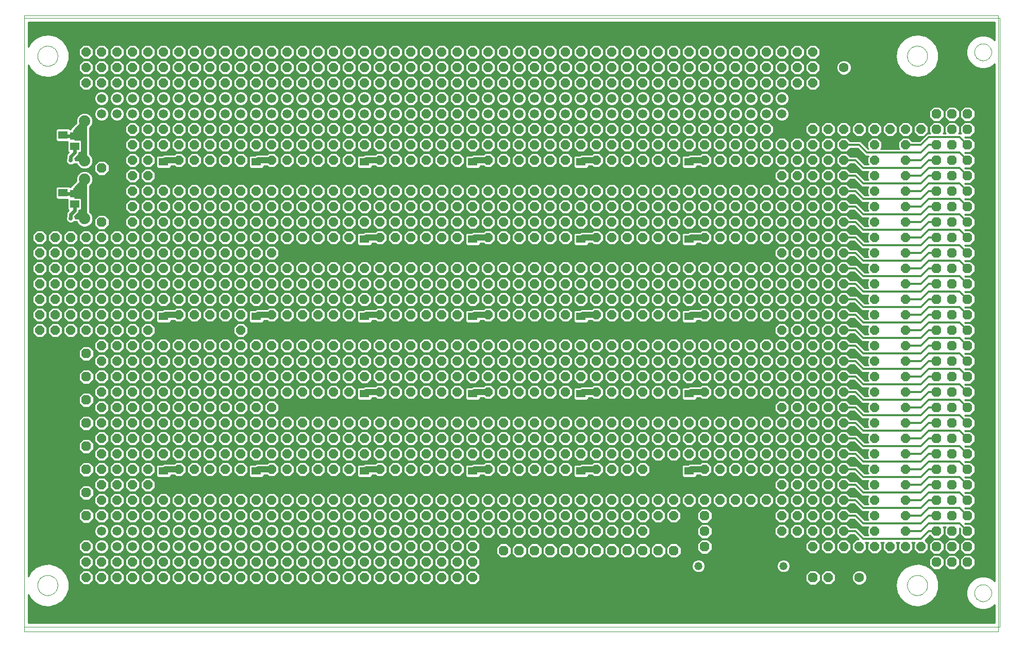
<source format=gbl>
G75*
G70*
%OFA0B0*%
%FSLAX24Y24*%
%IPPOS*%
%LPD*%
%AMOC8*
5,1,8,0,0,1.08239X$1,22.5*
%
%ADD10C,0.0000*%
%ADD11C,0.0630*%
%ADD12OC8,0.0630*%
%ADD13C,0.0594*%
%ADD14C,0.0740*%
%ADD15R,0.0591X0.0512*%
%ADD16R,0.0630X0.0512*%
%ADD17OC8,0.0600*%
%ADD18OC8,0.0520*%
%ADD19C,0.0520*%
%ADD20C,0.0100*%
%ADD21C,0.0280*%
%ADD22C,0.0240*%
%ADD23C,0.0400*%
%ADD24C,0.0120*%
D10*
X004848Y007120D02*
X004848Y046990D01*
X067840Y046990D01*
X067840Y007120D01*
X004848Y007120D01*
X004848Y007430D02*
X004848Y046810D01*
X067948Y046810D01*
X067948Y007430D01*
X004848Y007430D01*
X005698Y010120D02*
X005700Y010170D01*
X005706Y010220D01*
X005716Y010270D01*
X005729Y010318D01*
X005746Y010366D01*
X005767Y010412D01*
X005791Y010456D01*
X005819Y010498D01*
X005850Y010538D01*
X005884Y010575D01*
X005921Y010610D01*
X005960Y010641D01*
X006001Y010670D01*
X006045Y010695D01*
X006091Y010717D01*
X006138Y010735D01*
X006186Y010749D01*
X006235Y010760D01*
X006285Y010767D01*
X006335Y010770D01*
X006386Y010769D01*
X006436Y010764D01*
X006486Y010755D01*
X006534Y010743D01*
X006582Y010726D01*
X006628Y010706D01*
X006673Y010683D01*
X006716Y010656D01*
X006756Y010626D01*
X006794Y010593D01*
X006829Y010557D01*
X006862Y010518D01*
X006891Y010477D01*
X006917Y010434D01*
X006940Y010389D01*
X006959Y010342D01*
X006974Y010294D01*
X006986Y010245D01*
X006994Y010195D01*
X006998Y010145D01*
X006998Y010095D01*
X006994Y010045D01*
X006986Y009995D01*
X006974Y009946D01*
X006959Y009898D01*
X006940Y009851D01*
X006917Y009806D01*
X006891Y009763D01*
X006862Y009722D01*
X006829Y009683D01*
X006794Y009647D01*
X006756Y009614D01*
X006716Y009584D01*
X006673Y009557D01*
X006628Y009534D01*
X006582Y009514D01*
X006534Y009497D01*
X006486Y009485D01*
X006436Y009476D01*
X006386Y009471D01*
X006335Y009470D01*
X006285Y009473D01*
X006235Y009480D01*
X006186Y009491D01*
X006138Y009505D01*
X006091Y009523D01*
X006045Y009545D01*
X006001Y009570D01*
X005960Y009599D01*
X005921Y009630D01*
X005884Y009665D01*
X005850Y009702D01*
X005819Y009742D01*
X005791Y009784D01*
X005767Y009828D01*
X005746Y009874D01*
X005729Y009922D01*
X005716Y009970D01*
X005706Y010020D01*
X005700Y010070D01*
X005698Y010120D01*
X005698Y044370D02*
X005700Y044420D01*
X005706Y044470D01*
X005716Y044520D01*
X005729Y044568D01*
X005746Y044616D01*
X005767Y044662D01*
X005791Y044706D01*
X005819Y044748D01*
X005850Y044788D01*
X005884Y044825D01*
X005921Y044860D01*
X005960Y044891D01*
X006001Y044920D01*
X006045Y044945D01*
X006091Y044967D01*
X006138Y044985D01*
X006186Y044999D01*
X006235Y045010D01*
X006285Y045017D01*
X006335Y045020D01*
X006386Y045019D01*
X006436Y045014D01*
X006486Y045005D01*
X006534Y044993D01*
X006582Y044976D01*
X006628Y044956D01*
X006673Y044933D01*
X006716Y044906D01*
X006756Y044876D01*
X006794Y044843D01*
X006829Y044807D01*
X006862Y044768D01*
X006891Y044727D01*
X006917Y044684D01*
X006940Y044639D01*
X006959Y044592D01*
X006974Y044544D01*
X006986Y044495D01*
X006994Y044445D01*
X006998Y044395D01*
X006998Y044345D01*
X006994Y044295D01*
X006986Y044245D01*
X006974Y044196D01*
X006959Y044148D01*
X006940Y044101D01*
X006917Y044056D01*
X006891Y044013D01*
X006862Y043972D01*
X006829Y043933D01*
X006794Y043897D01*
X006756Y043864D01*
X006716Y043834D01*
X006673Y043807D01*
X006628Y043784D01*
X006582Y043764D01*
X006534Y043747D01*
X006486Y043735D01*
X006436Y043726D01*
X006386Y043721D01*
X006335Y043720D01*
X006285Y043723D01*
X006235Y043730D01*
X006186Y043741D01*
X006138Y043755D01*
X006091Y043773D01*
X006045Y043795D01*
X006001Y043820D01*
X005960Y043849D01*
X005921Y043880D01*
X005884Y043915D01*
X005850Y043952D01*
X005819Y043992D01*
X005791Y044034D01*
X005767Y044078D01*
X005746Y044124D01*
X005729Y044172D01*
X005716Y044220D01*
X005706Y044270D01*
X005700Y044320D01*
X005698Y044370D01*
X061948Y044370D02*
X061950Y044420D01*
X061956Y044470D01*
X061966Y044520D01*
X061979Y044568D01*
X061996Y044616D01*
X062017Y044662D01*
X062041Y044706D01*
X062069Y044748D01*
X062100Y044788D01*
X062134Y044825D01*
X062171Y044860D01*
X062210Y044891D01*
X062251Y044920D01*
X062295Y044945D01*
X062341Y044967D01*
X062388Y044985D01*
X062436Y044999D01*
X062485Y045010D01*
X062535Y045017D01*
X062585Y045020D01*
X062636Y045019D01*
X062686Y045014D01*
X062736Y045005D01*
X062784Y044993D01*
X062832Y044976D01*
X062878Y044956D01*
X062923Y044933D01*
X062966Y044906D01*
X063006Y044876D01*
X063044Y044843D01*
X063079Y044807D01*
X063112Y044768D01*
X063141Y044727D01*
X063167Y044684D01*
X063190Y044639D01*
X063209Y044592D01*
X063224Y044544D01*
X063236Y044495D01*
X063244Y044445D01*
X063248Y044395D01*
X063248Y044345D01*
X063244Y044295D01*
X063236Y044245D01*
X063224Y044196D01*
X063209Y044148D01*
X063190Y044101D01*
X063167Y044056D01*
X063141Y044013D01*
X063112Y043972D01*
X063079Y043933D01*
X063044Y043897D01*
X063006Y043864D01*
X062966Y043834D01*
X062923Y043807D01*
X062878Y043784D01*
X062832Y043764D01*
X062784Y043747D01*
X062736Y043735D01*
X062686Y043726D01*
X062636Y043721D01*
X062585Y043720D01*
X062535Y043723D01*
X062485Y043730D01*
X062436Y043741D01*
X062388Y043755D01*
X062341Y043773D01*
X062295Y043795D01*
X062251Y043820D01*
X062210Y043849D01*
X062171Y043880D01*
X062134Y043915D01*
X062100Y043952D01*
X062069Y043992D01*
X062041Y044034D01*
X062017Y044078D01*
X061996Y044124D01*
X061979Y044172D01*
X061966Y044220D01*
X061956Y044270D01*
X061950Y044320D01*
X061948Y044370D01*
X066298Y044620D02*
X066300Y044667D01*
X066306Y044713D01*
X066316Y044759D01*
X066329Y044803D01*
X066347Y044847D01*
X066368Y044888D01*
X066392Y044928D01*
X066420Y044966D01*
X066451Y045001D01*
X066485Y045033D01*
X066521Y045062D01*
X066560Y045088D01*
X066600Y045111D01*
X066643Y045130D01*
X066687Y045146D01*
X066732Y045158D01*
X066778Y045166D01*
X066825Y045170D01*
X066871Y045170D01*
X066918Y045166D01*
X066964Y045158D01*
X067009Y045146D01*
X067053Y045130D01*
X067096Y045111D01*
X067136Y045088D01*
X067175Y045062D01*
X067211Y045033D01*
X067245Y045001D01*
X067276Y044966D01*
X067304Y044928D01*
X067328Y044888D01*
X067349Y044847D01*
X067367Y044803D01*
X067380Y044759D01*
X067390Y044713D01*
X067396Y044667D01*
X067398Y044620D01*
X067396Y044573D01*
X067390Y044527D01*
X067380Y044481D01*
X067367Y044437D01*
X067349Y044393D01*
X067328Y044352D01*
X067304Y044312D01*
X067276Y044274D01*
X067245Y044239D01*
X067211Y044207D01*
X067175Y044178D01*
X067136Y044152D01*
X067096Y044129D01*
X067053Y044110D01*
X067009Y044094D01*
X066964Y044082D01*
X066918Y044074D01*
X066871Y044070D01*
X066825Y044070D01*
X066778Y044074D01*
X066732Y044082D01*
X066687Y044094D01*
X066643Y044110D01*
X066600Y044129D01*
X066560Y044152D01*
X066521Y044178D01*
X066485Y044207D01*
X066451Y044239D01*
X066420Y044274D01*
X066392Y044312D01*
X066368Y044352D01*
X066347Y044393D01*
X066329Y044437D01*
X066316Y044481D01*
X066306Y044527D01*
X066300Y044573D01*
X066298Y044620D01*
X061948Y010120D02*
X061950Y010170D01*
X061956Y010220D01*
X061966Y010270D01*
X061979Y010318D01*
X061996Y010366D01*
X062017Y010412D01*
X062041Y010456D01*
X062069Y010498D01*
X062100Y010538D01*
X062134Y010575D01*
X062171Y010610D01*
X062210Y010641D01*
X062251Y010670D01*
X062295Y010695D01*
X062341Y010717D01*
X062388Y010735D01*
X062436Y010749D01*
X062485Y010760D01*
X062535Y010767D01*
X062585Y010770D01*
X062636Y010769D01*
X062686Y010764D01*
X062736Y010755D01*
X062784Y010743D01*
X062832Y010726D01*
X062878Y010706D01*
X062923Y010683D01*
X062966Y010656D01*
X063006Y010626D01*
X063044Y010593D01*
X063079Y010557D01*
X063112Y010518D01*
X063141Y010477D01*
X063167Y010434D01*
X063190Y010389D01*
X063209Y010342D01*
X063224Y010294D01*
X063236Y010245D01*
X063244Y010195D01*
X063248Y010145D01*
X063248Y010095D01*
X063244Y010045D01*
X063236Y009995D01*
X063224Y009946D01*
X063209Y009898D01*
X063190Y009851D01*
X063167Y009806D01*
X063141Y009763D01*
X063112Y009722D01*
X063079Y009683D01*
X063044Y009647D01*
X063006Y009614D01*
X062966Y009584D01*
X062923Y009557D01*
X062878Y009534D01*
X062832Y009514D01*
X062784Y009497D01*
X062736Y009485D01*
X062686Y009476D01*
X062636Y009471D01*
X062585Y009470D01*
X062535Y009473D01*
X062485Y009480D01*
X062436Y009491D01*
X062388Y009505D01*
X062341Y009523D01*
X062295Y009545D01*
X062251Y009570D01*
X062210Y009599D01*
X062171Y009630D01*
X062134Y009665D01*
X062100Y009702D01*
X062069Y009742D01*
X062041Y009784D01*
X062017Y009828D01*
X061996Y009874D01*
X061979Y009922D01*
X061966Y009970D01*
X061956Y010020D01*
X061950Y010070D01*
X061948Y010120D01*
X066298Y009620D02*
X066300Y009667D01*
X066306Y009713D01*
X066316Y009759D01*
X066329Y009803D01*
X066347Y009847D01*
X066368Y009888D01*
X066392Y009928D01*
X066420Y009966D01*
X066451Y010001D01*
X066485Y010033D01*
X066521Y010062D01*
X066560Y010088D01*
X066600Y010111D01*
X066643Y010130D01*
X066687Y010146D01*
X066732Y010158D01*
X066778Y010166D01*
X066825Y010170D01*
X066871Y010170D01*
X066918Y010166D01*
X066964Y010158D01*
X067009Y010146D01*
X067053Y010130D01*
X067096Y010111D01*
X067136Y010088D01*
X067175Y010062D01*
X067211Y010033D01*
X067245Y010001D01*
X067276Y009966D01*
X067304Y009928D01*
X067328Y009888D01*
X067349Y009847D01*
X067367Y009803D01*
X067380Y009759D01*
X067390Y009713D01*
X067396Y009667D01*
X067398Y009620D01*
X067396Y009573D01*
X067390Y009527D01*
X067380Y009481D01*
X067367Y009437D01*
X067349Y009393D01*
X067328Y009352D01*
X067304Y009312D01*
X067276Y009274D01*
X067245Y009239D01*
X067211Y009207D01*
X067175Y009178D01*
X067136Y009152D01*
X067096Y009129D01*
X067053Y009110D01*
X067009Y009094D01*
X066964Y009082D01*
X066918Y009074D01*
X066871Y009070D01*
X066825Y009070D01*
X066778Y009074D01*
X066732Y009082D01*
X066687Y009094D01*
X066643Y009110D01*
X066600Y009129D01*
X066560Y009152D01*
X066521Y009178D01*
X066485Y009207D01*
X066451Y009239D01*
X066420Y009274D01*
X066392Y009312D01*
X066368Y009352D01*
X066347Y009393D01*
X066329Y009437D01*
X066316Y009481D01*
X066306Y009527D01*
X066300Y009573D01*
X066298Y009620D01*
D11*
X058848Y010620D03*
X065848Y042620D03*
X057848Y043620D03*
D12*
X058848Y043620D03*
X063848Y042620D03*
X064848Y042620D03*
X064848Y041620D03*
X065848Y041620D03*
X065848Y040620D03*
X064848Y040620D03*
X064848Y039620D03*
X065848Y039620D03*
X065848Y038620D03*
X064848Y038620D03*
X063848Y038620D03*
X063848Y039620D03*
X063848Y040620D03*
X063848Y041620D03*
X063848Y037620D03*
X064848Y037620D03*
X065848Y037620D03*
X065848Y036620D03*
X064848Y036620D03*
X063848Y036620D03*
X063848Y035620D03*
X064848Y035620D03*
X065848Y035620D03*
X065848Y034620D03*
X064848Y034620D03*
X063848Y034620D03*
X063848Y033620D03*
X063848Y032620D03*
X064848Y032620D03*
X064848Y033620D03*
X065848Y033620D03*
X065848Y032620D03*
X065848Y031620D03*
X064848Y031620D03*
X063848Y031620D03*
X063848Y030620D03*
X064848Y030620D03*
X065848Y030620D03*
X065848Y029620D03*
X064848Y029620D03*
X063848Y029620D03*
X063848Y028620D03*
X064848Y028620D03*
X065848Y028620D03*
X065848Y027620D03*
X064848Y027620D03*
X064848Y026620D03*
X065848Y026620D03*
X065848Y025620D03*
X064848Y025620D03*
X063848Y025620D03*
X063848Y026620D03*
X063848Y027620D03*
X063848Y024620D03*
X064848Y024620D03*
X065848Y024620D03*
X065848Y023620D03*
X064848Y023620D03*
X063848Y023620D03*
X063848Y022620D03*
X064848Y022620D03*
X065848Y022620D03*
X065848Y021620D03*
X064848Y021620D03*
X064848Y020620D03*
X065848Y020620D03*
X065848Y019620D03*
X064848Y019620D03*
X063848Y019620D03*
X063848Y020620D03*
X063848Y021620D03*
X063848Y018620D03*
X064848Y018620D03*
X065848Y018620D03*
X065848Y017620D03*
X064848Y017620D03*
X063848Y017620D03*
X063848Y016620D03*
X064848Y016620D03*
X065848Y016620D03*
X065848Y015620D03*
X064848Y015620D03*
X063848Y015620D03*
X063848Y014620D03*
X063848Y013620D03*
X064848Y013620D03*
X064848Y014620D03*
X065848Y014620D03*
X065848Y013620D03*
X065848Y012620D03*
X064848Y012620D03*
X063848Y012620D03*
X063848Y011620D03*
X064848Y011620D03*
X065848Y011620D03*
X059848Y010620D03*
X055848Y010620D03*
X048848Y012620D03*
X048848Y013620D03*
X048848Y014620D03*
X046848Y012370D03*
X045848Y012370D03*
X044848Y012370D03*
X043848Y012370D03*
X042848Y012370D03*
X041848Y012370D03*
X040848Y012370D03*
X039848Y012370D03*
X038848Y012370D03*
X037848Y012370D03*
X036848Y012370D03*
X035848Y012370D03*
X008848Y014620D03*
X008848Y016120D03*
X008848Y017620D03*
X008848Y019120D03*
X008848Y020620D03*
X008848Y022120D03*
X008848Y023620D03*
X008848Y025120D03*
X009848Y033620D03*
X009848Y037120D03*
D13*
X009848Y040620D03*
X009848Y041620D03*
X010848Y041620D03*
X011848Y041620D03*
X012848Y041620D03*
X013848Y041620D03*
X014848Y041620D03*
X015848Y041620D03*
X016848Y041620D03*
X017848Y041620D03*
X018848Y041620D03*
X019848Y041620D03*
X020848Y041620D03*
X021848Y041620D03*
X022848Y041620D03*
X023848Y041620D03*
X024848Y041620D03*
X025848Y041620D03*
X026848Y041620D03*
X027848Y041620D03*
X028848Y041620D03*
X028848Y040620D03*
X027848Y040620D03*
X026848Y040620D03*
X025848Y040620D03*
X024848Y040620D03*
X023848Y040620D03*
X022848Y040620D03*
X021848Y040620D03*
X020848Y040620D03*
X019848Y040620D03*
X018848Y040620D03*
X017848Y040620D03*
X016848Y040620D03*
X015848Y040620D03*
X014848Y040620D03*
X013848Y040620D03*
X012848Y040620D03*
X011848Y040620D03*
X010848Y040620D03*
X034848Y040620D03*
X035848Y040620D03*
X036848Y040620D03*
X036848Y041620D03*
X035848Y041620D03*
X034848Y041620D03*
X037848Y041620D03*
X038848Y041620D03*
X039848Y041620D03*
X040848Y041620D03*
X041848Y041620D03*
X042848Y041620D03*
X043848Y041620D03*
X044848Y041620D03*
X045848Y041620D03*
X046848Y041620D03*
X047848Y041620D03*
X048848Y041620D03*
X049848Y041620D03*
X050848Y041620D03*
X051848Y041620D03*
X052848Y041620D03*
X053848Y041620D03*
X053848Y040620D03*
X052848Y040620D03*
X051848Y040620D03*
X050848Y040620D03*
X049848Y040620D03*
X048848Y040620D03*
X047848Y040620D03*
X046848Y040620D03*
X045848Y040620D03*
X044848Y040620D03*
X043848Y040620D03*
X042848Y040620D03*
X041848Y040620D03*
X040848Y040620D03*
X039848Y040620D03*
X038848Y040620D03*
X037848Y040620D03*
X028848Y013620D03*
X027848Y013620D03*
X026848Y013620D03*
X025848Y013620D03*
X024848Y013620D03*
X023848Y013620D03*
X022848Y013620D03*
X021848Y013620D03*
X020848Y013620D03*
X019848Y013620D03*
X018848Y013620D03*
X017848Y013620D03*
X016848Y013620D03*
X015848Y013620D03*
X014848Y013620D03*
X013848Y013620D03*
X012848Y013620D03*
X011848Y013620D03*
X010848Y013620D03*
X009848Y013620D03*
X009848Y012620D03*
X010848Y012620D03*
X011848Y012620D03*
X012848Y012620D03*
X013848Y012620D03*
X014848Y012620D03*
X015848Y012620D03*
X016848Y012620D03*
X017848Y012620D03*
X018848Y012620D03*
X019848Y012620D03*
X020848Y012620D03*
X021848Y012620D03*
X022848Y012620D03*
X023848Y012620D03*
X024848Y012620D03*
X025848Y012620D03*
X026848Y012620D03*
X027848Y012620D03*
X028848Y012620D03*
D14*
X008738Y033840D03*
X006958Y033840D03*
X006958Y036400D03*
X006958Y037590D03*
X008738Y037590D03*
X008738Y036400D03*
X008738Y040150D03*
X006958Y040150D03*
D15*
X008098Y039204D03*
X008098Y038535D03*
X008098Y035454D03*
X008098Y034785D03*
D16*
X007348Y034726D03*
X007348Y035513D03*
X007348Y038476D03*
X007348Y039263D03*
X013848Y037513D03*
X013848Y036726D03*
X019848Y036726D03*
X019848Y037513D03*
X026848Y037513D03*
X026848Y036726D03*
X026848Y032513D03*
X026848Y031726D03*
X026848Y027513D03*
X026848Y026726D03*
X026848Y022513D03*
X026848Y021726D03*
X026848Y017513D03*
X026848Y016726D03*
X033848Y016726D03*
X033848Y017513D03*
X033848Y021726D03*
X033848Y022513D03*
X033848Y026726D03*
X033848Y027513D03*
X033848Y031726D03*
X033848Y032513D03*
X033848Y036726D03*
X033848Y037513D03*
X040848Y037513D03*
X040848Y036726D03*
X040848Y032513D03*
X040848Y031726D03*
X040848Y027513D03*
X040848Y026726D03*
X040848Y022513D03*
X040848Y021726D03*
X040848Y017513D03*
X040848Y016726D03*
X047848Y016726D03*
X047848Y017513D03*
X047848Y021726D03*
X047848Y022513D03*
X047848Y026726D03*
X047848Y027513D03*
X047848Y031726D03*
X047848Y032513D03*
X047848Y036726D03*
X047848Y037513D03*
X019848Y027513D03*
X019848Y026726D03*
X013848Y026726D03*
X013848Y027513D03*
X013848Y017513D03*
X013848Y016726D03*
X019848Y016726D03*
X019848Y017513D03*
D17*
X018848Y017620D03*
X017848Y017620D03*
X017848Y018620D03*
X018848Y018620D03*
X019848Y018620D03*
X019848Y019620D03*
X018848Y019620D03*
X017848Y019620D03*
X017848Y020620D03*
X017848Y021620D03*
X018848Y021620D03*
X019848Y021620D03*
X019848Y020620D03*
X018848Y020620D03*
X018848Y022620D03*
X019848Y022620D03*
X019848Y023620D03*
X018848Y023620D03*
X017848Y023620D03*
X017848Y024620D03*
X018848Y024620D03*
X019848Y024620D03*
X019848Y025620D03*
X018848Y025620D03*
X017848Y025620D03*
X017848Y026620D03*
X017848Y027620D03*
X018848Y027620D03*
X018848Y026620D03*
X018848Y028620D03*
X019848Y028620D03*
X019848Y029620D03*
X018848Y029620D03*
X017848Y029620D03*
X017848Y030620D03*
X018848Y030620D03*
X019848Y030620D03*
X019848Y031620D03*
X018848Y031620D03*
X017848Y031620D03*
X017848Y032620D03*
X017848Y033620D03*
X018848Y033620D03*
X019848Y033620D03*
X019848Y032620D03*
X018848Y032620D03*
X018848Y034620D03*
X019848Y034620D03*
X019848Y035620D03*
X018848Y035620D03*
X017848Y035620D03*
X017848Y036620D03*
X018848Y036620D03*
X018848Y037620D03*
X017848Y037620D03*
X017848Y038620D03*
X018848Y038620D03*
X019848Y038620D03*
X019848Y039620D03*
X018848Y039620D03*
X017848Y039620D03*
X016848Y039620D03*
X015848Y039620D03*
X014848Y039620D03*
X013848Y039620D03*
X012848Y039620D03*
X011848Y039620D03*
X011848Y038620D03*
X012848Y038620D03*
X013848Y038620D03*
X014848Y038620D03*
X015848Y038620D03*
X016848Y038620D03*
X016848Y037620D03*
X015848Y037620D03*
X014848Y037620D03*
X014848Y036620D03*
X015848Y036620D03*
X016848Y036620D03*
X016848Y035620D03*
X015848Y035620D03*
X014848Y035620D03*
X013848Y035620D03*
X012848Y035620D03*
X012848Y036620D03*
X012848Y037620D03*
X011848Y037620D03*
X011848Y036620D03*
X011848Y035620D03*
X011848Y034620D03*
X012848Y034620D03*
X013848Y034620D03*
X014848Y034620D03*
X015848Y034620D03*
X016848Y034620D03*
X017848Y034620D03*
X016848Y033620D03*
X015848Y033620D03*
X015848Y032620D03*
X016848Y032620D03*
X016848Y031620D03*
X015848Y031620D03*
X014848Y031620D03*
X013848Y031620D03*
X012848Y031620D03*
X012848Y032620D03*
X012848Y033620D03*
X013848Y033620D03*
X014848Y033620D03*
X014848Y032620D03*
X013848Y032620D03*
X011848Y032620D03*
X011848Y033620D03*
X010848Y032620D03*
X009848Y032620D03*
X008848Y032620D03*
X007848Y032620D03*
X006848Y032620D03*
X005848Y032620D03*
X005848Y031620D03*
X006848Y031620D03*
X007848Y031620D03*
X008848Y031620D03*
X009848Y031620D03*
X010848Y031620D03*
X011848Y031620D03*
X011848Y030620D03*
X010848Y030620D03*
X009848Y030620D03*
X008848Y030620D03*
X007848Y030620D03*
X006848Y030620D03*
X005848Y030620D03*
X005848Y029620D03*
X006848Y029620D03*
X007848Y029620D03*
X008848Y029620D03*
X009848Y029620D03*
X010848Y029620D03*
X011848Y029620D03*
X012848Y029620D03*
X013848Y029620D03*
X014848Y029620D03*
X014848Y030620D03*
X013848Y030620D03*
X012848Y030620D03*
X012848Y028620D03*
X013848Y028620D03*
X014848Y028620D03*
X015848Y028620D03*
X016848Y028620D03*
X016848Y029620D03*
X015848Y029620D03*
X015848Y030620D03*
X016848Y030620D03*
X017848Y028620D03*
X016848Y027620D03*
X015848Y027620D03*
X015848Y026620D03*
X016848Y026620D03*
X016848Y025620D03*
X015848Y025620D03*
X014848Y025620D03*
X013848Y025620D03*
X012848Y025620D03*
X012848Y026620D03*
X012848Y027620D03*
X011848Y027620D03*
X010848Y027620D03*
X010848Y026620D03*
X011848Y026620D03*
X011848Y025620D03*
X010848Y025620D03*
X009848Y025620D03*
X009848Y026620D03*
X009848Y027620D03*
X008848Y027620D03*
X007848Y027620D03*
X007848Y026620D03*
X008848Y026620D03*
X008848Y028620D03*
X009848Y028620D03*
X010848Y028620D03*
X011848Y028620D03*
X014848Y027620D03*
X014848Y026620D03*
X014848Y024620D03*
X013848Y024620D03*
X012848Y024620D03*
X011848Y024620D03*
X010848Y024620D03*
X009848Y024620D03*
X009848Y023620D03*
X010848Y023620D03*
X011848Y023620D03*
X012848Y023620D03*
X013848Y023620D03*
X014848Y023620D03*
X015848Y023620D03*
X016848Y023620D03*
X016848Y024620D03*
X015848Y024620D03*
X015848Y022620D03*
X016848Y022620D03*
X017848Y022620D03*
X016848Y021620D03*
X015848Y021620D03*
X015848Y020620D03*
X016848Y020620D03*
X016848Y019620D03*
X015848Y019620D03*
X014848Y019620D03*
X013848Y019620D03*
X012848Y019620D03*
X012848Y020620D03*
X012848Y021620D03*
X013848Y021620D03*
X014848Y021620D03*
X014848Y020620D03*
X013848Y020620D03*
X013848Y022620D03*
X014848Y022620D03*
X012848Y022620D03*
X011848Y022620D03*
X010848Y022620D03*
X009848Y022620D03*
X009848Y021620D03*
X009848Y020620D03*
X010848Y020620D03*
X010848Y021620D03*
X011848Y021620D03*
X011848Y020620D03*
X011848Y019620D03*
X010848Y019620D03*
X009848Y019620D03*
X009848Y018620D03*
X010848Y018620D03*
X011848Y018620D03*
X012848Y018620D03*
X013848Y018620D03*
X014848Y018620D03*
X015848Y018620D03*
X016848Y018620D03*
X016848Y017620D03*
X015848Y017620D03*
X014848Y017620D03*
X014848Y016620D03*
X015848Y016620D03*
X016848Y016620D03*
X017848Y016620D03*
X018848Y016620D03*
X018848Y015620D03*
X019848Y015620D03*
X020848Y015620D03*
X021848Y015620D03*
X021848Y016620D03*
X020848Y016620D03*
X020848Y017620D03*
X021848Y017620D03*
X021848Y018620D03*
X020848Y018620D03*
X020848Y019620D03*
X021848Y019620D03*
X021848Y020620D03*
X021848Y021620D03*
X020848Y021620D03*
X020848Y020620D03*
X020848Y022620D03*
X021848Y022620D03*
X021848Y023620D03*
X020848Y023620D03*
X020848Y024620D03*
X021848Y024620D03*
X021848Y025620D03*
X020848Y025620D03*
X020848Y026620D03*
X020848Y027620D03*
X021848Y027620D03*
X021848Y026620D03*
X022848Y026620D03*
X022848Y027620D03*
X023848Y027620D03*
X023848Y026620D03*
X024848Y026620D03*
X024848Y027620D03*
X025848Y027620D03*
X025848Y026620D03*
X025848Y025620D03*
X026848Y025620D03*
X027848Y025620D03*
X028848Y025620D03*
X028848Y026620D03*
X028848Y027620D03*
X027848Y027620D03*
X027848Y026620D03*
X027848Y028620D03*
X028848Y028620D03*
X028848Y029620D03*
X027848Y029620D03*
X027848Y030620D03*
X028848Y030620D03*
X028848Y031620D03*
X027848Y031620D03*
X027848Y032620D03*
X027848Y033620D03*
X028848Y033620D03*
X028848Y032620D03*
X029848Y032620D03*
X029848Y033620D03*
X030848Y033620D03*
X031848Y033620D03*
X031848Y032620D03*
X030848Y032620D03*
X030848Y031620D03*
X031848Y031620D03*
X032848Y031620D03*
X032848Y032620D03*
X032848Y033620D03*
X033848Y033620D03*
X033848Y034620D03*
X032848Y034620D03*
X032848Y035620D03*
X033848Y035620D03*
X034848Y035620D03*
X035848Y035620D03*
X036848Y035620D03*
X036848Y036620D03*
X035848Y036620D03*
X034848Y036620D03*
X034848Y037620D03*
X035848Y037620D03*
X036848Y037620D03*
X036848Y038620D03*
X035848Y038620D03*
X034848Y038620D03*
X034848Y039620D03*
X035848Y039620D03*
X036848Y039620D03*
X037848Y039620D03*
X038848Y039620D03*
X039848Y039620D03*
X040848Y039620D03*
X041848Y039620D03*
X042848Y039620D03*
X043848Y039620D03*
X044848Y039620D03*
X045848Y039620D03*
X046848Y039620D03*
X047848Y039620D03*
X048848Y039620D03*
X049848Y039620D03*
X050848Y039620D03*
X051848Y039620D03*
X052848Y039620D03*
X052848Y038620D03*
X053848Y038620D03*
X054848Y038620D03*
X055848Y038620D03*
X055848Y039620D03*
X056848Y039620D03*
X057848Y039620D03*
X058848Y039620D03*
X059848Y039620D03*
X060848Y039620D03*
X061848Y039620D03*
X062848Y039620D03*
X061848Y038620D03*
X061848Y037620D03*
X061848Y036620D03*
X061848Y035620D03*
X061848Y034620D03*
X061848Y033620D03*
X061848Y032620D03*
X061848Y031620D03*
X061848Y030620D03*
X061848Y029620D03*
X061848Y028620D03*
X061848Y027620D03*
X061848Y026620D03*
X061848Y025620D03*
X061848Y024620D03*
X061848Y023620D03*
X061848Y022620D03*
X061848Y021620D03*
X061848Y020620D03*
X061848Y019620D03*
X061848Y018620D03*
X061848Y017620D03*
X061848Y016620D03*
X061848Y015620D03*
X061848Y014620D03*
X061848Y013620D03*
X061848Y012620D03*
X062848Y012620D03*
X060848Y012620D03*
X059848Y012620D03*
X059848Y013620D03*
X059848Y014620D03*
X059848Y015620D03*
X059848Y016620D03*
X059848Y017620D03*
X059848Y018620D03*
X059848Y019620D03*
X059848Y020620D03*
X059848Y021620D03*
X059848Y022620D03*
X059848Y023620D03*
X059848Y024620D03*
X059848Y025620D03*
X059848Y026620D03*
X059848Y027620D03*
X059848Y028620D03*
X059848Y029620D03*
X059848Y030620D03*
X059848Y031620D03*
X059848Y032620D03*
X059848Y033620D03*
X059848Y034620D03*
X059848Y035620D03*
X059848Y036620D03*
X059848Y037620D03*
X059848Y038620D03*
X057848Y038620D03*
X056848Y038620D03*
X056848Y037620D03*
X057848Y037620D03*
X057848Y036620D03*
X056848Y036620D03*
X055848Y036620D03*
X054848Y036620D03*
X054848Y037620D03*
X055848Y037620D03*
X053848Y037620D03*
X052848Y037620D03*
X051848Y037620D03*
X051848Y038620D03*
X050848Y038620D03*
X049848Y038620D03*
X048848Y038620D03*
X047848Y038620D03*
X046848Y038620D03*
X045848Y038620D03*
X044848Y038620D03*
X043848Y038620D03*
X042848Y038620D03*
X041848Y038620D03*
X040848Y038620D03*
X039848Y038620D03*
X038848Y038620D03*
X037848Y038620D03*
X037848Y037620D03*
X038848Y037620D03*
X039848Y037620D03*
X039848Y036620D03*
X038848Y036620D03*
X037848Y036620D03*
X037848Y035620D03*
X038848Y035620D03*
X039848Y035620D03*
X040848Y035620D03*
X041848Y035620D03*
X041848Y036620D03*
X041848Y037620D03*
X042848Y037620D03*
X043848Y037620D03*
X044848Y037620D03*
X045848Y037620D03*
X046848Y037620D03*
X046848Y036620D03*
X045848Y036620D03*
X044848Y036620D03*
X043848Y036620D03*
X042848Y036620D03*
X042848Y035620D03*
X043848Y035620D03*
X044848Y035620D03*
X045848Y035620D03*
X046848Y035620D03*
X047848Y035620D03*
X048848Y035620D03*
X048848Y036620D03*
X048848Y037620D03*
X049848Y037620D03*
X050848Y037620D03*
X050848Y036620D03*
X049848Y036620D03*
X049848Y035620D03*
X050848Y035620D03*
X051848Y035620D03*
X052848Y035620D03*
X053848Y035620D03*
X053848Y036620D03*
X052848Y036620D03*
X051848Y036620D03*
X051848Y034620D03*
X052848Y034620D03*
X053848Y034620D03*
X054848Y034620D03*
X055848Y034620D03*
X055848Y035620D03*
X054848Y035620D03*
X056848Y035620D03*
X057848Y035620D03*
X057848Y034620D03*
X056848Y034620D03*
X056848Y033620D03*
X057848Y033620D03*
X057848Y032620D03*
X056848Y032620D03*
X055848Y032620D03*
X055848Y033620D03*
X054848Y033620D03*
X054848Y032620D03*
X053848Y032620D03*
X053848Y033620D03*
X052848Y033620D03*
X051848Y033620D03*
X051848Y032620D03*
X052848Y032620D03*
X052848Y031620D03*
X053848Y031620D03*
X054848Y031620D03*
X055848Y031620D03*
X056848Y031620D03*
X057848Y031620D03*
X057848Y030620D03*
X056848Y030620D03*
X055848Y030620D03*
X054848Y030620D03*
X053848Y030620D03*
X052848Y030620D03*
X051848Y030620D03*
X051848Y031620D03*
X050848Y031620D03*
X049848Y031620D03*
X049848Y032620D03*
X049848Y033620D03*
X050848Y033620D03*
X050848Y032620D03*
X050848Y034620D03*
X049848Y034620D03*
X048848Y034620D03*
X047848Y034620D03*
X046848Y034620D03*
X045848Y034620D03*
X044848Y034620D03*
X043848Y034620D03*
X042848Y034620D03*
X041848Y034620D03*
X040848Y034620D03*
X039848Y034620D03*
X038848Y034620D03*
X037848Y034620D03*
X036848Y034620D03*
X035848Y034620D03*
X034848Y034620D03*
X034848Y033620D03*
X035848Y033620D03*
X036848Y033620D03*
X036848Y032620D03*
X035848Y032620D03*
X034848Y032620D03*
X034848Y031620D03*
X035848Y031620D03*
X036848Y031620D03*
X037848Y031620D03*
X038848Y031620D03*
X038848Y032620D03*
X038848Y033620D03*
X037848Y033620D03*
X037848Y032620D03*
X039848Y032620D03*
X039848Y033620D03*
X040848Y033620D03*
X041848Y033620D03*
X041848Y032620D03*
X042848Y032620D03*
X042848Y033620D03*
X043848Y033620D03*
X043848Y032620D03*
X044848Y032620D03*
X044848Y033620D03*
X045848Y033620D03*
X046848Y033620D03*
X046848Y032620D03*
X045848Y032620D03*
X045848Y031620D03*
X046848Y031620D03*
X046848Y030620D03*
X045848Y030620D03*
X044848Y030620D03*
X044848Y031620D03*
X043848Y031620D03*
X042848Y031620D03*
X041848Y031620D03*
X041848Y030620D03*
X040848Y030620D03*
X039848Y030620D03*
X039848Y031620D03*
X038848Y030620D03*
X037848Y030620D03*
X036848Y030620D03*
X035848Y030620D03*
X034848Y030620D03*
X033848Y030620D03*
X032848Y030620D03*
X031848Y030620D03*
X030848Y030620D03*
X029848Y030620D03*
X029848Y031620D03*
X029848Y029620D03*
X030848Y029620D03*
X031848Y029620D03*
X032848Y029620D03*
X033848Y029620D03*
X034848Y029620D03*
X035848Y029620D03*
X036848Y029620D03*
X037848Y029620D03*
X038848Y029620D03*
X039848Y029620D03*
X040848Y029620D03*
X041848Y029620D03*
X042848Y029620D03*
X043848Y029620D03*
X043848Y030620D03*
X042848Y030620D03*
X044848Y029620D03*
X045848Y029620D03*
X046848Y029620D03*
X047848Y029620D03*
X048848Y029620D03*
X048848Y030620D03*
X047848Y030620D03*
X048848Y031620D03*
X048848Y032620D03*
X048848Y033620D03*
X047848Y033620D03*
X049848Y030620D03*
X050848Y030620D03*
X050848Y029620D03*
X049848Y029620D03*
X049848Y028620D03*
X050848Y028620D03*
X051848Y028620D03*
X052848Y028620D03*
X053848Y028620D03*
X053848Y029620D03*
X052848Y029620D03*
X051848Y029620D03*
X051848Y027620D03*
X052848Y027620D03*
X053848Y027620D03*
X053848Y026620D03*
X052848Y026620D03*
X051848Y026620D03*
X050848Y026620D03*
X050848Y027620D03*
X049848Y027620D03*
X049848Y026620D03*
X048848Y026620D03*
X048848Y027620D03*
X048848Y028620D03*
X047848Y028620D03*
X046848Y028620D03*
X045848Y028620D03*
X044848Y028620D03*
X043848Y028620D03*
X042848Y028620D03*
X041848Y028620D03*
X040848Y028620D03*
X039848Y028620D03*
X038848Y028620D03*
X037848Y028620D03*
X036848Y028620D03*
X035848Y028620D03*
X034848Y028620D03*
X033848Y028620D03*
X032848Y028620D03*
X031848Y028620D03*
X030848Y028620D03*
X029848Y028620D03*
X029848Y027620D03*
X030848Y027620D03*
X031848Y027620D03*
X031848Y026620D03*
X030848Y026620D03*
X029848Y026620D03*
X029848Y025620D03*
X030848Y025620D03*
X031848Y025620D03*
X032848Y025620D03*
X033848Y025620D03*
X034848Y025620D03*
X035848Y025620D03*
X036848Y025620D03*
X036848Y026620D03*
X036848Y027620D03*
X035848Y027620D03*
X034848Y027620D03*
X034848Y026620D03*
X035848Y026620D03*
X037848Y026620D03*
X037848Y027620D03*
X038848Y027620D03*
X038848Y026620D03*
X039848Y026620D03*
X039848Y027620D03*
X041848Y027620D03*
X041848Y026620D03*
X042848Y026620D03*
X042848Y027620D03*
X043848Y027620D03*
X043848Y026620D03*
X044848Y026620D03*
X044848Y027620D03*
X045848Y027620D03*
X046848Y027620D03*
X046848Y026620D03*
X045848Y026620D03*
X045848Y025620D03*
X046848Y025620D03*
X047848Y025620D03*
X048848Y025620D03*
X049848Y025620D03*
X050848Y025620D03*
X051848Y025620D03*
X052848Y025620D03*
X053848Y025620D03*
X054848Y025620D03*
X055848Y025620D03*
X055848Y026620D03*
X055848Y027620D03*
X054848Y027620D03*
X054848Y026620D03*
X054848Y028620D03*
X055848Y028620D03*
X055848Y029620D03*
X054848Y029620D03*
X056848Y029620D03*
X057848Y029620D03*
X057848Y028620D03*
X056848Y028620D03*
X056848Y027620D03*
X057848Y027620D03*
X057848Y026620D03*
X056848Y026620D03*
X056848Y025620D03*
X057848Y025620D03*
X057848Y024620D03*
X056848Y024620D03*
X055848Y024620D03*
X054848Y024620D03*
X053848Y024620D03*
X052848Y024620D03*
X051848Y024620D03*
X050848Y024620D03*
X049848Y024620D03*
X048848Y024620D03*
X047848Y024620D03*
X046848Y024620D03*
X045848Y024620D03*
X044848Y024620D03*
X044848Y025620D03*
X043848Y025620D03*
X042848Y025620D03*
X041848Y025620D03*
X040848Y025620D03*
X039848Y025620D03*
X038848Y025620D03*
X037848Y025620D03*
X037848Y024620D03*
X038848Y024620D03*
X039848Y024620D03*
X040848Y024620D03*
X041848Y024620D03*
X042848Y024620D03*
X043848Y024620D03*
X043848Y023620D03*
X042848Y023620D03*
X041848Y023620D03*
X040848Y023620D03*
X039848Y023620D03*
X038848Y023620D03*
X037848Y023620D03*
X036848Y023620D03*
X035848Y023620D03*
X034848Y023620D03*
X034848Y024620D03*
X035848Y024620D03*
X036848Y024620D03*
X036848Y022620D03*
X035848Y022620D03*
X034848Y022620D03*
X034848Y021620D03*
X035848Y021620D03*
X036848Y021620D03*
X036848Y020620D03*
X035848Y020620D03*
X034848Y020620D03*
X033848Y020620D03*
X032848Y020620D03*
X032848Y021620D03*
X032848Y022620D03*
X032848Y023620D03*
X033848Y023620D03*
X033848Y024620D03*
X032848Y024620D03*
X031848Y024620D03*
X030848Y024620D03*
X029848Y024620D03*
X028848Y024620D03*
X027848Y024620D03*
X026848Y024620D03*
X025848Y024620D03*
X024848Y024620D03*
X024848Y025620D03*
X023848Y025620D03*
X022848Y025620D03*
X022848Y024620D03*
X023848Y024620D03*
X023848Y023620D03*
X022848Y023620D03*
X022848Y022620D03*
X023848Y022620D03*
X024848Y022620D03*
X025848Y022620D03*
X025848Y023620D03*
X026848Y023620D03*
X027848Y023620D03*
X028848Y023620D03*
X029848Y023620D03*
X030848Y023620D03*
X031848Y023620D03*
X031848Y022620D03*
X030848Y022620D03*
X029848Y022620D03*
X028848Y022620D03*
X027848Y022620D03*
X027848Y021620D03*
X028848Y021620D03*
X028848Y020620D03*
X027848Y020620D03*
X026848Y020620D03*
X025848Y020620D03*
X025848Y021620D03*
X024848Y021620D03*
X024848Y020620D03*
X023848Y020620D03*
X023848Y021620D03*
X022848Y021620D03*
X022848Y020620D03*
X022848Y019620D03*
X023848Y019620D03*
X024848Y019620D03*
X025848Y019620D03*
X026848Y019620D03*
X027848Y019620D03*
X028848Y019620D03*
X029848Y019620D03*
X030848Y019620D03*
X031848Y019620D03*
X031848Y020620D03*
X031848Y021620D03*
X030848Y021620D03*
X029848Y021620D03*
X029848Y020620D03*
X030848Y020620D03*
X032848Y019620D03*
X033848Y019620D03*
X034848Y019620D03*
X035848Y019620D03*
X036848Y019620D03*
X037848Y019620D03*
X038848Y019620D03*
X038848Y020620D03*
X038848Y021620D03*
X037848Y021620D03*
X037848Y020620D03*
X037848Y022620D03*
X038848Y022620D03*
X039848Y022620D03*
X039848Y021620D03*
X039848Y020620D03*
X040848Y020620D03*
X041848Y020620D03*
X041848Y021620D03*
X041848Y022620D03*
X042848Y022620D03*
X043848Y022620D03*
X044848Y022620D03*
X045848Y022620D03*
X046848Y022620D03*
X046848Y023620D03*
X045848Y023620D03*
X044848Y023620D03*
X044848Y021620D03*
X045848Y021620D03*
X046848Y021620D03*
X046848Y020620D03*
X045848Y020620D03*
X044848Y020620D03*
X043848Y020620D03*
X043848Y021620D03*
X042848Y021620D03*
X042848Y020620D03*
X042848Y019620D03*
X043848Y019620D03*
X044848Y019620D03*
X045848Y019620D03*
X046848Y019620D03*
X047848Y019620D03*
X048848Y019620D03*
X048848Y020620D03*
X048848Y021620D03*
X047848Y020620D03*
X049848Y020620D03*
X049848Y021620D03*
X050848Y021620D03*
X050848Y020620D03*
X051848Y020620D03*
X051848Y021620D03*
X052848Y021620D03*
X053848Y021620D03*
X053848Y020620D03*
X052848Y020620D03*
X052848Y019620D03*
X053848Y019620D03*
X054848Y019620D03*
X055848Y019620D03*
X055848Y020620D03*
X055848Y021620D03*
X054848Y021620D03*
X054848Y020620D03*
X054848Y022620D03*
X055848Y022620D03*
X055848Y023620D03*
X054848Y023620D03*
X053848Y023620D03*
X052848Y023620D03*
X051848Y023620D03*
X050848Y023620D03*
X049848Y023620D03*
X048848Y023620D03*
X047848Y023620D03*
X048848Y022620D03*
X049848Y022620D03*
X050848Y022620D03*
X051848Y022620D03*
X052848Y022620D03*
X053848Y022620D03*
X056848Y022620D03*
X057848Y022620D03*
X057848Y023620D03*
X056848Y023620D03*
X056848Y021620D03*
X057848Y021620D03*
X057848Y020620D03*
X056848Y020620D03*
X056848Y019620D03*
X057848Y019620D03*
X057848Y018620D03*
X056848Y018620D03*
X055848Y018620D03*
X054848Y018620D03*
X053848Y018620D03*
X052848Y018620D03*
X051848Y018620D03*
X051848Y019620D03*
X050848Y019620D03*
X049848Y019620D03*
X049848Y018620D03*
X050848Y018620D03*
X050848Y017620D03*
X049848Y017620D03*
X048848Y017620D03*
X048848Y018620D03*
X047848Y018620D03*
X046848Y018620D03*
X045848Y018620D03*
X044848Y018620D03*
X043848Y018620D03*
X042848Y018620D03*
X041848Y018620D03*
X040848Y018620D03*
X039848Y018620D03*
X039848Y019620D03*
X040848Y019620D03*
X041848Y019620D03*
X041848Y017620D03*
X042848Y017620D03*
X043848Y017620D03*
X044848Y017620D03*
X045848Y017620D03*
X046848Y017620D03*
X046848Y016620D03*
X045848Y016620D03*
X044848Y016620D03*
X043848Y016620D03*
X042848Y016620D03*
X041848Y016620D03*
X041848Y015620D03*
X040848Y015620D03*
X039848Y015620D03*
X039848Y016620D03*
X039848Y017620D03*
X038848Y017620D03*
X037848Y017620D03*
X037848Y018620D03*
X038848Y018620D03*
X036848Y018620D03*
X035848Y018620D03*
X034848Y018620D03*
X033848Y018620D03*
X032848Y018620D03*
X031848Y018620D03*
X030848Y018620D03*
X029848Y018620D03*
X028848Y018620D03*
X027848Y018620D03*
X026848Y018620D03*
X025848Y018620D03*
X024848Y018620D03*
X023848Y018620D03*
X022848Y018620D03*
X022848Y017620D03*
X023848Y017620D03*
X024848Y017620D03*
X025848Y017620D03*
X025848Y016620D03*
X024848Y016620D03*
X023848Y016620D03*
X022848Y016620D03*
X022848Y015620D03*
X023848Y015620D03*
X024848Y015620D03*
X025848Y015620D03*
X026848Y015620D03*
X027848Y015620D03*
X028848Y015620D03*
X028848Y016620D03*
X027848Y016620D03*
X027848Y017620D03*
X028848Y017620D03*
X029848Y017620D03*
X030848Y017620D03*
X031848Y017620D03*
X032848Y017620D03*
X032848Y016620D03*
X031848Y016620D03*
X030848Y016620D03*
X029848Y016620D03*
X029848Y015620D03*
X030848Y015620D03*
X031848Y015620D03*
X032848Y015620D03*
X033848Y015620D03*
X034848Y015620D03*
X035848Y015620D03*
X036848Y015620D03*
X036848Y016620D03*
X035848Y016620D03*
X034848Y016620D03*
X034848Y017620D03*
X035848Y017620D03*
X036848Y017620D03*
X037848Y016620D03*
X038848Y016620D03*
X038848Y015620D03*
X037848Y015620D03*
X037848Y014620D03*
X038848Y014620D03*
X038848Y013620D03*
X037848Y013620D03*
X036848Y013620D03*
X036848Y014620D03*
X035848Y014620D03*
X034848Y014620D03*
X034848Y013620D03*
X035848Y013620D03*
X033848Y013620D03*
X033848Y014620D03*
X032848Y014620D03*
X032848Y013620D03*
X031848Y013620D03*
X031848Y014620D03*
X030848Y014620D03*
X029848Y014620D03*
X029848Y013620D03*
X030848Y013620D03*
X030848Y012620D03*
X031848Y012620D03*
X032848Y012620D03*
X033848Y012620D03*
X033848Y011620D03*
X032848Y011620D03*
X031848Y011620D03*
X030848Y011620D03*
X029848Y011620D03*
X029848Y012620D03*
X028848Y011620D03*
X027848Y011620D03*
X026848Y011620D03*
X025848Y011620D03*
X024848Y011620D03*
X023848Y011620D03*
X022848Y011620D03*
X021848Y011620D03*
X020848Y011620D03*
X019848Y011620D03*
X018848Y011620D03*
X017848Y011620D03*
X016848Y011620D03*
X015848Y011620D03*
X014848Y011620D03*
X013848Y011620D03*
X012848Y011620D03*
X011848Y011620D03*
X010848Y011620D03*
X009848Y011620D03*
X008848Y011620D03*
X008848Y012620D03*
X009848Y014620D03*
X009848Y015620D03*
X009848Y016620D03*
X009848Y017620D03*
X010848Y017620D03*
X011848Y017620D03*
X012848Y017620D03*
X012848Y016620D03*
X011848Y016620D03*
X010848Y016620D03*
X010848Y015620D03*
X011848Y015620D03*
X012848Y015620D03*
X013848Y015620D03*
X014848Y015620D03*
X015848Y015620D03*
X016848Y015620D03*
X017848Y015620D03*
X017848Y014620D03*
X018848Y014620D03*
X019848Y014620D03*
X020848Y014620D03*
X021848Y014620D03*
X022848Y014620D03*
X023848Y014620D03*
X024848Y014620D03*
X025848Y014620D03*
X026848Y014620D03*
X027848Y014620D03*
X028848Y014620D03*
X028848Y010620D03*
X027848Y010620D03*
X026848Y010620D03*
X025848Y010620D03*
X024848Y010620D03*
X023848Y010620D03*
X022848Y010620D03*
X021848Y010620D03*
X020848Y010620D03*
X019848Y010620D03*
X018848Y010620D03*
X017848Y010620D03*
X016848Y010620D03*
X015848Y010620D03*
X014848Y010620D03*
X013848Y010620D03*
X012848Y010620D03*
X011848Y010620D03*
X010848Y010620D03*
X009848Y010620D03*
X008848Y010620D03*
X008848Y009620D03*
X009848Y009620D03*
X010848Y009620D03*
X011848Y009620D03*
X012848Y009620D03*
X013848Y009620D03*
X014848Y009620D03*
X015848Y009620D03*
X016848Y009620D03*
X017848Y009620D03*
X018848Y009620D03*
X019848Y009620D03*
X020848Y009620D03*
X021848Y009620D03*
X022848Y009620D03*
X023848Y009620D03*
X024848Y009620D03*
X025848Y009620D03*
X026848Y009620D03*
X027848Y009620D03*
X028848Y009620D03*
X029848Y009620D03*
X030848Y009620D03*
X031848Y009620D03*
X031848Y010620D03*
X030848Y010620D03*
X029848Y010620D03*
X032848Y010620D03*
X033848Y010620D03*
X033848Y009620D03*
X032848Y009620D03*
X034848Y009620D03*
X035848Y009620D03*
X036848Y009620D03*
X037848Y009620D03*
X038848Y009620D03*
X039848Y009620D03*
X040848Y009620D03*
X041848Y009620D03*
X042848Y009620D03*
X043848Y009620D03*
X044848Y009620D03*
X045848Y009620D03*
X046848Y009620D03*
X047848Y009620D03*
X048848Y009620D03*
X049848Y009620D03*
X050848Y009620D03*
X051848Y009620D03*
X052848Y009620D03*
X053848Y009620D03*
X054848Y009620D03*
X055848Y009620D03*
X056848Y010620D03*
X056848Y012620D03*
X057848Y012620D03*
X058848Y012620D03*
X057848Y013620D03*
X057848Y014620D03*
X056848Y014620D03*
X056848Y013620D03*
X055848Y013620D03*
X055848Y014620D03*
X054848Y014620D03*
X054848Y013620D03*
X053848Y013620D03*
X053848Y014620D03*
X053848Y015620D03*
X052848Y015620D03*
X051848Y015620D03*
X051848Y016620D03*
X052848Y016620D03*
X053848Y016620D03*
X053848Y017620D03*
X052848Y017620D03*
X051848Y017620D03*
X050848Y016620D03*
X049848Y016620D03*
X048848Y016620D03*
X048848Y015620D03*
X047848Y015620D03*
X046848Y015620D03*
X045848Y015620D03*
X044848Y015620D03*
X043848Y015620D03*
X042848Y015620D03*
X042848Y014620D03*
X043848Y014620D03*
X043848Y013620D03*
X042848Y013620D03*
X041848Y013620D03*
X041848Y014620D03*
X040848Y014620D03*
X039848Y014620D03*
X039848Y013620D03*
X040848Y013620D03*
X044848Y013620D03*
X044848Y014620D03*
X045848Y014620D03*
X046848Y014620D03*
X049848Y015620D03*
X050848Y015620D03*
X054848Y015620D03*
X055848Y015620D03*
X055848Y016620D03*
X054848Y016620D03*
X054848Y017620D03*
X055848Y017620D03*
X056848Y017620D03*
X057848Y017620D03*
X057848Y016620D03*
X056848Y016620D03*
X056848Y015620D03*
X057848Y015620D03*
X055848Y012620D03*
X032848Y026620D03*
X032848Y027620D03*
X026848Y028620D03*
X025848Y028620D03*
X024848Y028620D03*
X024848Y029620D03*
X025848Y029620D03*
X026848Y029620D03*
X026848Y030620D03*
X025848Y030620D03*
X024848Y030620D03*
X024848Y031620D03*
X025848Y031620D03*
X025848Y032620D03*
X025848Y033620D03*
X026848Y033620D03*
X026848Y034620D03*
X025848Y034620D03*
X024848Y034620D03*
X024848Y035620D03*
X025848Y035620D03*
X026848Y035620D03*
X027848Y035620D03*
X028848Y035620D03*
X028848Y036620D03*
X027848Y036620D03*
X027848Y037620D03*
X028848Y037620D03*
X028848Y038620D03*
X027848Y038620D03*
X027848Y039620D03*
X028848Y039620D03*
X029848Y039620D03*
X029848Y040620D03*
X030848Y040620D03*
X031848Y040620D03*
X031848Y039620D03*
X030848Y039620D03*
X030848Y038620D03*
X031848Y038620D03*
X032848Y038620D03*
X033848Y038620D03*
X033848Y039620D03*
X033848Y040620D03*
X032848Y040620D03*
X032848Y039620D03*
X032848Y041620D03*
X033848Y041620D03*
X033848Y042620D03*
X032848Y042620D03*
X032848Y043620D03*
X033848Y043620D03*
X033848Y044620D03*
X032848Y044620D03*
X031848Y044620D03*
X030848Y044620D03*
X029848Y044620D03*
X028848Y044620D03*
X027848Y044620D03*
X026848Y044620D03*
X025848Y044620D03*
X024848Y044620D03*
X023848Y044620D03*
X022848Y044620D03*
X021848Y044620D03*
X020848Y044620D03*
X019848Y044620D03*
X018848Y044620D03*
X017848Y044620D03*
X016848Y044620D03*
X015848Y044620D03*
X014848Y044620D03*
X013848Y044620D03*
X012848Y044620D03*
X011848Y044620D03*
X010848Y044620D03*
X009848Y044620D03*
X008848Y044620D03*
X008848Y043620D03*
X009848Y043620D03*
X010848Y043620D03*
X011848Y043620D03*
X012848Y043620D03*
X013848Y043620D03*
X014848Y043620D03*
X015848Y043620D03*
X016848Y043620D03*
X017848Y043620D03*
X018848Y043620D03*
X019848Y043620D03*
X020848Y043620D03*
X021848Y043620D03*
X022848Y043620D03*
X023848Y043620D03*
X024848Y043620D03*
X025848Y043620D03*
X026848Y043620D03*
X027848Y043620D03*
X028848Y043620D03*
X029848Y043620D03*
X030848Y043620D03*
X031848Y043620D03*
X031848Y042620D03*
X030848Y042620D03*
X029848Y042620D03*
X028848Y042620D03*
X027848Y042620D03*
X026848Y042620D03*
X025848Y042620D03*
X024848Y042620D03*
X023848Y042620D03*
X022848Y042620D03*
X021848Y042620D03*
X020848Y042620D03*
X019848Y042620D03*
X018848Y042620D03*
X017848Y042620D03*
X016848Y042620D03*
X015848Y042620D03*
X014848Y042620D03*
X013848Y042620D03*
X012848Y042620D03*
X011848Y042620D03*
X010848Y042620D03*
X009848Y042620D03*
X008848Y042620D03*
X020848Y039620D03*
X021848Y039620D03*
X022848Y039620D03*
X023848Y039620D03*
X024848Y039620D03*
X025848Y039620D03*
X026848Y039620D03*
X026848Y038620D03*
X025848Y038620D03*
X024848Y038620D03*
X023848Y038620D03*
X022848Y038620D03*
X021848Y038620D03*
X020848Y038620D03*
X020848Y037620D03*
X021848Y037620D03*
X022848Y037620D03*
X023848Y037620D03*
X024848Y037620D03*
X025848Y037620D03*
X025848Y036620D03*
X024848Y036620D03*
X023848Y036620D03*
X022848Y036620D03*
X021848Y036620D03*
X020848Y036620D03*
X020848Y035620D03*
X021848Y035620D03*
X022848Y035620D03*
X023848Y035620D03*
X023848Y034620D03*
X022848Y034620D03*
X021848Y034620D03*
X020848Y034620D03*
X020848Y033620D03*
X021848Y033620D03*
X021848Y032620D03*
X020848Y032620D03*
X020848Y031620D03*
X021848Y031620D03*
X022848Y031620D03*
X023848Y031620D03*
X023848Y032620D03*
X023848Y033620D03*
X022848Y033620D03*
X022848Y032620D03*
X024848Y032620D03*
X024848Y033620D03*
X027848Y034620D03*
X028848Y034620D03*
X029848Y034620D03*
X030848Y034620D03*
X031848Y034620D03*
X031848Y035620D03*
X030848Y035620D03*
X029848Y035620D03*
X029848Y036620D03*
X030848Y036620D03*
X031848Y036620D03*
X031848Y037620D03*
X030848Y037620D03*
X029848Y037620D03*
X029848Y038620D03*
X032848Y037620D03*
X032848Y036620D03*
X031848Y041620D03*
X030848Y041620D03*
X029848Y041620D03*
X034848Y042620D03*
X035848Y042620D03*
X036848Y042620D03*
X036848Y043620D03*
X035848Y043620D03*
X034848Y043620D03*
X034848Y044620D03*
X035848Y044620D03*
X036848Y044620D03*
X037848Y044620D03*
X038848Y044620D03*
X039848Y044620D03*
X040848Y044620D03*
X041848Y044620D03*
X042848Y044620D03*
X043848Y044620D03*
X044848Y044620D03*
X045848Y044620D03*
X046848Y044620D03*
X047848Y044620D03*
X048848Y044620D03*
X049848Y044620D03*
X050848Y044620D03*
X051848Y044620D03*
X052848Y044620D03*
X053848Y044620D03*
X054848Y044620D03*
X055848Y044620D03*
X055848Y043620D03*
X054848Y043620D03*
X053848Y043620D03*
X052848Y043620D03*
X051848Y043620D03*
X050848Y043620D03*
X049848Y043620D03*
X048848Y043620D03*
X047848Y043620D03*
X046848Y043620D03*
X045848Y043620D03*
X044848Y043620D03*
X043848Y043620D03*
X042848Y043620D03*
X041848Y043620D03*
X040848Y043620D03*
X039848Y043620D03*
X038848Y043620D03*
X037848Y043620D03*
X037848Y042620D03*
X038848Y042620D03*
X039848Y042620D03*
X040848Y042620D03*
X041848Y042620D03*
X042848Y042620D03*
X043848Y042620D03*
X044848Y042620D03*
X045848Y042620D03*
X046848Y042620D03*
X047848Y042620D03*
X048848Y042620D03*
X049848Y042620D03*
X050848Y042620D03*
X051848Y042620D03*
X052848Y042620D03*
X053848Y042620D03*
X054848Y042620D03*
X055848Y042620D03*
X024848Y023620D03*
X023848Y028620D03*
X022848Y028620D03*
X022848Y029620D03*
X023848Y029620D03*
X023848Y030620D03*
X022848Y030620D03*
X021848Y030620D03*
X020848Y030620D03*
X020848Y029620D03*
X021848Y029620D03*
X021848Y028620D03*
X020848Y028620D03*
X007848Y028620D03*
X006848Y028620D03*
X005848Y028620D03*
X005848Y027620D03*
X006848Y027620D03*
X006848Y026620D03*
X005848Y026620D03*
X010848Y014620D03*
X011848Y014620D03*
X012848Y014620D03*
X013848Y014620D03*
X014848Y014620D03*
X015848Y014620D03*
X016848Y014620D03*
D18*
X049248Y011370D03*
X054748Y011370D03*
D19*
X053948Y011370D03*
X048448Y011370D03*
D20*
X048878Y011364D02*
X053518Y011364D01*
X053518Y011284D02*
X053583Y011126D01*
X053704Y011005D01*
X053862Y010940D01*
X054033Y010940D01*
X054191Y011005D01*
X054312Y011126D01*
X054378Y011284D01*
X054378Y011455D01*
X054312Y011613D01*
X054191Y011734D01*
X054033Y011799D01*
X053862Y011799D01*
X053704Y011734D01*
X053583Y011613D01*
X053518Y011455D01*
X053518Y011284D01*
X053525Y011266D02*
X048870Y011266D01*
X048878Y011284D02*
X048812Y011126D01*
X048691Y011005D01*
X048533Y010940D01*
X048362Y010940D01*
X048204Y011005D01*
X048083Y011126D01*
X048018Y011284D01*
X048018Y011455D01*
X048083Y011613D01*
X048204Y011734D01*
X048362Y011799D01*
X048533Y011799D01*
X048691Y011734D01*
X048812Y011613D01*
X048878Y011455D01*
X048878Y011284D01*
X048829Y011167D02*
X053566Y011167D01*
X053641Y011069D02*
X048755Y011069D01*
X048607Y010970D02*
X053789Y010970D01*
X054107Y010970D02*
X055512Y010970D01*
X055414Y010871D02*
X034261Y010871D01*
X034318Y010814D02*
X034043Y011089D01*
X033653Y011089D01*
X033378Y010814D01*
X033378Y010425D01*
X033653Y010150D01*
X034043Y010150D01*
X034318Y010425D01*
X034318Y010814D01*
X034318Y010773D02*
X055363Y010773D01*
X055363Y010820D02*
X055363Y010419D01*
X055647Y010135D01*
X056049Y010135D01*
X056333Y010419D01*
X056333Y010820D01*
X056049Y011104D01*
X055647Y011104D01*
X055363Y010820D01*
X055363Y010674D02*
X034318Y010674D01*
X034318Y010576D02*
X055363Y010576D01*
X055363Y010477D02*
X034318Y010477D01*
X034272Y010379D02*
X055403Y010379D01*
X055501Y010280D02*
X034173Y010280D01*
X034075Y010182D02*
X055600Y010182D01*
X056096Y010182D02*
X056621Y010182D01*
X056653Y010150D02*
X057043Y010150D01*
X057318Y010425D01*
X057318Y010814D01*
X057043Y011089D01*
X056653Y011089D01*
X056378Y010814D01*
X056378Y010425D01*
X056653Y010150D01*
X056523Y010280D02*
X056194Y010280D01*
X056293Y010379D02*
X056424Y010379D01*
X056378Y010477D02*
X056333Y010477D01*
X056333Y010576D02*
X056378Y010576D01*
X056378Y010674D02*
X056333Y010674D01*
X056333Y010773D02*
X056378Y010773D01*
X056435Y010871D02*
X056282Y010871D01*
X056183Y010970D02*
X056534Y010970D01*
X056632Y011069D02*
X056085Y011069D01*
X055611Y011069D02*
X054255Y011069D01*
X054329Y011167D02*
X061704Y011167D01*
X061597Y011069D02*
X059031Y011069D01*
X058944Y011104D02*
X058751Y011104D01*
X058573Y011031D01*
X058437Y010894D01*
X058363Y010716D01*
X058363Y010523D01*
X058437Y010345D01*
X058573Y010208D01*
X058751Y010135D01*
X058944Y010135D01*
X059123Y010208D01*
X059259Y010345D01*
X059333Y010523D01*
X059333Y010716D01*
X059259Y010894D01*
X059123Y011031D01*
X058944Y011104D01*
X059183Y010970D02*
X061494Y010970D01*
X061497Y010976D02*
X061278Y010572D01*
X061203Y010120D01*
X061278Y009667D01*
X061497Y009263D01*
X061835Y008952D01*
X062255Y008767D01*
X062713Y008729D01*
X063158Y008842D01*
X063543Y009093D01*
X063825Y009456D01*
X063974Y009890D01*
X063974Y010349D01*
X063825Y010783D01*
X063543Y011146D01*
X063158Y011397D01*
X062713Y011510D01*
X062255Y011472D01*
X061835Y011287D01*
X061497Y010976D01*
X061440Y010871D02*
X059268Y010871D01*
X059309Y010773D02*
X061387Y010773D01*
X061334Y010674D02*
X059333Y010674D01*
X059333Y010576D02*
X061280Y010576D01*
X061263Y010477D02*
X059314Y010477D01*
X059273Y010379D02*
X061246Y010379D01*
X061230Y010280D02*
X059194Y010280D01*
X059058Y010182D02*
X061213Y010182D01*
X061209Y010083D02*
X007724Y010083D01*
X007724Y009985D02*
X061225Y009985D01*
X061242Y009886D02*
X007722Y009886D01*
X007724Y009890D02*
X007724Y010349D01*
X007575Y010783D01*
X007293Y011146D01*
X006908Y011397D01*
X006463Y011510D01*
X006005Y011472D01*
X005585Y011287D01*
X005247Y010976D01*
X005098Y010701D01*
X005098Y043788D01*
X005247Y043513D01*
X005585Y043202D01*
X006005Y043017D01*
X006463Y042979D01*
X006908Y043092D01*
X007293Y043343D01*
X007575Y043706D01*
X007724Y044140D01*
X007724Y044599D01*
X007575Y045033D01*
X007293Y045396D01*
X006908Y045647D01*
X006463Y045760D01*
X006005Y045722D01*
X005585Y045537D01*
X005247Y045226D01*
X005098Y044951D01*
X005098Y046560D01*
X067590Y046560D01*
X067590Y045391D01*
X067505Y045476D01*
X067261Y045617D01*
X066989Y045689D01*
X066707Y045689D01*
X066435Y045617D01*
X066191Y045476D01*
X065992Y045276D01*
X065851Y045033D01*
X065778Y044760D01*
X065778Y044479D01*
X065851Y044206D01*
X065992Y043963D01*
X066191Y043763D01*
X066435Y043622D01*
X066707Y043550D01*
X066989Y043550D01*
X067261Y043622D01*
X067505Y043763D01*
X067590Y043849D01*
X067590Y010391D01*
X067505Y010476D01*
X067261Y010617D01*
X066989Y010689D01*
X066707Y010689D01*
X066435Y010617D01*
X066191Y010476D01*
X065992Y010276D01*
X065851Y010033D01*
X065778Y009760D01*
X065778Y009479D01*
X065851Y009206D01*
X065992Y008963D01*
X066191Y008763D01*
X066435Y008622D01*
X066707Y008550D01*
X066989Y008550D01*
X067261Y008622D01*
X067505Y008763D01*
X067590Y008849D01*
X067590Y007679D01*
X005098Y007679D01*
X005098Y009538D01*
X005247Y009263D01*
X005585Y008952D01*
X006005Y008767D01*
X006463Y008729D01*
X006908Y008842D01*
X007293Y009093D01*
X007575Y009456D01*
X007724Y009890D01*
X007689Y009787D02*
X061258Y009787D01*
X061275Y009689D02*
X007655Y009689D01*
X007621Y009590D02*
X061320Y009590D01*
X061373Y009492D02*
X007587Y009492D01*
X007526Y009393D02*
X061426Y009393D01*
X061480Y009295D02*
X007450Y009295D01*
X007373Y009196D02*
X061569Y009196D01*
X061676Y009098D02*
X007296Y009098D01*
X007149Y008999D02*
X061783Y008999D01*
X061951Y008901D02*
X006998Y008901D01*
X006750Y008802D02*
X062176Y008802D01*
X063000Y008802D02*
X066152Y008802D01*
X066054Y008901D02*
X063248Y008901D01*
X063399Y008999D02*
X065971Y008999D01*
X065914Y009098D02*
X063546Y009098D01*
X063623Y009196D02*
X065857Y009196D01*
X065827Y009295D02*
X063700Y009295D01*
X063776Y009393D02*
X065801Y009393D01*
X065778Y009492D02*
X063837Y009492D01*
X063871Y009590D02*
X065778Y009590D01*
X065778Y009689D02*
X063905Y009689D01*
X063939Y009787D02*
X065785Y009787D01*
X065812Y009886D02*
X063972Y009886D01*
X063974Y009985D02*
X065838Y009985D01*
X065880Y010083D02*
X063974Y010083D01*
X063974Y010182D02*
X065937Y010182D01*
X065995Y010280D02*
X063974Y010280D01*
X063964Y010379D02*
X066094Y010379D01*
X066194Y010477D02*
X063930Y010477D01*
X063896Y010576D02*
X066364Y010576D01*
X066651Y010674D02*
X063862Y010674D01*
X063828Y010773D02*
X067590Y010773D01*
X067590Y010871D02*
X063756Y010871D01*
X063680Y010970D02*
X067590Y010970D01*
X067590Y011069D02*
X063603Y011069D01*
X063647Y011135D02*
X064049Y011135D01*
X064333Y011419D01*
X064333Y011820D01*
X064049Y012104D01*
X063647Y012104D01*
X063363Y011820D01*
X063363Y011419D01*
X063647Y011135D01*
X063614Y011167D02*
X063510Y011167D01*
X063516Y011266D02*
X063359Y011266D01*
X063417Y011364D02*
X063209Y011364D01*
X063363Y011463D02*
X062899Y011463D01*
X063363Y011561D02*
X054334Y011561D01*
X054375Y011463D02*
X062235Y011463D01*
X062010Y011364D02*
X054378Y011364D01*
X054370Y011266D02*
X061811Y011266D01*
X061653Y012150D02*
X062043Y012150D01*
X062318Y012425D01*
X062318Y012814D01*
X062242Y012890D01*
X062453Y012890D01*
X062378Y012814D01*
X062378Y012425D01*
X062653Y012150D01*
X063043Y012150D01*
X063318Y012425D01*
X063318Y012814D01*
X063093Y013039D01*
X063418Y013364D01*
X063647Y013135D01*
X064049Y013135D01*
X064333Y013419D01*
X064333Y013820D01*
X064264Y013890D01*
X064432Y013890D01*
X064363Y013820D01*
X064363Y013419D01*
X064647Y013135D01*
X065049Y013135D01*
X065333Y013419D01*
X065333Y013809D01*
X065363Y013779D01*
X065363Y013419D01*
X065647Y013135D01*
X066049Y013135D01*
X066333Y013419D01*
X066333Y013820D01*
X066049Y014104D01*
X065688Y014104D01*
X065658Y014135D01*
X066049Y014135D01*
X066333Y014419D01*
X067590Y014419D01*
X067590Y014518D02*
X066333Y014518D01*
X066333Y014616D02*
X067590Y014616D01*
X067590Y014715D02*
X066333Y014715D01*
X066333Y014813D02*
X067590Y014813D01*
X067590Y014912D02*
X066241Y014912D01*
X066333Y014820D02*
X066049Y015104D01*
X065688Y015104D01*
X065658Y015135D01*
X066049Y015135D01*
X066333Y015419D01*
X066333Y015820D01*
X066049Y016104D01*
X065688Y016104D01*
X065658Y016135D01*
X066049Y016135D01*
X066333Y016419D01*
X066333Y016820D01*
X066049Y017104D01*
X065688Y017104D01*
X065658Y017135D01*
X066049Y017135D01*
X066333Y017419D01*
X066333Y017820D01*
X066049Y018104D01*
X065688Y018104D01*
X065658Y018135D01*
X066049Y018135D01*
X066333Y018419D01*
X066333Y018820D01*
X066049Y019104D01*
X065688Y019104D01*
X065658Y019135D01*
X066049Y019135D01*
X066333Y019419D01*
X066333Y019820D01*
X066049Y020104D01*
X065688Y020104D01*
X065658Y020135D01*
X066049Y020135D01*
X067590Y020135D01*
X067590Y020233D02*
X066147Y020233D01*
X066049Y020135D02*
X066333Y020419D01*
X066333Y020820D01*
X066049Y021104D01*
X065688Y021104D01*
X065658Y021135D01*
X066049Y021135D01*
X066333Y021419D01*
X066333Y021820D01*
X066049Y022104D01*
X065688Y022104D01*
X065658Y022135D01*
X066049Y022135D01*
X066333Y022419D01*
X066333Y022820D01*
X066049Y023104D01*
X065688Y023104D01*
X065658Y023135D01*
X066049Y023135D01*
X066333Y023419D01*
X066333Y023820D01*
X066049Y024104D01*
X065688Y024104D01*
X065658Y024135D01*
X066049Y024135D01*
X066333Y024419D01*
X066333Y024820D01*
X066049Y025104D01*
X065688Y025104D01*
X065658Y025135D01*
X066049Y025135D01*
X066333Y025419D01*
X066333Y025820D01*
X066049Y026104D01*
X065688Y026104D01*
X065658Y026135D01*
X066049Y026135D01*
X066333Y026419D01*
X066333Y026820D01*
X066049Y027104D01*
X065688Y027104D01*
X065658Y027135D01*
X066049Y027135D01*
X066333Y027419D01*
X066333Y027820D01*
X066049Y028104D01*
X065688Y028104D01*
X065658Y028135D01*
X066049Y028135D01*
X066333Y028419D01*
X066333Y028820D01*
X066049Y029104D01*
X065688Y029104D01*
X065658Y029135D01*
X066049Y029135D01*
X066333Y029419D01*
X066333Y029820D01*
X066049Y030104D01*
X065688Y030104D01*
X065658Y030135D01*
X066049Y030135D01*
X066333Y030419D01*
X066333Y030820D01*
X066049Y031104D01*
X065688Y031104D01*
X065658Y031135D01*
X066049Y031135D01*
X066333Y031419D01*
X066333Y031820D01*
X066049Y032104D01*
X065688Y032104D01*
X065658Y032135D01*
X066049Y032135D01*
X066333Y032419D01*
X066333Y032820D01*
X066049Y033104D01*
X065688Y033104D01*
X065658Y033135D01*
X066049Y033135D01*
X066333Y033419D01*
X066333Y033820D01*
X066049Y034104D01*
X065688Y034104D01*
X065658Y034135D01*
X066049Y034135D01*
X066333Y034419D01*
X066333Y034820D01*
X066049Y035104D01*
X065688Y035104D01*
X065658Y035135D01*
X066049Y035135D01*
X066333Y035419D01*
X066333Y035820D01*
X066049Y036104D01*
X065688Y036104D01*
X065658Y036135D01*
X066049Y036135D01*
X066333Y036419D01*
X066333Y036820D01*
X066049Y037104D01*
X065688Y037104D01*
X065658Y037135D01*
X066049Y037135D01*
X066333Y037419D01*
X066333Y037820D01*
X066049Y038104D01*
X065688Y038104D01*
X065658Y038135D01*
X066049Y038135D01*
X066333Y038419D01*
X066333Y038820D01*
X066049Y039104D01*
X065688Y039104D01*
X065658Y039135D01*
X066049Y039135D01*
X066333Y039419D01*
X066333Y039820D01*
X066049Y040104D01*
X065647Y040104D01*
X065363Y039820D01*
X065363Y039419D01*
X065432Y039349D01*
X065264Y039349D01*
X065333Y039419D01*
X065333Y039820D01*
X065049Y040104D01*
X064647Y040104D01*
X064363Y039820D01*
X064363Y039419D01*
X064432Y039349D01*
X064264Y039349D01*
X064333Y039419D01*
X064333Y039820D01*
X064049Y040104D01*
X063647Y040104D01*
X063363Y039820D01*
X063363Y039419D01*
X063432Y039349D01*
X063253Y039349D01*
X063118Y039215D01*
X062753Y038849D01*
X062283Y038849D01*
X062043Y039089D01*
X061653Y039089D01*
X061378Y038814D01*
X061378Y038425D01*
X061453Y038349D01*
X060242Y038349D01*
X060318Y038425D01*
X060318Y038814D01*
X060043Y039089D01*
X059653Y039089D01*
X059378Y038814D01*
X059378Y038425D01*
X059453Y038349D01*
X059443Y038349D01*
X058943Y038849D01*
X058753Y038849D01*
X058283Y038849D01*
X058043Y039089D01*
X057653Y039089D01*
X057378Y038814D01*
X057378Y038425D01*
X057653Y038150D01*
X058043Y038150D01*
X058283Y038390D01*
X058753Y038390D01*
X059253Y037890D01*
X059443Y037890D01*
X059453Y037890D01*
X059378Y037814D01*
X059378Y037425D01*
X059453Y037349D01*
X059193Y037349D01*
X058693Y037849D01*
X058503Y037849D01*
X058283Y037849D01*
X058043Y038089D01*
X057653Y038089D01*
X057378Y037814D01*
X057378Y037425D01*
X057653Y037150D01*
X058043Y037150D01*
X058283Y037390D01*
X058503Y037390D01*
X058868Y037024D01*
X059003Y036890D01*
X059453Y036890D01*
X059378Y036814D01*
X059378Y036425D01*
X059453Y036349D01*
X059193Y036349D01*
X058693Y036849D01*
X058503Y036849D01*
X058283Y036849D01*
X058043Y037089D01*
X057653Y037089D01*
X057378Y036814D01*
X057378Y036425D01*
X057653Y036150D01*
X058043Y036150D01*
X058283Y036390D01*
X058503Y036390D01*
X058868Y036024D01*
X059003Y035890D01*
X059453Y035890D01*
X059378Y035814D01*
X059378Y035425D01*
X059453Y035349D01*
X059193Y035349D01*
X058693Y035849D01*
X058503Y035849D01*
X058283Y035849D01*
X058043Y036089D01*
X057653Y036089D01*
X057378Y035814D01*
X057378Y035425D01*
X057653Y035150D01*
X058043Y035150D01*
X058283Y035390D01*
X058503Y035390D01*
X058868Y035024D01*
X059003Y034890D01*
X059453Y034890D01*
X059378Y034814D01*
X059378Y034425D01*
X059453Y034349D01*
X059193Y034349D01*
X058693Y034849D01*
X058503Y034849D01*
X058283Y034849D01*
X058043Y035089D01*
X057653Y035089D01*
X057378Y034814D01*
X057378Y034425D01*
X057653Y034150D01*
X058043Y034150D01*
X058283Y034390D01*
X058503Y034390D01*
X058868Y034024D01*
X059003Y033890D01*
X059453Y033890D01*
X059378Y033814D01*
X059378Y033425D01*
X059453Y033349D01*
X059193Y033349D01*
X058693Y033849D01*
X058503Y033849D01*
X058282Y033849D01*
X058043Y034089D01*
X057653Y034089D01*
X057378Y033814D01*
X057378Y033425D01*
X057653Y033150D01*
X058043Y033150D01*
X058282Y033390D01*
X058503Y033390D01*
X058868Y033024D01*
X059003Y032890D01*
X059453Y032890D01*
X059378Y032814D01*
X059378Y032425D01*
X059453Y032349D01*
X059193Y032349D01*
X058693Y032849D01*
X058503Y032849D01*
X058282Y032849D01*
X058043Y033089D01*
X057653Y033089D01*
X057378Y032814D01*
X057378Y032425D01*
X057653Y032150D01*
X058043Y032150D01*
X058282Y032390D01*
X058503Y032390D01*
X058868Y032024D01*
X059003Y031890D01*
X059453Y031890D01*
X059378Y031814D01*
X059378Y031425D01*
X059453Y031349D01*
X059193Y031349D01*
X058828Y031715D01*
X058693Y031849D01*
X058282Y031849D01*
X058043Y032089D01*
X057653Y032089D01*
X057378Y031814D01*
X057378Y031425D01*
X057653Y031150D01*
X058043Y031150D01*
X058282Y031390D01*
X058503Y031390D01*
X058868Y031024D01*
X059003Y030890D01*
X059453Y030890D01*
X059378Y030814D01*
X059378Y030425D01*
X059453Y030349D01*
X059193Y030349D01*
X058693Y030849D01*
X058503Y030849D01*
X058283Y030849D01*
X058043Y031089D01*
X057653Y031089D01*
X057378Y030814D01*
X057378Y030425D01*
X057653Y030150D01*
X058043Y030150D01*
X058283Y030390D01*
X058503Y030390D01*
X058868Y030024D01*
X059003Y029890D01*
X059453Y029890D01*
X059378Y029814D01*
X059378Y029425D01*
X059453Y029349D01*
X059193Y029349D01*
X058693Y029849D01*
X058503Y029849D01*
X058283Y029849D01*
X058043Y030089D01*
X057653Y030089D01*
X057378Y029814D01*
X057378Y029425D01*
X057653Y029150D01*
X058043Y029150D01*
X058283Y029390D01*
X058503Y029390D01*
X058868Y029024D01*
X059003Y028890D01*
X059453Y028890D01*
X059378Y028814D01*
X059378Y028425D01*
X059453Y028349D01*
X059193Y028349D01*
X058693Y028849D01*
X058503Y028849D01*
X058283Y028849D01*
X058043Y029089D01*
X057653Y029089D01*
X057378Y028814D01*
X057378Y028425D01*
X057653Y028150D01*
X058043Y028150D01*
X058283Y028390D01*
X058503Y028390D01*
X058868Y028024D01*
X059003Y027890D01*
X059453Y027890D01*
X059378Y027814D01*
X059378Y027425D01*
X059453Y027349D01*
X059193Y027349D01*
X058693Y027849D01*
X058503Y027849D01*
X058283Y027849D01*
X058043Y028089D01*
X057653Y028089D01*
X057378Y027814D01*
X057378Y027425D01*
X057653Y027150D01*
X058043Y027150D01*
X058283Y027390D01*
X058503Y027390D01*
X058868Y027024D01*
X059003Y026890D01*
X059453Y026890D01*
X059378Y026814D01*
X059378Y026425D01*
X059453Y026349D01*
X059193Y026349D01*
X058693Y026849D01*
X058503Y026849D01*
X058283Y026849D01*
X058043Y027089D01*
X057653Y027089D01*
X057378Y026814D01*
X057378Y026425D01*
X057653Y026150D01*
X058043Y026150D01*
X058283Y026390D01*
X058503Y026390D01*
X058868Y026024D01*
X059003Y025890D01*
X059453Y025890D01*
X059378Y025814D01*
X059378Y025425D01*
X059453Y025349D01*
X059193Y025349D01*
X058693Y025849D01*
X058503Y025849D01*
X058283Y025849D01*
X058043Y026089D01*
X057653Y026089D01*
X057378Y025814D01*
X057378Y025425D01*
X057653Y025150D01*
X058043Y025150D01*
X058283Y025390D01*
X058503Y025390D01*
X058868Y025024D01*
X059003Y024890D01*
X059453Y024890D01*
X059378Y024814D01*
X059378Y024425D01*
X059453Y024349D01*
X059193Y024349D01*
X058693Y024849D01*
X058503Y024849D01*
X058283Y024849D01*
X058043Y025089D01*
X057653Y025089D01*
X057378Y024814D01*
X057378Y024425D01*
X057653Y024150D01*
X058043Y024150D01*
X058283Y024390D01*
X058503Y024390D01*
X058868Y024024D01*
X059003Y023890D01*
X059453Y023890D01*
X059378Y023814D01*
X059378Y023425D01*
X059453Y023349D01*
X059193Y023349D01*
X058693Y023849D01*
X058503Y023849D01*
X058282Y023849D01*
X058043Y024089D01*
X057653Y024089D01*
X057378Y023814D01*
X057378Y023425D01*
X057653Y023150D01*
X058043Y023150D01*
X058282Y023390D01*
X058503Y023390D01*
X058868Y023024D01*
X059003Y022890D01*
X059453Y022890D01*
X059378Y022814D01*
X059378Y022425D01*
X059453Y022349D01*
X059193Y022349D01*
X058693Y022849D01*
X058503Y022849D01*
X058282Y022849D01*
X058043Y023089D01*
X057653Y023089D01*
X057378Y022814D01*
X057378Y022425D01*
X057653Y022150D01*
X058043Y022150D01*
X058282Y022390D01*
X058503Y022390D01*
X058868Y022024D01*
X059003Y021890D01*
X059453Y021890D01*
X059378Y021814D01*
X059378Y021425D01*
X059453Y021349D01*
X059193Y021349D01*
X058693Y021849D01*
X058503Y021849D01*
X058283Y021849D01*
X058043Y022089D01*
X057653Y022089D01*
X057378Y021814D01*
X057378Y021425D01*
X057653Y021150D01*
X058043Y021150D01*
X058283Y021390D01*
X058503Y021390D01*
X058868Y021024D01*
X059003Y020890D01*
X059453Y020890D01*
X059378Y020814D01*
X059378Y020425D01*
X059453Y020349D01*
X059193Y020349D01*
X058693Y020849D01*
X058503Y020849D01*
X058283Y020849D01*
X058043Y021089D01*
X057653Y021089D01*
X057378Y020814D01*
X057378Y020425D01*
X057653Y020150D01*
X058043Y020150D01*
X058283Y020390D01*
X058503Y020390D01*
X058868Y020024D01*
X059003Y019890D01*
X059453Y019890D01*
X059378Y019814D01*
X059378Y019425D01*
X059453Y019349D01*
X059193Y019349D01*
X058693Y019849D01*
X058503Y019849D01*
X058283Y019849D01*
X058043Y020089D01*
X057653Y020089D01*
X057378Y019814D01*
X057378Y019425D01*
X057653Y019150D01*
X058043Y019150D01*
X058283Y019390D01*
X058503Y019390D01*
X058868Y019024D01*
X059003Y018890D01*
X059453Y018890D01*
X059378Y018814D01*
X059378Y018425D01*
X059453Y018349D01*
X059193Y018349D01*
X058693Y018849D01*
X058503Y018849D01*
X058282Y018849D01*
X058043Y019089D01*
X057653Y019089D01*
X057378Y018814D01*
X057378Y018425D01*
X057653Y018150D01*
X058043Y018150D01*
X058282Y018390D01*
X058503Y018390D01*
X058868Y018024D01*
X059003Y017890D01*
X059453Y017890D01*
X059378Y017814D01*
X059378Y017425D01*
X059453Y017349D01*
X059193Y017349D01*
X058693Y017849D01*
X058503Y017849D01*
X058282Y017849D01*
X058043Y018089D01*
X057653Y018089D01*
X057378Y017814D01*
X057378Y017425D01*
X057653Y017150D01*
X058043Y017150D01*
X058282Y017390D01*
X058503Y017390D01*
X058868Y017024D01*
X059003Y016890D01*
X059453Y016890D01*
X059378Y016814D01*
X059378Y016425D01*
X059453Y016349D01*
X059193Y016349D01*
X058693Y016849D01*
X058503Y016849D01*
X058282Y016849D01*
X058043Y017089D01*
X057653Y017089D01*
X057378Y016814D01*
X057378Y016425D01*
X057653Y016150D01*
X058043Y016150D01*
X058282Y016390D01*
X058503Y016390D01*
X058868Y016024D01*
X059003Y015890D01*
X059453Y015890D01*
X059378Y015814D01*
X059378Y015425D01*
X059453Y015349D01*
X059193Y015349D01*
X058693Y015849D01*
X058503Y015849D01*
X058282Y015849D01*
X058043Y016089D01*
X057653Y016089D01*
X057378Y015814D01*
X057378Y015425D01*
X057653Y015150D01*
X058043Y015150D01*
X058282Y015390D01*
X058503Y015390D01*
X058868Y015024D01*
X059003Y014890D01*
X059453Y014890D01*
X059378Y014814D01*
X059378Y014425D01*
X059453Y014349D01*
X059193Y014349D01*
X058693Y014849D01*
X058503Y014849D01*
X058283Y014849D01*
X058043Y015089D01*
X057653Y015089D01*
X057378Y014814D01*
X057378Y014425D01*
X057653Y014150D01*
X058043Y014150D01*
X058283Y014390D01*
X058503Y014390D01*
X058868Y014024D01*
X059003Y013890D01*
X059453Y013890D01*
X059378Y013814D01*
X059378Y013425D01*
X059453Y013349D01*
X059193Y013349D01*
X058693Y013849D01*
X058503Y013849D01*
X058282Y013849D01*
X058043Y014089D01*
X057653Y014089D01*
X057378Y013814D01*
X057378Y013425D01*
X057653Y013150D01*
X058043Y013150D01*
X058282Y013390D01*
X058503Y013390D01*
X058803Y013089D01*
X058653Y013089D01*
X058378Y012814D01*
X058378Y012425D01*
X058653Y012150D01*
X059043Y012150D01*
X059318Y012425D01*
X059318Y012814D01*
X059242Y012890D01*
X059453Y012890D01*
X059378Y012814D01*
X059378Y012425D01*
X059653Y012150D01*
X060043Y012150D01*
X060318Y012425D01*
X060318Y012814D01*
X060242Y012890D01*
X060453Y012890D01*
X060378Y012814D01*
X060378Y012425D01*
X060653Y012150D01*
X061043Y012150D01*
X061318Y012425D01*
X061318Y012814D01*
X061242Y012890D01*
X061453Y012890D01*
X061378Y012814D01*
X061378Y012425D01*
X061653Y012150D01*
X061650Y012153D02*
X061046Y012153D01*
X061144Y012251D02*
X061552Y012251D01*
X061453Y012350D02*
X061243Y012350D01*
X061318Y012448D02*
X061378Y012448D01*
X061378Y012547D02*
X061318Y012547D01*
X061318Y012645D02*
X061378Y012645D01*
X061378Y012744D02*
X061318Y012744D01*
X061290Y012842D02*
X061406Y012842D01*
X062290Y012842D02*
X062406Y012842D01*
X062378Y012744D02*
X062318Y012744D01*
X062318Y012645D02*
X062378Y012645D01*
X062378Y012547D02*
X062318Y012547D01*
X062318Y012448D02*
X062378Y012448D01*
X062453Y012350D02*
X062243Y012350D01*
X062144Y012251D02*
X062552Y012251D01*
X062650Y012153D02*
X062046Y012153D01*
X063046Y012153D02*
X063629Y012153D01*
X063647Y012135D02*
X064049Y012135D01*
X064333Y012419D01*
X064333Y012820D01*
X064049Y013104D01*
X063647Y013104D01*
X063363Y012820D01*
X063363Y012419D01*
X063647Y012135D01*
X063596Y012054D02*
X047218Y012054D01*
X047120Y011955D02*
X063498Y011955D01*
X063399Y011857D02*
X034275Y011857D01*
X034318Y011814D02*
X034043Y012089D01*
X033653Y012089D01*
X033378Y011814D01*
X033378Y011425D01*
X033653Y011150D01*
X034043Y011150D01*
X034318Y011425D01*
X034318Y011814D01*
X034318Y011758D02*
X048263Y011758D01*
X048130Y011660D02*
X034318Y011660D01*
X034318Y011561D02*
X048062Y011561D01*
X048021Y011463D02*
X034318Y011463D01*
X034257Y011364D02*
X048018Y011364D01*
X048025Y011266D02*
X034159Y011266D01*
X034060Y011167D02*
X048066Y011167D01*
X048141Y011069D02*
X034063Y011069D01*
X034162Y010970D02*
X048289Y010970D01*
X048875Y011463D02*
X053521Y011463D01*
X053562Y011561D02*
X048834Y011561D01*
X048766Y011660D02*
X053630Y011660D01*
X053763Y011758D02*
X048633Y011758D01*
X048647Y012135D02*
X049049Y012135D01*
X049333Y012419D01*
X049333Y012820D01*
X049049Y013104D01*
X048647Y013104D01*
X048363Y012820D01*
X048363Y012419D01*
X048647Y012135D01*
X048629Y012153D02*
X047317Y012153D01*
X047333Y012169D02*
X047049Y011885D01*
X046647Y011885D01*
X046363Y012169D01*
X046363Y012570D01*
X046647Y012854D01*
X047049Y012854D01*
X047333Y012570D01*
X047333Y012169D01*
X047333Y012251D02*
X048530Y012251D01*
X048432Y012350D02*
X047333Y012350D01*
X047333Y012448D02*
X048363Y012448D01*
X048363Y012547D02*
X047333Y012547D01*
X047258Y012645D02*
X048363Y012645D01*
X048363Y012744D02*
X047159Y012744D01*
X047061Y012842D02*
X048385Y012842D01*
X048483Y012941D02*
X034191Y012941D01*
X034093Y013039D02*
X048582Y013039D01*
X048647Y013135D02*
X049049Y013135D01*
X049333Y013419D01*
X049333Y013820D01*
X049049Y014104D01*
X048647Y014104D01*
X048363Y013820D01*
X048363Y013419D01*
X048647Y013135D01*
X048644Y013138D02*
X005098Y013138D01*
X005098Y013236D02*
X009571Y013236D01*
X009583Y013224D02*
X009755Y013153D01*
X009941Y013153D01*
X010112Y013224D01*
X010244Y013355D01*
X010315Y013527D01*
X010315Y013712D01*
X010244Y013884D01*
X010112Y014015D01*
X009941Y014086D01*
X009755Y014086D01*
X009583Y014015D01*
X009452Y013884D01*
X009381Y013712D01*
X009381Y013527D01*
X009452Y013355D01*
X009583Y013224D01*
X009472Y013335D02*
X005098Y013335D01*
X005098Y013434D02*
X009420Y013434D01*
X009381Y013532D02*
X005098Y013532D01*
X005098Y013631D02*
X009381Y013631D01*
X009388Y013729D02*
X005098Y013729D01*
X005098Y013828D02*
X009429Y013828D01*
X009494Y013926D02*
X005098Y013926D01*
X005098Y014025D02*
X009607Y014025D01*
X009653Y014150D02*
X010043Y014150D01*
X010318Y014425D01*
X010318Y014814D01*
X010043Y015089D01*
X009653Y015089D01*
X009378Y014814D01*
X009378Y014425D01*
X009653Y014150D01*
X009581Y014222D02*
X009136Y014222D01*
X009049Y014135D02*
X009333Y014419D01*
X009384Y014419D01*
X009333Y014419D02*
X009333Y014820D01*
X009049Y015104D01*
X008647Y015104D01*
X008363Y014820D01*
X008363Y014419D01*
X005098Y014419D01*
X005098Y014518D02*
X008363Y014518D01*
X008363Y014616D02*
X005098Y014616D01*
X005098Y014715D02*
X008363Y014715D01*
X008363Y014813D02*
X005098Y014813D01*
X005098Y014912D02*
X008454Y014912D01*
X008553Y015010D02*
X005098Y015010D01*
X005098Y015109D02*
X058783Y015109D01*
X058685Y015207D02*
X058100Y015207D01*
X058199Y015306D02*
X058586Y015306D01*
X058882Y015010D02*
X058122Y015010D01*
X058220Y014912D02*
X058980Y014912D01*
X058828Y014715D02*
X059378Y014715D01*
X059378Y014813D02*
X058729Y014813D01*
X058926Y014616D02*
X059378Y014616D01*
X059378Y014518D02*
X059025Y014518D01*
X059124Y014419D02*
X059384Y014419D01*
X059391Y013828D02*
X058715Y013828D01*
X058813Y013729D02*
X059378Y013729D01*
X059378Y013631D02*
X058912Y013631D01*
X059010Y013532D02*
X059378Y013532D01*
X059378Y013434D02*
X059109Y013434D01*
X058754Y013138D02*
X049052Y013138D01*
X049114Y013039D02*
X055603Y013039D01*
X055653Y013089D02*
X055378Y012814D01*
X055378Y012425D01*
X055653Y012150D01*
X056043Y012150D01*
X056318Y012425D01*
X056318Y012814D01*
X056043Y013089D01*
X055653Y013089D01*
X055653Y013150D02*
X056043Y013150D01*
X056318Y013425D01*
X056318Y013814D01*
X056043Y014089D01*
X055653Y014089D01*
X055378Y013814D01*
X055378Y013425D01*
X055653Y013150D01*
X055566Y013236D02*
X055129Y013236D01*
X055043Y013150D02*
X055318Y013425D01*
X055318Y013814D01*
X055043Y014089D01*
X054653Y014089D01*
X054378Y013814D01*
X054378Y013425D01*
X054653Y013150D01*
X055043Y013150D01*
X055228Y013335D02*
X055468Y013335D01*
X055378Y013434D02*
X055318Y013434D01*
X055318Y013532D02*
X055378Y013532D01*
X055378Y013631D02*
X055318Y013631D01*
X055318Y013729D02*
X055378Y013729D01*
X055391Y013828D02*
X055304Y013828D01*
X055206Y013926D02*
X055490Y013926D01*
X055589Y014025D02*
X055107Y014025D01*
X055043Y014150D02*
X054653Y014150D01*
X054378Y014425D01*
X054378Y014814D01*
X054653Y015089D01*
X055043Y015089D01*
X055318Y014814D01*
X055318Y014425D01*
X055043Y014150D01*
X055115Y014222D02*
X055581Y014222D01*
X055653Y014150D02*
X056043Y014150D01*
X056318Y014425D01*
X056318Y014814D01*
X056043Y015089D01*
X055653Y015089D01*
X055378Y014814D01*
X055378Y014425D01*
X055653Y014150D01*
X055482Y014320D02*
X055213Y014320D01*
X055312Y014419D02*
X055384Y014419D01*
X055378Y014518D02*
X055318Y014518D01*
X055318Y014616D02*
X055378Y014616D01*
X055378Y014715D02*
X055318Y014715D01*
X055318Y014813D02*
X055378Y014813D01*
X055475Y014912D02*
X055220Y014912D01*
X055122Y015010D02*
X055574Y015010D01*
X055653Y015150D02*
X056043Y015150D01*
X056318Y015425D01*
X056318Y015814D01*
X056043Y016089D01*
X055653Y016089D01*
X055378Y015814D01*
X055378Y015425D01*
X055653Y015150D01*
X055595Y015207D02*
X055100Y015207D01*
X055043Y015150D02*
X055318Y015425D01*
X055318Y015814D01*
X055043Y016089D01*
X054653Y016089D01*
X054378Y015814D01*
X054378Y015425D01*
X054653Y015150D01*
X055043Y015150D01*
X055199Y015306D02*
X055497Y015306D01*
X055398Y015404D02*
X055297Y015404D01*
X055318Y015503D02*
X055378Y015503D01*
X055378Y015602D02*
X055318Y015602D01*
X055318Y015700D02*
X055378Y015700D01*
X055378Y015799D02*
X055318Y015799D01*
X055235Y015897D02*
X055461Y015897D01*
X055559Y015996D02*
X055136Y015996D01*
X055043Y016150D02*
X055318Y016425D01*
X055318Y016814D01*
X055043Y017089D01*
X054653Y017089D01*
X054378Y016814D01*
X054378Y016425D01*
X054653Y016150D01*
X055043Y016150D01*
X055086Y016193D02*
X055610Y016193D01*
X055653Y016150D02*
X056043Y016150D01*
X056318Y016425D01*
X056318Y016814D01*
X056043Y017089D01*
X055653Y017089D01*
X055378Y016814D01*
X055378Y016425D01*
X055653Y016150D01*
X055511Y016291D02*
X055184Y016291D01*
X055283Y016390D02*
X055413Y016390D01*
X055378Y016488D02*
X055318Y016488D01*
X055318Y016587D02*
X055378Y016587D01*
X055378Y016686D02*
X055318Y016686D01*
X055318Y016784D02*
X055378Y016784D01*
X055446Y016883D02*
X055249Y016883D01*
X055151Y016981D02*
X055545Y016981D01*
X055643Y017080D02*
X055052Y017080D01*
X055043Y017150D02*
X055318Y017425D01*
X055318Y017814D01*
X055043Y018089D01*
X054653Y018089D01*
X054378Y017814D01*
X054378Y017425D01*
X054653Y017150D01*
X055043Y017150D01*
X055071Y017178D02*
X055624Y017178D01*
X055653Y017150D02*
X056043Y017150D01*
X056318Y017425D01*
X056318Y017814D01*
X056043Y018089D01*
X055653Y018089D01*
X055378Y017814D01*
X055378Y017425D01*
X055653Y017150D01*
X055526Y017277D02*
X055170Y017277D01*
X055268Y017375D02*
X055427Y017375D01*
X055378Y017474D02*
X055318Y017474D01*
X055318Y017572D02*
X055378Y017572D01*
X055378Y017671D02*
X055318Y017671D01*
X055318Y017769D02*
X055378Y017769D01*
X055432Y017868D02*
X055264Y017868D01*
X055165Y017967D02*
X055530Y017967D01*
X055629Y018065D02*
X055067Y018065D01*
X055043Y018150D02*
X055318Y018425D01*
X055318Y018814D01*
X055043Y019089D01*
X054653Y019089D01*
X054378Y018814D01*
X054378Y018425D01*
X054653Y018150D01*
X055043Y018150D01*
X055057Y018164D02*
X055639Y018164D01*
X055653Y018150D02*
X056043Y018150D01*
X056318Y018425D01*
X056318Y018814D01*
X056043Y019089D01*
X055653Y019089D01*
X055378Y018814D01*
X055378Y018425D01*
X055653Y018150D01*
X055541Y018262D02*
X055155Y018262D01*
X055254Y018361D02*
X055442Y018361D01*
X055378Y018459D02*
X055318Y018459D01*
X055318Y018558D02*
X055378Y018558D01*
X055378Y018656D02*
X055318Y018656D01*
X055318Y018755D02*
X055378Y018755D01*
X055417Y018853D02*
X055279Y018853D01*
X055180Y018952D02*
X055516Y018952D01*
X055614Y019051D02*
X055081Y019051D01*
X055043Y019150D02*
X055318Y019425D01*
X055318Y019814D01*
X055043Y020089D01*
X054653Y020089D01*
X054378Y019814D01*
X054378Y019425D01*
X054653Y019150D01*
X055043Y019150D01*
X055141Y019248D02*
X055555Y019248D01*
X055457Y019346D02*
X055239Y019346D01*
X055318Y019445D02*
X055378Y019445D01*
X055378Y019425D02*
X055653Y019150D01*
X056043Y019150D01*
X056318Y019425D01*
X056318Y019814D01*
X056043Y020089D01*
X055653Y020089D01*
X055378Y019814D01*
X055378Y019425D01*
X055378Y019543D02*
X055318Y019543D01*
X055318Y019642D02*
X055378Y019642D01*
X055378Y019740D02*
X055318Y019740D01*
X055293Y019839D02*
X055403Y019839D01*
X055501Y019937D02*
X055195Y019937D01*
X055096Y020036D02*
X055600Y020036D01*
X055653Y020150D02*
X056043Y020150D01*
X056318Y020425D01*
X056318Y020814D01*
X056043Y021089D01*
X055653Y021089D01*
X055378Y020814D01*
X055378Y020425D01*
X055653Y020150D01*
X055570Y020233D02*
X055126Y020233D01*
X055043Y020150D02*
X055318Y020425D01*
X055318Y020814D01*
X055043Y021089D01*
X054653Y021089D01*
X054378Y020814D01*
X054378Y020425D01*
X054653Y020150D01*
X055043Y020150D01*
X055225Y020332D02*
X055471Y020332D01*
X055378Y020430D02*
X055318Y020430D01*
X055318Y020529D02*
X055378Y020529D01*
X055378Y020627D02*
X055318Y020627D01*
X055318Y020726D02*
X055378Y020726D01*
X055388Y020824D02*
X055308Y020824D01*
X055209Y020923D02*
X055487Y020923D01*
X055585Y021021D02*
X055111Y021021D01*
X055043Y021150D02*
X055318Y021425D01*
X055318Y021814D01*
X055043Y022089D01*
X054653Y022089D01*
X054378Y021814D01*
X054378Y021425D01*
X054653Y021150D01*
X055043Y021150D01*
X055111Y021219D02*
X055584Y021219D01*
X055653Y021150D02*
X055378Y021425D01*
X055378Y021814D01*
X055653Y022089D01*
X056043Y022089D01*
X056318Y021814D01*
X056318Y021425D01*
X056043Y021150D01*
X055653Y021150D01*
X055486Y021317D02*
X055210Y021317D01*
X055309Y021416D02*
X055387Y021416D01*
X055378Y021514D02*
X055318Y021514D01*
X055318Y021613D02*
X055378Y021613D01*
X055378Y021711D02*
X055318Y021711D01*
X055318Y021810D02*
X055378Y021810D01*
X055472Y021908D02*
X055224Y021908D01*
X055125Y022007D02*
X055571Y022007D01*
X055653Y022150D02*
X056043Y022150D01*
X056318Y022425D01*
X056318Y022814D01*
X056043Y023089D01*
X055653Y023089D01*
X055378Y022814D01*
X055378Y022425D01*
X055653Y022150D01*
X055599Y022204D02*
X055097Y022204D01*
X055043Y022150D02*
X055318Y022425D01*
X055318Y022814D01*
X055043Y023089D01*
X054653Y023089D01*
X054378Y022814D01*
X054378Y022425D01*
X054653Y022150D01*
X055043Y022150D01*
X055195Y022302D02*
X055500Y022302D01*
X055402Y022401D02*
X055294Y022401D01*
X055318Y022500D02*
X055378Y022500D01*
X055378Y022598D02*
X055318Y022598D01*
X055318Y022697D02*
X055378Y022697D01*
X055378Y022795D02*
X055318Y022795D01*
X055238Y022894D02*
X055457Y022894D01*
X055556Y022992D02*
X055140Y022992D01*
X055043Y023150D02*
X055318Y023425D01*
X055318Y023814D01*
X055043Y024089D01*
X054653Y024089D01*
X054378Y023814D01*
X054378Y023425D01*
X054653Y023150D01*
X055043Y023150D01*
X055082Y023189D02*
X055613Y023189D01*
X055653Y023150D02*
X056043Y023150D01*
X056318Y023425D01*
X056318Y023814D01*
X056043Y024089D01*
X055653Y024089D01*
X055378Y023814D01*
X055378Y023425D01*
X055653Y023150D01*
X055515Y023288D02*
X055181Y023288D01*
X055279Y023386D02*
X055416Y023386D01*
X055378Y023485D02*
X055318Y023485D01*
X055318Y023584D02*
X055378Y023584D01*
X055378Y023682D02*
X055318Y023682D01*
X055318Y023781D02*
X055378Y023781D01*
X055443Y023879D02*
X055253Y023879D01*
X055154Y023978D02*
X055541Y023978D01*
X055640Y024076D02*
X055056Y024076D01*
X055043Y024150D02*
X055318Y024425D01*
X055318Y024814D01*
X055043Y025089D01*
X054653Y025089D01*
X054378Y024814D01*
X054378Y024425D01*
X054653Y024150D01*
X055043Y024150D01*
X055068Y024175D02*
X055628Y024175D01*
X055653Y024150D02*
X056043Y024150D01*
X056318Y024425D01*
X056318Y024814D01*
X056043Y025089D01*
X055653Y025089D01*
X055378Y024814D01*
X055378Y024425D01*
X055653Y024150D01*
X055529Y024273D02*
X055166Y024273D01*
X055265Y024372D02*
X055431Y024372D01*
X055378Y024470D02*
X055318Y024470D01*
X055318Y024569D02*
X055378Y024569D01*
X055378Y024668D02*
X055318Y024668D01*
X055318Y024766D02*
X055378Y024766D01*
X055428Y024865D02*
X055267Y024865D01*
X055169Y024963D02*
X055527Y024963D01*
X055625Y025062D02*
X055070Y025062D01*
X055043Y025150D02*
X055318Y025425D01*
X055318Y025814D01*
X055043Y026089D01*
X054653Y026089D01*
X054378Y025814D01*
X054378Y025425D01*
X054653Y025150D01*
X055043Y025150D01*
X055053Y025160D02*
X055642Y025160D01*
X055653Y025150D02*
X056043Y025150D01*
X056318Y025425D01*
X056318Y025814D01*
X056043Y026089D01*
X055653Y026089D01*
X055378Y025814D01*
X055378Y025425D01*
X055653Y025150D01*
X055544Y025259D02*
X055152Y025259D01*
X055250Y025357D02*
X055445Y025357D01*
X055378Y025456D02*
X055318Y025456D01*
X055318Y025554D02*
X055378Y025554D01*
X055378Y025653D02*
X055318Y025653D01*
X055318Y025751D02*
X055378Y025751D01*
X055414Y025850D02*
X055282Y025850D01*
X055183Y025949D02*
X055512Y025949D01*
X055611Y026047D02*
X055085Y026047D01*
X055043Y026150D02*
X055318Y026425D01*
X055318Y026814D01*
X055043Y027089D01*
X054653Y027089D01*
X054378Y026814D01*
X054378Y026425D01*
X054653Y026150D01*
X055043Y026150D01*
X055137Y026244D02*
X055559Y026244D01*
X055653Y026150D02*
X056043Y026150D01*
X056318Y026425D01*
X056318Y026814D01*
X056043Y027089D01*
X055653Y027089D01*
X055378Y026814D01*
X055378Y026425D01*
X055653Y026150D01*
X055460Y026343D02*
X055236Y026343D01*
X055318Y026441D02*
X055378Y026441D01*
X055378Y026540D02*
X055318Y026540D01*
X055318Y026638D02*
X055378Y026638D01*
X055378Y026737D02*
X055318Y026737D01*
X055297Y026835D02*
X055399Y026835D01*
X055498Y026934D02*
X055198Y026934D01*
X055099Y027033D02*
X055596Y027033D01*
X055653Y027150D02*
X056043Y027150D01*
X056318Y027425D01*
X056318Y027814D01*
X056043Y028089D01*
X055653Y028089D01*
X055378Y027814D01*
X055378Y027425D01*
X055653Y027150D01*
X055573Y027230D02*
X055123Y027230D01*
X055043Y027150D02*
X055318Y027425D01*
X055318Y027814D01*
X055043Y028089D01*
X054653Y028089D01*
X054378Y027814D01*
X054378Y027425D01*
X054653Y027150D01*
X055043Y027150D01*
X055221Y027328D02*
X055475Y027328D01*
X055378Y027427D02*
X055318Y027427D01*
X055318Y027525D02*
X055378Y027525D01*
X055378Y027624D02*
X055318Y027624D01*
X055318Y027722D02*
X055378Y027722D01*
X055385Y027821D02*
X055311Y027821D01*
X055213Y027919D02*
X055483Y027919D01*
X055582Y028018D02*
X055114Y028018D01*
X055043Y028150D02*
X055318Y028425D01*
X055318Y028814D01*
X055043Y029089D01*
X054653Y029089D01*
X054378Y028814D01*
X054378Y028425D01*
X054653Y028150D01*
X055043Y028150D01*
X055108Y028215D02*
X055588Y028215D01*
X055653Y028150D02*
X055378Y028425D01*
X055378Y028814D01*
X055653Y029089D01*
X056043Y029089D01*
X056318Y028814D01*
X056318Y028425D01*
X056043Y028150D01*
X055653Y028150D01*
X055489Y028314D02*
X055207Y028314D01*
X055305Y028412D02*
X055391Y028412D01*
X055378Y028511D02*
X055318Y028511D01*
X055318Y028609D02*
X055378Y028609D01*
X055378Y028708D02*
X055318Y028708D01*
X055318Y028806D02*
X055378Y028806D01*
X055469Y028905D02*
X055227Y028905D01*
X055129Y029003D02*
X055567Y029003D01*
X055653Y029150D02*
X056043Y029150D01*
X056318Y029425D01*
X056318Y029814D01*
X056043Y030089D01*
X055653Y030089D01*
X055378Y029814D01*
X055378Y029425D01*
X055653Y029150D01*
X055602Y029201D02*
X055094Y029201D01*
X055043Y029150D02*
X055318Y029425D01*
X055318Y029814D01*
X055043Y030089D01*
X054653Y030089D01*
X054378Y029814D01*
X054378Y029425D01*
X054653Y029150D01*
X055043Y029150D01*
X055192Y029299D02*
X055504Y029299D01*
X055405Y029398D02*
X055291Y029398D01*
X055318Y029496D02*
X055378Y029496D01*
X055378Y029595D02*
X055318Y029595D01*
X055318Y029693D02*
X055378Y029693D01*
X055378Y029792D02*
X055318Y029792D01*
X055242Y029890D02*
X055454Y029890D01*
X055553Y029989D02*
X055143Y029989D01*
X055045Y030087D02*
X055651Y030087D01*
X055653Y030150D02*
X056043Y030150D01*
X056318Y030425D01*
X056318Y030814D01*
X056043Y031089D01*
X055653Y031089D01*
X055378Y030814D01*
X055378Y030425D01*
X055653Y030150D01*
X055617Y030186D02*
X055079Y030186D01*
X055043Y030150D02*
X055318Y030425D01*
X055318Y030814D01*
X055043Y031089D01*
X054653Y031089D01*
X054378Y030814D01*
X054378Y030425D01*
X054653Y030150D01*
X055043Y030150D01*
X055177Y030284D02*
X055518Y030284D01*
X055420Y030383D02*
X055276Y030383D01*
X055318Y030482D02*
X055378Y030482D01*
X055378Y030580D02*
X055318Y030580D01*
X055318Y030679D02*
X055378Y030679D01*
X055378Y030777D02*
X055318Y030777D01*
X055256Y030876D02*
X055439Y030876D01*
X055538Y030974D02*
X055158Y030974D01*
X055059Y031073D02*
X055637Y031073D01*
X055653Y031150D02*
X056043Y031150D01*
X056318Y031425D01*
X056318Y031814D01*
X056043Y032089D01*
X055653Y032089D01*
X055378Y031814D01*
X055378Y031425D01*
X055653Y031150D01*
X055631Y031171D02*
X055064Y031171D01*
X055043Y031150D02*
X055318Y031425D01*
X055318Y031814D01*
X055043Y032089D01*
X054653Y032089D01*
X054378Y031814D01*
X054378Y031425D01*
X054653Y031150D01*
X055043Y031150D01*
X055163Y031270D02*
X055533Y031270D01*
X055434Y031368D02*
X055261Y031368D01*
X055318Y031467D02*
X055378Y031467D01*
X055378Y031566D02*
X055318Y031566D01*
X055318Y031664D02*
X055378Y031664D01*
X055378Y031763D02*
X055318Y031763D01*
X055271Y031861D02*
X055425Y031861D01*
X055523Y031960D02*
X055172Y031960D01*
X055074Y032058D02*
X055622Y032058D01*
X055653Y032150D02*
X056043Y032150D01*
X056318Y032425D01*
X056318Y032814D01*
X056043Y033089D01*
X055653Y033089D01*
X055378Y032814D01*
X055378Y032425D01*
X055653Y032150D01*
X055646Y032157D02*
X055050Y032157D01*
X055043Y032150D02*
X055318Y032425D01*
X055318Y032814D01*
X055043Y033089D01*
X054653Y033089D01*
X054378Y032814D01*
X054378Y032425D01*
X054653Y032150D01*
X055043Y032150D01*
X055148Y032255D02*
X055547Y032255D01*
X055449Y032354D02*
X055247Y032354D01*
X055318Y032452D02*
X055378Y032452D01*
X055378Y032551D02*
X055318Y032551D01*
X055318Y032650D02*
X055378Y032650D01*
X055378Y032748D02*
X055318Y032748D01*
X055285Y032847D02*
X055410Y032847D01*
X055509Y032945D02*
X055187Y032945D01*
X055088Y033044D02*
X055607Y033044D01*
X055653Y033150D02*
X056043Y033150D01*
X056318Y033425D01*
X056318Y033814D01*
X056043Y034089D01*
X055653Y034089D01*
X055378Y033814D01*
X055378Y033425D01*
X055653Y033150D01*
X055562Y033241D02*
X055134Y033241D01*
X055043Y033150D02*
X055318Y033425D01*
X055318Y033814D01*
X055043Y034089D01*
X054653Y034089D01*
X054378Y033814D01*
X054378Y033425D01*
X054653Y033150D01*
X055043Y033150D01*
X055232Y033339D02*
X055463Y033339D01*
X055378Y033438D02*
X055318Y033438D01*
X055318Y033536D02*
X055378Y033536D01*
X055378Y033635D02*
X055318Y033635D01*
X055318Y033734D02*
X055378Y033734D01*
X055396Y033832D02*
X055300Y033832D01*
X055201Y033931D02*
X055494Y033931D01*
X055593Y034029D02*
X055103Y034029D01*
X055043Y034150D02*
X055318Y034425D01*
X055318Y034814D01*
X055043Y035089D01*
X054653Y035089D01*
X054378Y034814D01*
X054378Y034425D01*
X054653Y034150D01*
X055043Y034150D01*
X055119Y034226D02*
X055576Y034226D01*
X055653Y034150D02*
X055378Y034425D01*
X055378Y034814D01*
X055653Y035089D01*
X056043Y035089D01*
X056318Y034814D01*
X056318Y034425D01*
X056043Y034150D01*
X055653Y034150D01*
X055478Y034325D02*
X055218Y034325D01*
X055316Y034423D02*
X055379Y034423D01*
X055378Y034522D02*
X055318Y034522D01*
X055318Y034620D02*
X055378Y034620D01*
X055378Y034719D02*
X055318Y034719D01*
X055315Y034817D02*
X055381Y034817D01*
X055480Y034916D02*
X055216Y034916D01*
X055117Y035015D02*
X055578Y035015D01*
X055653Y035150D02*
X056043Y035150D01*
X056318Y035425D01*
X056318Y035814D01*
X056043Y036089D01*
X055653Y036089D01*
X055378Y035814D01*
X055378Y035425D01*
X055653Y035150D01*
X055591Y035212D02*
X055105Y035212D01*
X055043Y035150D02*
X055318Y035425D01*
X055318Y035814D01*
X055043Y036089D01*
X054653Y036089D01*
X054378Y035814D01*
X054378Y035425D01*
X054653Y035150D01*
X055043Y035150D01*
X055203Y035310D02*
X055493Y035310D01*
X055394Y035409D02*
X055302Y035409D01*
X055318Y035507D02*
X055378Y035507D01*
X055378Y035606D02*
X055318Y035606D01*
X055318Y035704D02*
X055378Y035704D01*
X055378Y035803D02*
X055318Y035803D01*
X055231Y035901D02*
X055465Y035901D01*
X055564Y036000D02*
X055132Y036000D01*
X055043Y036150D02*
X055318Y036425D01*
X055318Y036814D01*
X055043Y037089D01*
X054653Y037089D01*
X054378Y036814D01*
X054378Y036425D01*
X054653Y036150D01*
X055043Y036150D01*
X055090Y036197D02*
X055606Y036197D01*
X055653Y036150D02*
X056043Y036150D01*
X056318Y036425D01*
X056318Y036814D01*
X056043Y037089D01*
X055653Y037089D01*
X055378Y036814D01*
X055378Y036425D01*
X055653Y036150D01*
X055507Y036296D02*
X055189Y036296D01*
X055287Y036394D02*
X055409Y036394D01*
X055378Y036493D02*
X055318Y036493D01*
X055318Y036591D02*
X055378Y036591D01*
X055378Y036690D02*
X055318Y036690D01*
X055318Y036788D02*
X055378Y036788D01*
X055451Y036887D02*
X055245Y036887D01*
X055147Y036985D02*
X055549Y036985D01*
X055648Y037084D02*
X055048Y037084D01*
X055043Y037150D02*
X055318Y037425D01*
X055318Y037814D01*
X055043Y038089D01*
X054653Y038089D01*
X054378Y037814D01*
X054378Y037425D01*
X054653Y037150D01*
X055043Y037150D01*
X055076Y037183D02*
X055620Y037183D01*
X055653Y037150D02*
X056043Y037150D01*
X056318Y037425D01*
X056318Y037814D01*
X056043Y038089D01*
X055653Y038089D01*
X055378Y037814D01*
X055378Y037425D01*
X055653Y037150D01*
X055522Y037281D02*
X055174Y037281D01*
X055273Y037380D02*
X055423Y037380D01*
X055378Y037478D02*
X055318Y037478D01*
X055318Y037577D02*
X055378Y037577D01*
X055378Y037675D02*
X055318Y037675D01*
X055318Y037774D02*
X055378Y037774D01*
X055436Y037872D02*
X055260Y037872D01*
X055161Y037971D02*
X055535Y037971D01*
X055633Y038069D02*
X055063Y038069D01*
X055043Y038150D02*
X055318Y038425D01*
X055318Y038814D01*
X055043Y039089D01*
X054653Y039089D01*
X054378Y038814D01*
X054378Y038425D01*
X054653Y038150D01*
X055043Y038150D01*
X055061Y038168D02*
X055635Y038168D01*
X055653Y038150D02*
X056043Y038150D01*
X056318Y038425D01*
X056318Y038814D01*
X056043Y039089D01*
X055653Y039089D01*
X055378Y038814D01*
X055378Y038425D01*
X055653Y038150D01*
X055536Y038266D02*
X055159Y038266D01*
X055258Y038365D02*
X055438Y038365D01*
X055378Y038464D02*
X055318Y038464D01*
X055318Y038562D02*
X055378Y038562D01*
X055378Y038661D02*
X055318Y038661D01*
X055318Y038759D02*
X055378Y038759D01*
X055421Y038858D02*
X055274Y038858D01*
X055176Y038956D02*
X055520Y038956D01*
X055619Y039055D02*
X055077Y039055D01*
X054619Y039055D02*
X054077Y039055D01*
X054043Y039089D02*
X053653Y039089D01*
X053378Y038814D01*
X053378Y038425D01*
X053653Y038150D01*
X054043Y038150D01*
X054318Y038425D01*
X054318Y038814D01*
X054043Y039089D01*
X054176Y038956D02*
X054520Y038956D01*
X054421Y038858D02*
X054274Y038858D01*
X054318Y038759D02*
X054378Y038759D01*
X054378Y038661D02*
X054318Y038661D01*
X054318Y038562D02*
X054378Y038562D01*
X054378Y038464D02*
X054318Y038464D01*
X054258Y038365D02*
X054438Y038365D01*
X054536Y038266D02*
X054159Y038266D01*
X054061Y038168D02*
X054635Y038168D01*
X054633Y038069D02*
X054063Y038069D01*
X054043Y038089D02*
X053653Y038089D01*
X053378Y037814D01*
X053378Y037425D01*
X053653Y037150D01*
X054043Y037150D01*
X054318Y037425D01*
X054318Y037814D01*
X054043Y038089D01*
X054161Y037971D02*
X054535Y037971D01*
X054436Y037872D02*
X054260Y037872D01*
X054318Y037774D02*
X054378Y037774D01*
X054378Y037675D02*
X054318Y037675D01*
X054318Y037577D02*
X054378Y037577D01*
X054378Y037478D02*
X054318Y037478D01*
X054273Y037380D02*
X054423Y037380D01*
X054522Y037281D02*
X054174Y037281D01*
X054076Y037183D02*
X054620Y037183D01*
X054648Y037084D02*
X054048Y037084D01*
X054043Y037089D02*
X053653Y037089D01*
X053378Y036814D01*
X053378Y036425D01*
X053653Y036150D01*
X054043Y036150D01*
X054318Y036425D01*
X054318Y036814D01*
X054043Y037089D01*
X054147Y036985D02*
X054549Y036985D01*
X054451Y036887D02*
X054245Y036887D01*
X054318Y036788D02*
X054378Y036788D01*
X054378Y036690D02*
X054318Y036690D01*
X054318Y036591D02*
X054378Y036591D01*
X054378Y036493D02*
X054318Y036493D01*
X054287Y036394D02*
X054409Y036394D01*
X054507Y036296D02*
X054189Y036296D01*
X054090Y036197D02*
X054606Y036197D01*
X054564Y036000D02*
X054132Y036000D01*
X054043Y036089D02*
X053653Y036089D01*
X053378Y035814D01*
X053378Y035425D01*
X053653Y035150D01*
X054043Y035150D01*
X054318Y035425D01*
X054318Y035814D01*
X054043Y036089D01*
X054231Y035901D02*
X054465Y035901D01*
X054378Y035803D02*
X054318Y035803D01*
X054318Y035704D02*
X054378Y035704D01*
X054378Y035606D02*
X054318Y035606D01*
X054318Y035507D02*
X054378Y035507D01*
X054394Y035409D02*
X054302Y035409D01*
X054203Y035310D02*
X054493Y035310D01*
X054591Y035212D02*
X054105Y035212D01*
X054043Y035089D02*
X053653Y035089D01*
X053378Y034814D01*
X053378Y034425D01*
X053653Y034150D01*
X054043Y034150D01*
X054318Y034425D01*
X054318Y034814D01*
X054043Y035089D01*
X054117Y035015D02*
X054578Y035015D01*
X054480Y034916D02*
X054216Y034916D01*
X054315Y034817D02*
X054381Y034817D01*
X054378Y034719D02*
X054318Y034719D01*
X054318Y034620D02*
X054378Y034620D01*
X054378Y034522D02*
X054318Y034522D01*
X054316Y034423D02*
X054379Y034423D01*
X054478Y034325D02*
X054218Y034325D01*
X054119Y034226D02*
X054576Y034226D01*
X054593Y034029D02*
X054103Y034029D01*
X054043Y034089D02*
X053653Y034089D01*
X053378Y033814D01*
X053378Y033425D01*
X053653Y033150D01*
X054043Y033150D01*
X054318Y033425D01*
X054318Y033814D01*
X054043Y034089D01*
X054201Y033931D02*
X054494Y033931D01*
X054396Y033832D02*
X054300Y033832D01*
X054318Y033734D02*
X054378Y033734D01*
X054378Y033635D02*
X054318Y033635D01*
X054318Y033536D02*
X054378Y033536D01*
X054378Y033438D02*
X054318Y033438D01*
X054232Y033339D02*
X054463Y033339D01*
X054562Y033241D02*
X054134Y033241D01*
X054043Y033089D02*
X053653Y033089D01*
X053378Y032814D01*
X053378Y032425D01*
X053653Y032150D01*
X054043Y032150D01*
X054318Y032425D01*
X054318Y032814D01*
X054043Y033089D01*
X054088Y033044D02*
X054607Y033044D01*
X054509Y032945D02*
X054187Y032945D01*
X054285Y032847D02*
X054410Y032847D01*
X054378Y032748D02*
X054318Y032748D01*
X054318Y032650D02*
X054378Y032650D01*
X054378Y032551D02*
X054318Y032551D01*
X054318Y032452D02*
X054378Y032452D01*
X054449Y032354D02*
X054247Y032354D01*
X054148Y032255D02*
X054547Y032255D01*
X054646Y032157D02*
X054050Y032157D01*
X054043Y032089D02*
X053653Y032089D01*
X053378Y031814D01*
X053378Y031425D01*
X053653Y031150D01*
X054043Y031150D01*
X054318Y031425D01*
X054318Y031814D01*
X054043Y032089D01*
X054074Y032058D02*
X054622Y032058D01*
X054523Y031960D02*
X054172Y031960D01*
X054271Y031861D02*
X054425Y031861D01*
X054378Y031763D02*
X054318Y031763D01*
X054318Y031664D02*
X054378Y031664D01*
X054378Y031566D02*
X054318Y031566D01*
X054318Y031467D02*
X054378Y031467D01*
X054434Y031368D02*
X054261Y031368D01*
X054163Y031270D02*
X054533Y031270D01*
X054631Y031171D02*
X054064Y031171D01*
X054043Y031089D02*
X053653Y031089D01*
X053378Y030814D01*
X053378Y030425D01*
X053653Y030150D01*
X054043Y030150D01*
X054318Y030425D01*
X054318Y030814D01*
X054043Y031089D01*
X054059Y031073D02*
X054637Y031073D01*
X054538Y030974D02*
X054158Y030974D01*
X054256Y030876D02*
X054439Y030876D01*
X054378Y030777D02*
X054318Y030777D01*
X054318Y030679D02*
X054378Y030679D01*
X054378Y030580D02*
X054318Y030580D01*
X054318Y030482D02*
X054378Y030482D01*
X054420Y030383D02*
X054276Y030383D01*
X054177Y030284D02*
X054518Y030284D01*
X054617Y030186D02*
X054079Y030186D01*
X054043Y030089D02*
X053653Y030089D01*
X053378Y029814D01*
X053378Y029425D01*
X053653Y029150D01*
X054043Y029150D01*
X054318Y029425D01*
X054318Y029814D01*
X054043Y030089D01*
X054045Y030087D02*
X054651Y030087D01*
X054553Y029989D02*
X054143Y029989D01*
X054242Y029890D02*
X054454Y029890D01*
X054378Y029792D02*
X054318Y029792D01*
X054318Y029693D02*
X054378Y029693D01*
X054378Y029595D02*
X054318Y029595D01*
X054318Y029496D02*
X054378Y029496D01*
X054405Y029398D02*
X054291Y029398D01*
X054192Y029299D02*
X054504Y029299D01*
X054602Y029201D02*
X054094Y029201D01*
X054043Y029089D02*
X053653Y029089D01*
X053378Y028814D01*
X053378Y028425D01*
X053653Y028150D01*
X054043Y028150D01*
X054318Y028425D01*
X054318Y028814D01*
X054043Y029089D01*
X054129Y029003D02*
X054567Y029003D01*
X054469Y028905D02*
X054227Y028905D01*
X054318Y028806D02*
X054378Y028806D01*
X054378Y028708D02*
X054318Y028708D01*
X054318Y028609D02*
X054378Y028609D01*
X054378Y028511D02*
X054318Y028511D01*
X054305Y028412D02*
X054391Y028412D01*
X054489Y028314D02*
X054207Y028314D01*
X054108Y028215D02*
X054588Y028215D01*
X054582Y028018D02*
X054114Y028018D01*
X054043Y028089D02*
X053653Y028089D01*
X053378Y027814D01*
X053378Y027425D01*
X053653Y027150D01*
X054043Y027150D01*
X054318Y027425D01*
X054318Y027814D01*
X054043Y028089D01*
X054213Y027919D02*
X054483Y027919D01*
X054385Y027821D02*
X054311Y027821D01*
X054318Y027722D02*
X054378Y027722D01*
X054378Y027624D02*
X054318Y027624D01*
X054318Y027525D02*
X054378Y027525D01*
X054378Y027427D02*
X054318Y027427D01*
X054221Y027328D02*
X054475Y027328D01*
X054573Y027230D02*
X054123Y027230D01*
X054043Y027089D02*
X053653Y027089D01*
X053378Y026814D01*
X053378Y026425D01*
X053653Y026150D01*
X054043Y026150D01*
X054318Y026425D01*
X054318Y026814D01*
X054043Y027089D01*
X054099Y027033D02*
X054596Y027033D01*
X054498Y026934D02*
X054198Y026934D01*
X054297Y026835D02*
X054399Y026835D01*
X054378Y026737D02*
X054318Y026737D01*
X054318Y026638D02*
X054378Y026638D01*
X054378Y026540D02*
X054318Y026540D01*
X054318Y026441D02*
X054378Y026441D01*
X054460Y026343D02*
X054236Y026343D01*
X054137Y026244D02*
X054559Y026244D01*
X054611Y026047D02*
X054085Y026047D01*
X054043Y026089D02*
X053653Y026089D01*
X053378Y025814D01*
X053378Y025425D01*
X053653Y025150D01*
X054043Y025150D01*
X054318Y025425D01*
X054318Y025814D01*
X054043Y026089D01*
X054183Y025949D02*
X054512Y025949D01*
X054414Y025850D02*
X054282Y025850D01*
X054318Y025751D02*
X054378Y025751D01*
X054378Y025653D02*
X054318Y025653D01*
X054318Y025554D02*
X054378Y025554D01*
X054378Y025456D02*
X054318Y025456D01*
X054250Y025357D02*
X054445Y025357D01*
X054544Y025259D02*
X054152Y025259D01*
X054053Y025160D02*
X054642Y025160D01*
X054625Y025062D02*
X054070Y025062D01*
X054043Y025089D02*
X053653Y025089D01*
X053378Y024814D01*
X053378Y024425D01*
X053653Y024150D01*
X054043Y024150D01*
X054318Y024425D01*
X054318Y024814D01*
X054043Y025089D01*
X054169Y024963D02*
X054527Y024963D01*
X054428Y024865D02*
X054267Y024865D01*
X054318Y024766D02*
X054378Y024766D01*
X054378Y024668D02*
X054318Y024668D01*
X054318Y024569D02*
X054378Y024569D01*
X054378Y024470D02*
X054318Y024470D01*
X054265Y024372D02*
X054431Y024372D01*
X054529Y024273D02*
X054166Y024273D01*
X054068Y024175D02*
X054628Y024175D01*
X054640Y024076D02*
X054056Y024076D01*
X054043Y024089D02*
X053653Y024089D01*
X053378Y023814D01*
X053378Y023425D01*
X053653Y023150D01*
X054043Y023150D01*
X054318Y023425D01*
X054318Y023814D01*
X054043Y024089D01*
X054154Y023978D02*
X054541Y023978D01*
X054443Y023879D02*
X054253Y023879D01*
X054318Y023781D02*
X054378Y023781D01*
X054378Y023682D02*
X054318Y023682D01*
X054318Y023584D02*
X054378Y023584D01*
X054378Y023485D02*
X054318Y023485D01*
X054279Y023386D02*
X054416Y023386D01*
X054515Y023288D02*
X054181Y023288D01*
X054082Y023189D02*
X054613Y023189D01*
X054556Y022992D02*
X054140Y022992D01*
X054043Y023089D02*
X053653Y023089D01*
X053378Y022814D01*
X053378Y022425D01*
X053653Y022150D01*
X054043Y022150D01*
X054318Y022425D01*
X054318Y022814D01*
X054043Y023089D01*
X054238Y022894D02*
X054457Y022894D01*
X054378Y022795D02*
X054318Y022795D01*
X054318Y022697D02*
X054378Y022697D01*
X054378Y022598D02*
X054318Y022598D01*
X054318Y022500D02*
X054378Y022500D01*
X054402Y022401D02*
X054294Y022401D01*
X054195Y022302D02*
X054500Y022302D01*
X054599Y022204D02*
X054097Y022204D01*
X054043Y022089D02*
X053653Y022089D01*
X053378Y021814D01*
X053378Y021425D01*
X053653Y021150D01*
X054043Y021150D01*
X054318Y021425D01*
X054318Y021814D01*
X054043Y022089D01*
X054125Y022007D02*
X054571Y022007D01*
X054472Y021908D02*
X054224Y021908D01*
X054318Y021810D02*
X054378Y021810D01*
X054378Y021711D02*
X054318Y021711D01*
X054318Y021613D02*
X054378Y021613D01*
X054378Y021514D02*
X054318Y021514D01*
X054309Y021416D02*
X054387Y021416D01*
X054486Y021317D02*
X054210Y021317D01*
X054111Y021219D02*
X054584Y021219D01*
X054585Y021021D02*
X054111Y021021D01*
X054043Y021089D02*
X053653Y021089D01*
X053378Y020814D01*
X053378Y020425D01*
X053653Y020150D01*
X054043Y020150D01*
X054318Y020425D01*
X054318Y020814D01*
X054043Y021089D01*
X054209Y020923D02*
X054487Y020923D01*
X054388Y020824D02*
X054308Y020824D01*
X054318Y020726D02*
X054378Y020726D01*
X054378Y020627D02*
X054318Y020627D01*
X054318Y020529D02*
X054378Y020529D01*
X054378Y020430D02*
X054318Y020430D01*
X054225Y020332D02*
X054471Y020332D01*
X054570Y020233D02*
X054126Y020233D01*
X054043Y020089D02*
X053653Y020089D01*
X053378Y019814D01*
X053378Y019425D01*
X053653Y019150D01*
X054043Y019150D01*
X054318Y019425D01*
X054318Y019814D01*
X054043Y020089D01*
X054096Y020036D02*
X054600Y020036D01*
X054501Y019937D02*
X054195Y019937D01*
X054293Y019839D02*
X054403Y019839D01*
X054378Y019740D02*
X054318Y019740D01*
X054318Y019642D02*
X054378Y019642D01*
X054378Y019543D02*
X054318Y019543D01*
X054318Y019445D02*
X054378Y019445D01*
X054457Y019346D02*
X054239Y019346D01*
X054141Y019248D02*
X054555Y019248D01*
X054614Y019051D02*
X054081Y019051D01*
X054043Y019089D02*
X053653Y019089D01*
X053378Y018814D01*
X053378Y018425D01*
X053653Y018150D01*
X054043Y018150D01*
X054318Y018425D01*
X054318Y018814D01*
X054043Y019089D01*
X054180Y018952D02*
X054516Y018952D01*
X054417Y018853D02*
X054279Y018853D01*
X054318Y018755D02*
X054378Y018755D01*
X054378Y018656D02*
X054318Y018656D01*
X054318Y018558D02*
X054378Y018558D01*
X054378Y018459D02*
X054318Y018459D01*
X054254Y018361D02*
X054442Y018361D01*
X054541Y018262D02*
X054155Y018262D01*
X054057Y018164D02*
X054639Y018164D01*
X054629Y018065D02*
X054067Y018065D01*
X054043Y018089D02*
X053653Y018089D01*
X053378Y017814D01*
X053378Y017425D01*
X053653Y017150D01*
X054043Y017150D01*
X054318Y017425D01*
X054318Y017814D01*
X054043Y018089D01*
X054165Y017967D02*
X054530Y017967D01*
X054432Y017868D02*
X054264Y017868D01*
X054318Y017769D02*
X054378Y017769D01*
X054378Y017671D02*
X054318Y017671D01*
X054318Y017572D02*
X054378Y017572D01*
X054378Y017474D02*
X054318Y017474D01*
X054268Y017375D02*
X054427Y017375D01*
X054526Y017277D02*
X054170Y017277D01*
X054071Y017178D02*
X054624Y017178D01*
X054643Y017080D02*
X054052Y017080D01*
X054043Y017089D02*
X053653Y017089D01*
X053378Y016814D01*
X053378Y016425D01*
X053653Y016150D01*
X054043Y016150D01*
X054318Y016425D01*
X054318Y016814D01*
X054043Y017089D01*
X054151Y016981D02*
X054545Y016981D01*
X054446Y016883D02*
X054249Y016883D01*
X054318Y016784D02*
X054378Y016784D01*
X054378Y016686D02*
X054318Y016686D01*
X054318Y016587D02*
X054378Y016587D01*
X054378Y016488D02*
X054318Y016488D01*
X054283Y016390D02*
X054413Y016390D01*
X054511Y016291D02*
X054184Y016291D01*
X054086Y016193D02*
X054610Y016193D01*
X054559Y015996D02*
X054136Y015996D01*
X054043Y016089D02*
X053653Y016089D01*
X053378Y015814D01*
X053378Y015425D01*
X053653Y015150D01*
X054043Y015150D01*
X054318Y015425D01*
X054318Y015814D01*
X054043Y016089D01*
X054235Y015897D02*
X054461Y015897D01*
X054378Y015799D02*
X054318Y015799D01*
X054318Y015700D02*
X054378Y015700D01*
X054378Y015602D02*
X054318Y015602D01*
X054318Y015503D02*
X054378Y015503D01*
X054398Y015404D02*
X054297Y015404D01*
X054199Y015306D02*
X054497Y015306D01*
X054595Y015207D02*
X054100Y015207D01*
X054043Y015089D02*
X053653Y015089D01*
X053378Y014814D01*
X053378Y014425D01*
X053653Y014150D01*
X054043Y014150D01*
X054318Y014425D01*
X054318Y014814D01*
X054043Y015089D01*
X054122Y015010D02*
X054574Y015010D01*
X054475Y014912D02*
X054220Y014912D01*
X054318Y014813D02*
X054378Y014813D01*
X054378Y014715D02*
X054318Y014715D01*
X054318Y014616D02*
X054378Y014616D01*
X054378Y014518D02*
X054318Y014518D01*
X054312Y014419D02*
X054384Y014419D01*
X054482Y014320D02*
X054213Y014320D01*
X054115Y014222D02*
X054581Y014222D01*
X054589Y014025D02*
X054107Y014025D01*
X054043Y014089D02*
X053653Y014089D01*
X053378Y013814D01*
X053378Y013425D01*
X053653Y013150D01*
X054043Y013150D01*
X054318Y013425D01*
X054318Y013814D01*
X054043Y014089D01*
X054206Y013926D02*
X054490Y013926D01*
X054391Y013828D02*
X054304Y013828D01*
X054318Y013729D02*
X054378Y013729D01*
X054378Y013631D02*
X054318Y013631D01*
X054318Y013532D02*
X054378Y013532D01*
X054378Y013434D02*
X054318Y013434D01*
X054228Y013335D02*
X054468Y013335D01*
X054566Y013236D02*
X054129Y013236D01*
X053566Y013236D02*
X049151Y013236D01*
X049249Y013335D02*
X053468Y013335D01*
X053378Y013434D02*
X049333Y013434D01*
X049333Y013532D02*
X053378Y013532D01*
X053378Y013631D02*
X049333Y013631D01*
X049333Y013729D02*
X053378Y013729D01*
X053391Y013828D02*
X049325Y013828D01*
X049227Y013926D02*
X053490Y013926D01*
X053589Y014025D02*
X049128Y014025D01*
X049049Y014135D02*
X048647Y014135D01*
X048363Y014419D01*
X047312Y014419D01*
X047318Y014425D02*
X047043Y014150D01*
X046653Y014150D01*
X046378Y014425D01*
X046378Y014814D01*
X046653Y015089D01*
X047043Y015089D01*
X047318Y014814D01*
X047318Y014425D01*
X047318Y014518D02*
X048363Y014518D01*
X048363Y014616D02*
X047318Y014616D01*
X047318Y014715D02*
X048363Y014715D01*
X048363Y014813D02*
X047318Y014813D01*
X047220Y014912D02*
X048454Y014912D01*
X048363Y014820D02*
X048363Y014419D01*
X048461Y014320D02*
X047213Y014320D01*
X047115Y014222D02*
X048560Y014222D01*
X048567Y014025D02*
X045107Y014025D01*
X045043Y014089D02*
X044653Y014089D01*
X044378Y013814D01*
X044378Y013425D01*
X044653Y013150D01*
X045043Y013150D01*
X045318Y013425D01*
X045318Y013814D01*
X045043Y014089D01*
X045043Y014150D02*
X044653Y014150D01*
X044378Y014425D01*
X044378Y014814D01*
X044653Y015089D01*
X045043Y015089D01*
X045318Y014814D01*
X045318Y014425D01*
X045043Y014150D01*
X045115Y014222D02*
X045581Y014222D01*
X045653Y014150D02*
X046043Y014150D01*
X046318Y014425D01*
X046318Y014814D01*
X046043Y015089D01*
X045653Y015089D01*
X045378Y014814D01*
X045378Y014425D01*
X045653Y014150D01*
X045482Y014320D02*
X045213Y014320D01*
X045312Y014419D02*
X045384Y014419D01*
X045378Y014518D02*
X045318Y014518D01*
X045318Y014616D02*
X045378Y014616D01*
X045378Y014715D02*
X045318Y014715D01*
X045318Y014813D02*
X045378Y014813D01*
X045475Y014912D02*
X045220Y014912D01*
X045122Y015010D02*
X045574Y015010D01*
X045653Y015150D02*
X046043Y015150D01*
X046318Y015425D01*
X046318Y015814D01*
X046043Y016089D01*
X045653Y016089D01*
X045378Y015814D01*
X045378Y015425D01*
X045653Y015150D01*
X045595Y015207D02*
X045100Y015207D01*
X045043Y015150D02*
X045318Y015425D01*
X045318Y015814D01*
X045043Y016089D01*
X044653Y016089D01*
X044378Y015814D01*
X044378Y015425D01*
X044653Y015150D01*
X045043Y015150D01*
X045199Y015306D02*
X045497Y015306D01*
X045398Y015404D02*
X045297Y015404D01*
X045318Y015503D02*
X045378Y015503D01*
X045378Y015602D02*
X045318Y015602D01*
X045318Y015700D02*
X045378Y015700D01*
X045378Y015799D02*
X045318Y015799D01*
X045235Y015897D02*
X045461Y015897D01*
X045559Y015996D02*
X045136Y015996D01*
X044559Y015996D02*
X044136Y015996D01*
X044043Y016089D02*
X043653Y016089D01*
X043378Y015814D01*
X043378Y015425D01*
X043653Y015150D01*
X044043Y015150D01*
X044318Y015425D01*
X044318Y015814D01*
X044043Y016089D01*
X044235Y015897D02*
X044461Y015897D01*
X044378Y015799D02*
X044318Y015799D01*
X044318Y015700D02*
X044378Y015700D01*
X044378Y015602D02*
X044318Y015602D01*
X044318Y015503D02*
X044378Y015503D01*
X044398Y015404D02*
X044297Y015404D01*
X044199Y015306D02*
X044497Y015306D01*
X044595Y015207D02*
X044100Y015207D01*
X044043Y015089D02*
X043653Y015089D01*
X043378Y014814D01*
X043378Y014425D01*
X043653Y014150D01*
X044043Y014150D01*
X044318Y014425D01*
X044318Y014814D01*
X044043Y015089D01*
X044122Y015010D02*
X044574Y015010D01*
X044475Y014912D02*
X044220Y014912D01*
X044318Y014813D02*
X044378Y014813D01*
X044378Y014715D02*
X044318Y014715D01*
X044318Y014616D02*
X044378Y014616D01*
X044378Y014518D02*
X044318Y014518D01*
X044312Y014419D02*
X044384Y014419D01*
X044482Y014320D02*
X044213Y014320D01*
X044115Y014222D02*
X044581Y014222D01*
X044589Y014025D02*
X044107Y014025D01*
X044043Y014089D02*
X043653Y014089D01*
X043378Y013814D01*
X043378Y013425D01*
X043653Y013150D01*
X044043Y013150D01*
X044318Y013425D01*
X044318Y013814D01*
X044043Y014089D01*
X044206Y013926D02*
X044490Y013926D01*
X044391Y013828D02*
X044304Y013828D01*
X044318Y013729D02*
X044378Y013729D01*
X044378Y013631D02*
X044318Y013631D01*
X044318Y013532D02*
X044378Y013532D01*
X044378Y013434D02*
X044318Y013434D01*
X044228Y013335D02*
X044468Y013335D01*
X044566Y013236D02*
X044129Y013236D01*
X044049Y012854D02*
X043647Y012854D01*
X043363Y012570D01*
X043363Y012169D01*
X043647Y011885D01*
X044049Y011885D01*
X044333Y012169D01*
X044333Y012570D01*
X044049Y012854D01*
X044061Y012842D02*
X044635Y012842D01*
X044647Y012854D02*
X044363Y012570D01*
X044363Y012169D01*
X044647Y011885D01*
X045049Y011885D01*
X045333Y012169D01*
X045333Y012570D01*
X045049Y012854D01*
X044647Y012854D01*
X044536Y012744D02*
X044159Y012744D01*
X044258Y012645D02*
X044438Y012645D01*
X044363Y012547D02*
X044333Y012547D01*
X044333Y012448D02*
X044363Y012448D01*
X044363Y012350D02*
X044333Y012350D01*
X044333Y012251D02*
X044363Y012251D01*
X044379Y012153D02*
X044317Y012153D01*
X044218Y012054D02*
X044478Y012054D01*
X044576Y011955D02*
X044120Y011955D01*
X043576Y011955D02*
X043120Y011955D01*
X043049Y011885D02*
X043333Y012169D01*
X043333Y012570D01*
X043049Y012854D01*
X042647Y012854D01*
X042363Y012570D01*
X042363Y012169D01*
X042647Y011885D01*
X043049Y011885D01*
X043218Y012054D02*
X043478Y012054D01*
X043379Y012153D02*
X043317Y012153D01*
X043333Y012251D02*
X043363Y012251D01*
X043363Y012350D02*
X043333Y012350D01*
X043333Y012448D02*
X043363Y012448D01*
X043363Y012547D02*
X043333Y012547D01*
X043258Y012645D02*
X043438Y012645D01*
X043536Y012744D02*
X043159Y012744D01*
X043061Y012842D02*
X043635Y012842D01*
X043566Y013236D02*
X043129Y013236D01*
X043043Y013150D02*
X043318Y013425D01*
X043318Y013814D01*
X043043Y014089D01*
X042653Y014089D01*
X042378Y013814D01*
X042378Y013425D01*
X042653Y013150D01*
X043043Y013150D01*
X043228Y013335D02*
X043468Y013335D01*
X043378Y013434D02*
X043318Y013434D01*
X043318Y013532D02*
X043378Y013532D01*
X043378Y013631D02*
X043318Y013631D01*
X043318Y013729D02*
X043378Y013729D01*
X043391Y013828D02*
X043304Y013828D01*
X043206Y013926D02*
X043490Y013926D01*
X043589Y014025D02*
X043107Y014025D01*
X043043Y014150D02*
X043318Y014425D01*
X043318Y014814D01*
X043043Y015089D01*
X042653Y015089D01*
X042378Y014814D01*
X042378Y014425D01*
X042653Y014150D01*
X043043Y014150D01*
X043115Y014222D02*
X043581Y014222D01*
X043482Y014320D02*
X043213Y014320D01*
X043312Y014419D02*
X043384Y014419D01*
X043378Y014518D02*
X043318Y014518D01*
X043318Y014616D02*
X043378Y014616D01*
X043378Y014715D02*
X043318Y014715D01*
X043318Y014813D02*
X043378Y014813D01*
X043475Y014912D02*
X043220Y014912D01*
X043122Y015010D02*
X043574Y015010D01*
X043595Y015207D02*
X043100Y015207D01*
X043043Y015150D02*
X043318Y015425D01*
X043318Y015814D01*
X043043Y016089D01*
X042653Y016089D01*
X042378Y015814D01*
X042378Y015425D01*
X042653Y015150D01*
X043043Y015150D01*
X043199Y015306D02*
X043497Y015306D01*
X043398Y015404D02*
X043297Y015404D01*
X043318Y015503D02*
X043378Y015503D01*
X043378Y015602D02*
X043318Y015602D01*
X043318Y015700D02*
X043378Y015700D01*
X043378Y015799D02*
X043318Y015799D01*
X043235Y015897D02*
X043461Y015897D01*
X043559Y015996D02*
X043136Y015996D01*
X042559Y015996D02*
X042136Y015996D01*
X042043Y016089D02*
X041653Y016089D01*
X041378Y015814D01*
X041378Y015425D01*
X041653Y015150D01*
X042043Y015150D01*
X042318Y015425D01*
X042318Y015814D01*
X042043Y016089D01*
X042235Y015897D02*
X042461Y015897D01*
X042378Y015799D02*
X042318Y015799D01*
X042318Y015700D02*
X042378Y015700D01*
X042378Y015602D02*
X042318Y015602D01*
X042318Y015503D02*
X042378Y015503D01*
X042398Y015404D02*
X042297Y015404D01*
X042199Y015306D02*
X042497Y015306D01*
X042595Y015207D02*
X042100Y015207D01*
X042043Y015089D02*
X041653Y015089D01*
X041378Y014814D01*
X041378Y014425D01*
X041653Y014150D01*
X042043Y014150D01*
X042318Y014425D01*
X042318Y014814D01*
X042043Y015089D01*
X042122Y015010D02*
X042574Y015010D01*
X042475Y014912D02*
X042220Y014912D01*
X042318Y014813D02*
X042378Y014813D01*
X042378Y014715D02*
X042318Y014715D01*
X042318Y014616D02*
X042378Y014616D01*
X042378Y014518D02*
X042318Y014518D01*
X042312Y014419D02*
X042384Y014419D01*
X042482Y014320D02*
X042213Y014320D01*
X042115Y014222D02*
X042581Y014222D01*
X042589Y014025D02*
X042107Y014025D01*
X042043Y014089D02*
X041653Y014089D01*
X041378Y013814D01*
X041378Y013425D01*
X041653Y013150D01*
X042043Y013150D01*
X042318Y013425D01*
X042318Y013814D01*
X042043Y014089D01*
X042206Y013926D02*
X042490Y013926D01*
X042391Y013828D02*
X042304Y013828D01*
X042318Y013729D02*
X042378Y013729D01*
X042378Y013631D02*
X042318Y013631D01*
X042318Y013532D02*
X042378Y013532D01*
X042378Y013434D02*
X042318Y013434D01*
X042228Y013335D02*
X042468Y013335D01*
X042566Y013236D02*
X042129Y013236D01*
X042049Y012854D02*
X041647Y012854D01*
X041363Y012570D01*
X041363Y012169D01*
X041647Y011885D01*
X042049Y011885D01*
X042333Y012169D01*
X042333Y012570D01*
X042049Y012854D01*
X042061Y012842D02*
X042635Y012842D01*
X042536Y012744D02*
X042159Y012744D01*
X042258Y012645D02*
X042438Y012645D01*
X042363Y012547D02*
X042333Y012547D01*
X042333Y012448D02*
X042363Y012448D01*
X042363Y012350D02*
X042333Y012350D01*
X042333Y012251D02*
X042363Y012251D01*
X042379Y012153D02*
X042317Y012153D01*
X042218Y012054D02*
X042478Y012054D01*
X042576Y011955D02*
X042120Y011955D01*
X041576Y011955D02*
X041120Y011955D01*
X041049Y011885D02*
X041333Y012169D01*
X041333Y012570D01*
X041049Y012854D01*
X040647Y012854D01*
X040363Y012570D01*
X040363Y012169D01*
X040647Y011885D01*
X041049Y011885D01*
X041218Y012054D02*
X041478Y012054D01*
X041379Y012153D02*
X041317Y012153D01*
X041333Y012251D02*
X041363Y012251D01*
X041363Y012350D02*
X041333Y012350D01*
X041333Y012448D02*
X041363Y012448D01*
X041363Y012547D02*
X041333Y012547D01*
X041258Y012645D02*
X041438Y012645D01*
X041536Y012744D02*
X041159Y012744D01*
X041061Y012842D02*
X041635Y012842D01*
X041566Y013236D02*
X041129Y013236D01*
X041043Y013150D02*
X041318Y013425D01*
X041318Y013814D01*
X041043Y014089D01*
X040653Y014089D01*
X040378Y013814D01*
X040378Y013425D01*
X040653Y013150D01*
X041043Y013150D01*
X041228Y013335D02*
X041468Y013335D01*
X041378Y013434D02*
X041318Y013434D01*
X041318Y013532D02*
X041378Y013532D01*
X041378Y013631D02*
X041318Y013631D01*
X041318Y013729D02*
X041378Y013729D01*
X041391Y013828D02*
X041304Y013828D01*
X041206Y013926D02*
X041490Y013926D01*
X041589Y014025D02*
X041107Y014025D01*
X041043Y014150D02*
X041318Y014425D01*
X041318Y014814D01*
X041043Y015089D01*
X040653Y015089D01*
X040378Y014814D01*
X040378Y014425D01*
X040653Y014150D01*
X041043Y014150D01*
X041115Y014222D02*
X041581Y014222D01*
X041482Y014320D02*
X041213Y014320D01*
X041312Y014419D02*
X041384Y014419D01*
X041378Y014518D02*
X041318Y014518D01*
X041318Y014616D02*
X041378Y014616D01*
X041378Y014715D02*
X041318Y014715D01*
X041318Y014813D02*
X041378Y014813D01*
X041475Y014912D02*
X041220Y014912D01*
X041122Y015010D02*
X041574Y015010D01*
X041595Y015207D02*
X041100Y015207D01*
X041043Y015150D02*
X041318Y015425D01*
X041318Y015814D01*
X041043Y016089D01*
X040653Y016089D01*
X040378Y015814D01*
X040378Y015425D01*
X040653Y015150D01*
X041043Y015150D01*
X041199Y015306D02*
X041497Y015306D01*
X041398Y015404D02*
X041297Y015404D01*
X041318Y015503D02*
X041378Y015503D01*
X041378Y015602D02*
X041318Y015602D01*
X041318Y015700D02*
X041378Y015700D01*
X041378Y015799D02*
X041318Y015799D01*
X041235Y015897D02*
X041461Y015897D01*
X041559Y015996D02*
X041136Y015996D01*
X040559Y015996D02*
X040136Y015996D01*
X040043Y016089D02*
X039653Y016089D01*
X039378Y015814D01*
X039378Y015425D01*
X039653Y015150D01*
X040043Y015150D01*
X040318Y015425D01*
X040318Y015814D01*
X040043Y016089D01*
X040235Y015897D02*
X040461Y015897D01*
X040378Y015799D02*
X040318Y015799D01*
X040318Y015700D02*
X040378Y015700D01*
X040378Y015602D02*
X040318Y015602D01*
X040318Y015503D02*
X040378Y015503D01*
X040398Y015404D02*
X040297Y015404D01*
X040199Y015306D02*
X040497Y015306D01*
X040595Y015207D02*
X040100Y015207D01*
X040043Y015089D02*
X039653Y015089D01*
X039378Y014814D01*
X039378Y014425D01*
X039653Y014150D01*
X040043Y014150D01*
X040318Y014425D01*
X040318Y014814D01*
X040043Y015089D01*
X040122Y015010D02*
X040574Y015010D01*
X040475Y014912D02*
X040220Y014912D01*
X040318Y014813D02*
X040378Y014813D01*
X040378Y014715D02*
X040318Y014715D01*
X040318Y014616D02*
X040378Y014616D01*
X040378Y014518D02*
X040318Y014518D01*
X040312Y014419D02*
X040384Y014419D01*
X040482Y014320D02*
X040213Y014320D01*
X040115Y014222D02*
X040581Y014222D01*
X040589Y014025D02*
X040107Y014025D01*
X040043Y014089D02*
X039653Y014089D01*
X039378Y013814D01*
X039378Y013425D01*
X039653Y013150D01*
X040043Y013150D01*
X040318Y013425D01*
X040318Y013814D01*
X040043Y014089D01*
X040206Y013926D02*
X040490Y013926D01*
X040391Y013828D02*
X040304Y013828D01*
X040318Y013729D02*
X040378Y013729D01*
X040378Y013631D02*
X040318Y013631D01*
X040318Y013532D02*
X040378Y013532D01*
X040378Y013434D02*
X040318Y013434D01*
X040228Y013335D02*
X040468Y013335D01*
X040566Y013236D02*
X040129Y013236D01*
X040049Y012854D02*
X039647Y012854D01*
X039363Y012570D01*
X039363Y012169D01*
X039647Y011885D01*
X040049Y011885D01*
X040333Y012169D01*
X040333Y012570D01*
X040049Y012854D01*
X040061Y012842D02*
X040635Y012842D01*
X040536Y012744D02*
X040159Y012744D01*
X040258Y012645D02*
X040438Y012645D01*
X040363Y012547D02*
X040333Y012547D01*
X040333Y012448D02*
X040363Y012448D01*
X040363Y012350D02*
X040333Y012350D01*
X040333Y012251D02*
X040363Y012251D01*
X040379Y012153D02*
X040317Y012153D01*
X040218Y012054D02*
X040478Y012054D01*
X040576Y011955D02*
X040120Y011955D01*
X039576Y011955D02*
X039120Y011955D01*
X039049Y011885D02*
X039333Y012169D01*
X039333Y012570D01*
X039049Y012854D01*
X038647Y012854D01*
X038363Y012570D01*
X038363Y012169D01*
X038647Y011885D01*
X039049Y011885D01*
X039218Y012054D02*
X039478Y012054D01*
X039379Y012153D02*
X039317Y012153D01*
X039333Y012251D02*
X039363Y012251D01*
X039363Y012350D02*
X039333Y012350D01*
X039333Y012448D02*
X039363Y012448D01*
X039363Y012547D02*
X039333Y012547D01*
X039258Y012645D02*
X039438Y012645D01*
X039536Y012744D02*
X039159Y012744D01*
X039061Y012842D02*
X039635Y012842D01*
X039566Y013236D02*
X039129Y013236D01*
X039043Y013150D02*
X039318Y013425D01*
X039318Y013814D01*
X039043Y014089D01*
X038653Y014089D01*
X038378Y013814D01*
X038378Y013425D01*
X038653Y013150D01*
X039043Y013150D01*
X039228Y013335D02*
X039468Y013335D01*
X039378Y013434D02*
X039318Y013434D01*
X039318Y013532D02*
X039378Y013532D01*
X039378Y013631D02*
X039318Y013631D01*
X039318Y013729D02*
X039378Y013729D01*
X039391Y013828D02*
X039304Y013828D01*
X039206Y013926D02*
X039490Y013926D01*
X039589Y014025D02*
X039107Y014025D01*
X039043Y014150D02*
X038653Y014150D01*
X038378Y014425D01*
X038378Y014814D01*
X038653Y015089D01*
X039043Y015089D01*
X039318Y014814D01*
X039318Y014425D01*
X039043Y014150D01*
X039115Y014222D02*
X039581Y014222D01*
X039482Y014320D02*
X039213Y014320D01*
X039312Y014419D02*
X039384Y014419D01*
X039378Y014518D02*
X039318Y014518D01*
X039318Y014616D02*
X039378Y014616D01*
X039378Y014715D02*
X039318Y014715D01*
X039318Y014813D02*
X039378Y014813D01*
X039475Y014912D02*
X039220Y014912D01*
X039122Y015010D02*
X039574Y015010D01*
X039595Y015207D02*
X039100Y015207D01*
X039043Y015150D02*
X039318Y015425D01*
X039318Y015814D01*
X039043Y016089D01*
X038653Y016089D01*
X038378Y015814D01*
X038378Y015425D01*
X038653Y015150D01*
X039043Y015150D01*
X039199Y015306D02*
X039497Y015306D01*
X039398Y015404D02*
X039297Y015404D01*
X039318Y015503D02*
X039378Y015503D01*
X039378Y015602D02*
X039318Y015602D01*
X039318Y015700D02*
X039378Y015700D01*
X039378Y015799D02*
X039318Y015799D01*
X039235Y015897D02*
X039461Y015897D01*
X039559Y015996D02*
X039136Y015996D01*
X038559Y015996D02*
X038136Y015996D01*
X038043Y016089D02*
X037653Y016089D01*
X037378Y015814D01*
X037378Y015425D01*
X037653Y015150D01*
X038043Y015150D01*
X038318Y015425D01*
X038318Y015814D01*
X038043Y016089D01*
X038235Y015897D02*
X038461Y015897D01*
X038378Y015799D02*
X038318Y015799D01*
X038318Y015700D02*
X038378Y015700D01*
X038378Y015602D02*
X038318Y015602D01*
X038318Y015503D02*
X038378Y015503D01*
X038398Y015404D02*
X038297Y015404D01*
X038199Y015306D02*
X038497Y015306D01*
X038595Y015207D02*
X038100Y015207D01*
X038043Y015089D02*
X037653Y015089D01*
X037378Y014814D01*
X037378Y014425D01*
X037653Y014150D01*
X038043Y014150D01*
X038318Y014425D01*
X038318Y014814D01*
X038043Y015089D01*
X038122Y015010D02*
X038574Y015010D01*
X038475Y014912D02*
X038220Y014912D01*
X038318Y014813D02*
X038378Y014813D01*
X038378Y014715D02*
X038318Y014715D01*
X038318Y014616D02*
X038378Y014616D01*
X038378Y014518D02*
X038318Y014518D01*
X038312Y014419D02*
X038384Y014419D01*
X038482Y014320D02*
X038213Y014320D01*
X038115Y014222D02*
X038581Y014222D01*
X038589Y014025D02*
X038107Y014025D01*
X038043Y014089D02*
X037653Y014089D01*
X037378Y013814D01*
X037378Y013425D01*
X037653Y013150D01*
X038043Y013150D01*
X038318Y013425D01*
X038318Y013814D01*
X038043Y014089D01*
X038206Y013926D02*
X038490Y013926D01*
X038391Y013828D02*
X038304Y013828D01*
X038318Y013729D02*
X038378Y013729D01*
X038378Y013631D02*
X038318Y013631D01*
X038318Y013532D02*
X038378Y013532D01*
X038378Y013434D02*
X038318Y013434D01*
X038228Y013335D02*
X038468Y013335D01*
X038566Y013236D02*
X038129Y013236D01*
X038049Y012854D02*
X037647Y012854D01*
X037363Y012570D01*
X037363Y012169D01*
X037647Y011885D01*
X038049Y011885D01*
X038333Y012169D01*
X038333Y012570D01*
X038049Y012854D01*
X038061Y012842D02*
X038635Y012842D01*
X038536Y012744D02*
X038159Y012744D01*
X038258Y012645D02*
X038438Y012645D01*
X038363Y012547D02*
X038333Y012547D01*
X038333Y012448D02*
X038363Y012448D01*
X038363Y012350D02*
X038333Y012350D01*
X038333Y012251D02*
X038363Y012251D01*
X038379Y012153D02*
X038317Y012153D01*
X038218Y012054D02*
X038478Y012054D01*
X038576Y011955D02*
X038120Y011955D01*
X037576Y011955D02*
X037120Y011955D01*
X037049Y011885D02*
X037333Y012169D01*
X037333Y012570D01*
X037049Y012854D01*
X036647Y012854D01*
X036363Y012570D01*
X036363Y012169D01*
X036647Y011885D01*
X037049Y011885D01*
X037218Y012054D02*
X037478Y012054D01*
X037379Y012153D02*
X037317Y012153D01*
X037333Y012251D02*
X037363Y012251D01*
X037363Y012350D02*
X037333Y012350D01*
X037333Y012448D02*
X037363Y012448D01*
X037363Y012547D02*
X037333Y012547D01*
X037258Y012645D02*
X037438Y012645D01*
X037536Y012744D02*
X037159Y012744D01*
X037061Y012842D02*
X037635Y012842D01*
X037566Y013236D02*
X037129Y013236D01*
X037043Y013150D02*
X037318Y013425D01*
X037318Y013814D01*
X037043Y014089D01*
X036653Y014089D01*
X036378Y013814D01*
X036378Y013425D01*
X036653Y013150D01*
X037043Y013150D01*
X037228Y013335D02*
X037468Y013335D01*
X037378Y013434D02*
X037318Y013434D01*
X037318Y013532D02*
X037378Y013532D01*
X037378Y013631D02*
X037318Y013631D01*
X037318Y013729D02*
X037378Y013729D01*
X037391Y013828D02*
X037304Y013828D01*
X037206Y013926D02*
X037490Y013926D01*
X037589Y014025D02*
X037107Y014025D01*
X037043Y014150D02*
X036653Y014150D01*
X036378Y014425D01*
X036378Y014814D01*
X036653Y015089D01*
X037043Y015089D01*
X037318Y014814D01*
X037318Y014425D01*
X037043Y014150D01*
X037115Y014222D02*
X037581Y014222D01*
X037482Y014320D02*
X037213Y014320D01*
X037312Y014419D02*
X037384Y014419D01*
X037378Y014518D02*
X037318Y014518D01*
X037318Y014616D02*
X037378Y014616D01*
X037378Y014715D02*
X037318Y014715D01*
X037318Y014813D02*
X037378Y014813D01*
X037475Y014912D02*
X037220Y014912D01*
X037122Y015010D02*
X037574Y015010D01*
X037595Y015207D02*
X037100Y015207D01*
X037043Y015150D02*
X037318Y015425D01*
X037318Y015814D01*
X037043Y016089D01*
X036653Y016089D01*
X036378Y015814D01*
X036378Y015425D01*
X036653Y015150D01*
X037043Y015150D01*
X037199Y015306D02*
X037497Y015306D01*
X037398Y015404D02*
X037297Y015404D01*
X037318Y015503D02*
X037378Y015503D01*
X037378Y015602D02*
X037318Y015602D01*
X037318Y015700D02*
X037378Y015700D01*
X037378Y015799D02*
X037318Y015799D01*
X037235Y015897D02*
X037461Y015897D01*
X037559Y015996D02*
X037136Y015996D01*
X036559Y015996D02*
X036136Y015996D01*
X036043Y016089D02*
X035653Y016089D01*
X035378Y015814D01*
X035378Y015425D01*
X035653Y015150D01*
X036043Y015150D01*
X036318Y015425D01*
X036318Y015814D01*
X036043Y016089D01*
X036235Y015897D02*
X036461Y015897D01*
X036378Y015799D02*
X036318Y015799D01*
X036318Y015700D02*
X036378Y015700D01*
X036378Y015602D02*
X036318Y015602D01*
X036318Y015503D02*
X036378Y015503D01*
X036398Y015404D02*
X036297Y015404D01*
X036199Y015306D02*
X036497Y015306D01*
X036595Y015207D02*
X036100Y015207D01*
X036043Y015089D02*
X035653Y015089D01*
X035378Y014814D01*
X035378Y014425D01*
X035653Y014150D01*
X036043Y014150D01*
X036318Y014425D01*
X036318Y014814D01*
X036043Y015089D01*
X036122Y015010D02*
X036574Y015010D01*
X036475Y014912D02*
X036220Y014912D01*
X036318Y014813D02*
X036378Y014813D01*
X036378Y014715D02*
X036318Y014715D01*
X036318Y014616D02*
X036378Y014616D01*
X036378Y014518D02*
X036318Y014518D01*
X036312Y014419D02*
X036384Y014419D01*
X036482Y014320D02*
X036213Y014320D01*
X036115Y014222D02*
X036581Y014222D01*
X036589Y014025D02*
X036107Y014025D01*
X036043Y014089D02*
X035653Y014089D01*
X035378Y013814D01*
X035378Y013425D01*
X035653Y013150D01*
X036043Y013150D01*
X036318Y013425D01*
X036318Y013814D01*
X036043Y014089D01*
X036206Y013926D02*
X036490Y013926D01*
X036391Y013828D02*
X036304Y013828D01*
X036318Y013729D02*
X036378Y013729D01*
X036378Y013631D02*
X036318Y013631D01*
X036318Y013532D02*
X036378Y013532D01*
X036378Y013434D02*
X036318Y013434D01*
X036228Y013335D02*
X036468Y013335D01*
X036566Y013236D02*
X036129Y013236D01*
X036049Y012854D02*
X035647Y012854D01*
X035363Y012570D01*
X035363Y012169D01*
X035647Y011885D01*
X036049Y011885D01*
X036333Y012169D01*
X036333Y012570D01*
X036049Y012854D01*
X036061Y012842D02*
X036635Y012842D01*
X036536Y012744D02*
X036159Y012744D01*
X036258Y012645D02*
X036438Y012645D01*
X036363Y012547D02*
X036333Y012547D01*
X036333Y012448D02*
X036363Y012448D01*
X036363Y012350D02*
X036333Y012350D01*
X036333Y012251D02*
X036363Y012251D01*
X036379Y012153D02*
X036317Y012153D01*
X036218Y012054D02*
X036478Y012054D01*
X036576Y011955D02*
X036120Y011955D01*
X035576Y011955D02*
X034177Y011955D01*
X034078Y012054D02*
X035478Y012054D01*
X035379Y012153D02*
X034046Y012153D01*
X034043Y012150D02*
X034318Y012425D01*
X034318Y012814D01*
X034043Y013089D01*
X033653Y013089D01*
X033378Y012814D01*
X033378Y012425D01*
X033653Y012150D01*
X034043Y012150D01*
X034144Y012251D02*
X035363Y012251D01*
X035363Y012350D02*
X034243Y012350D01*
X034318Y012448D02*
X035363Y012448D01*
X035363Y012547D02*
X034318Y012547D01*
X034318Y012645D02*
X035438Y012645D01*
X035536Y012744D02*
X034318Y012744D01*
X034290Y012842D02*
X035635Y012842D01*
X035566Y013236D02*
X035129Y013236D01*
X035043Y013150D02*
X035318Y013425D01*
X035318Y013814D01*
X035043Y014089D01*
X034653Y014089D01*
X034378Y013814D01*
X034378Y013425D01*
X034653Y013150D01*
X035043Y013150D01*
X035228Y013335D02*
X035468Y013335D01*
X035378Y013434D02*
X035318Y013434D01*
X035318Y013532D02*
X035378Y013532D01*
X035378Y013631D02*
X035318Y013631D01*
X035318Y013729D02*
X035378Y013729D01*
X035391Y013828D02*
X035304Y013828D01*
X035206Y013926D02*
X035490Y013926D01*
X035589Y014025D02*
X035107Y014025D01*
X035043Y014150D02*
X034653Y014150D01*
X034378Y014425D01*
X034378Y014814D01*
X034653Y015089D01*
X035043Y015089D01*
X035318Y014814D01*
X035318Y014425D01*
X035043Y014150D01*
X035115Y014222D02*
X035581Y014222D01*
X035482Y014320D02*
X035213Y014320D01*
X035312Y014419D02*
X035384Y014419D01*
X035378Y014518D02*
X035318Y014518D01*
X035318Y014616D02*
X035378Y014616D01*
X035378Y014715D02*
X035318Y014715D01*
X035318Y014813D02*
X035378Y014813D01*
X035475Y014912D02*
X035220Y014912D01*
X035122Y015010D02*
X035574Y015010D01*
X035595Y015207D02*
X035100Y015207D01*
X035043Y015150D02*
X035318Y015425D01*
X035318Y015814D01*
X035043Y016089D01*
X034653Y016089D01*
X034378Y015814D01*
X034378Y015425D01*
X034653Y015150D01*
X035043Y015150D01*
X035199Y015306D02*
X035497Y015306D01*
X035398Y015404D02*
X035297Y015404D01*
X035318Y015503D02*
X035378Y015503D01*
X035378Y015602D02*
X035318Y015602D01*
X035318Y015700D02*
X035378Y015700D01*
X035378Y015799D02*
X035318Y015799D01*
X035235Y015897D02*
X035461Y015897D01*
X035559Y015996D02*
X035136Y015996D01*
X034559Y015996D02*
X034136Y015996D01*
X034043Y016089D02*
X034318Y015814D01*
X034318Y015425D01*
X034043Y015150D01*
X033653Y015150D01*
X033378Y015425D01*
X033378Y015814D01*
X033653Y016089D01*
X034043Y016089D01*
X034235Y015897D02*
X034461Y015897D01*
X034378Y015799D02*
X034318Y015799D01*
X034318Y015700D02*
X034378Y015700D01*
X034378Y015602D02*
X034318Y015602D01*
X034318Y015503D02*
X034378Y015503D01*
X034398Y015404D02*
X034297Y015404D01*
X034199Y015306D02*
X034497Y015306D01*
X034595Y015207D02*
X034100Y015207D01*
X034043Y015089D02*
X033653Y015089D01*
X033378Y014814D01*
X033378Y014425D01*
X033653Y014150D01*
X034043Y014150D01*
X034318Y014425D01*
X034318Y014814D01*
X034043Y015089D01*
X034122Y015010D02*
X034574Y015010D01*
X034475Y014912D02*
X034220Y014912D01*
X034318Y014813D02*
X034378Y014813D01*
X034378Y014715D02*
X034318Y014715D01*
X034318Y014616D02*
X034378Y014616D01*
X034378Y014518D02*
X034318Y014518D01*
X034312Y014419D02*
X034384Y014419D01*
X034482Y014320D02*
X034213Y014320D01*
X034115Y014222D02*
X034581Y014222D01*
X034589Y014025D02*
X034107Y014025D01*
X034043Y014089D02*
X034318Y013814D01*
X034318Y013425D01*
X034043Y013150D01*
X033653Y013150D01*
X033378Y013425D01*
X033378Y013814D01*
X033653Y014089D01*
X034043Y014089D01*
X034206Y013926D02*
X034490Y013926D01*
X034391Y013828D02*
X034304Y013828D01*
X034318Y013729D02*
X034378Y013729D01*
X034378Y013631D02*
X034318Y013631D01*
X034318Y013532D02*
X034378Y013532D01*
X034378Y013434D02*
X034318Y013434D01*
X034228Y013335D02*
X034468Y013335D01*
X034566Y013236D02*
X034129Y013236D01*
X033603Y013039D02*
X033093Y013039D01*
X033043Y013089D02*
X032653Y013089D01*
X032378Y012814D01*
X032378Y012425D01*
X032653Y012150D01*
X033043Y012150D01*
X033318Y012425D01*
X033318Y012814D01*
X033043Y013089D01*
X033043Y013150D02*
X033318Y013425D01*
X033318Y013814D01*
X033043Y014089D01*
X032653Y014089D01*
X032378Y013814D01*
X032378Y013425D01*
X032653Y013150D01*
X033043Y013150D01*
X033129Y013236D02*
X033566Y013236D01*
X033468Y013335D02*
X033228Y013335D01*
X033318Y013434D02*
X033378Y013434D01*
X033378Y013532D02*
X033318Y013532D01*
X033318Y013631D02*
X033378Y013631D01*
X033378Y013729D02*
X033318Y013729D01*
X033304Y013828D02*
X033391Y013828D01*
X033490Y013926D02*
X033206Y013926D01*
X033107Y014025D02*
X033589Y014025D01*
X033581Y014222D02*
X033115Y014222D01*
X033043Y014150D02*
X033318Y014425D01*
X033318Y014814D01*
X033043Y015089D01*
X032653Y015089D01*
X032378Y014814D01*
X032378Y014425D01*
X032653Y014150D01*
X033043Y014150D01*
X033213Y014320D02*
X033482Y014320D01*
X033384Y014419D02*
X033312Y014419D01*
X033318Y014518D02*
X033378Y014518D01*
X033378Y014616D02*
X033318Y014616D01*
X033318Y014715D02*
X033378Y014715D01*
X033378Y014813D02*
X033318Y014813D01*
X033220Y014912D02*
X033475Y014912D01*
X033574Y015010D02*
X033122Y015010D01*
X033043Y015150D02*
X033318Y015425D01*
X033318Y015814D01*
X033043Y016089D01*
X032653Y016089D01*
X032378Y015814D01*
X032378Y015425D01*
X032653Y015150D01*
X033043Y015150D01*
X033100Y015207D02*
X033595Y015207D01*
X033497Y015306D02*
X033199Y015306D01*
X033297Y015404D02*
X033398Y015404D01*
X033378Y015503D02*
X033318Y015503D01*
X033318Y015602D02*
X033378Y015602D01*
X033378Y015700D02*
X033318Y015700D01*
X033318Y015799D02*
X033378Y015799D01*
X033461Y015897D02*
X033235Y015897D01*
X033136Y015996D02*
X033559Y015996D01*
X032559Y015996D02*
X032136Y015996D01*
X032043Y016089D02*
X031653Y016089D01*
X031378Y015814D01*
X031378Y015425D01*
X031653Y015150D01*
X032043Y015150D01*
X032318Y015425D01*
X032318Y015814D01*
X032043Y016089D01*
X032235Y015897D02*
X032461Y015897D01*
X032378Y015799D02*
X032318Y015799D01*
X032318Y015700D02*
X032378Y015700D01*
X032378Y015602D02*
X032318Y015602D01*
X032318Y015503D02*
X032378Y015503D01*
X032398Y015404D02*
X032297Y015404D01*
X032199Y015306D02*
X032497Y015306D01*
X032595Y015207D02*
X032100Y015207D01*
X032043Y015089D02*
X031653Y015089D01*
X031378Y014814D01*
X031378Y014425D01*
X031653Y014150D01*
X032043Y014150D01*
X032318Y014425D01*
X032318Y014814D01*
X032043Y015089D01*
X032122Y015010D02*
X032574Y015010D01*
X032475Y014912D02*
X032220Y014912D01*
X032318Y014813D02*
X032378Y014813D01*
X032378Y014715D02*
X032318Y014715D01*
X032318Y014616D02*
X032378Y014616D01*
X032378Y014518D02*
X032318Y014518D01*
X032312Y014419D02*
X032384Y014419D01*
X032482Y014320D02*
X032213Y014320D01*
X032115Y014222D02*
X032581Y014222D01*
X032589Y014025D02*
X032107Y014025D01*
X032043Y014089D02*
X031653Y014089D01*
X031378Y013814D01*
X031378Y013425D01*
X031653Y013150D01*
X032043Y013150D01*
X032318Y013425D01*
X032318Y013814D01*
X032043Y014089D01*
X032206Y013926D02*
X032490Y013926D01*
X032391Y013828D02*
X032304Y013828D01*
X032318Y013729D02*
X032378Y013729D01*
X032378Y013631D02*
X032318Y013631D01*
X032318Y013532D02*
X032378Y013532D01*
X032378Y013434D02*
X032318Y013434D01*
X032228Y013335D02*
X032468Y013335D01*
X032566Y013236D02*
X032129Y013236D01*
X032043Y013089D02*
X031653Y013089D01*
X031378Y012814D01*
X031378Y012425D01*
X031653Y012150D01*
X032043Y012150D01*
X032318Y012425D01*
X032318Y012814D01*
X032043Y013089D01*
X032093Y013039D02*
X032603Y013039D01*
X032505Y012941D02*
X032191Y012941D01*
X032290Y012842D02*
X032406Y012842D01*
X032378Y012744D02*
X032318Y012744D01*
X032318Y012645D02*
X032378Y012645D01*
X032378Y012547D02*
X032318Y012547D01*
X032318Y012448D02*
X032378Y012448D01*
X032453Y012350D02*
X032243Y012350D01*
X032144Y012251D02*
X032552Y012251D01*
X032650Y012153D02*
X032046Y012153D01*
X032043Y012089D02*
X031653Y012089D01*
X031378Y011814D01*
X031378Y011425D01*
X031653Y011150D01*
X032043Y011150D01*
X032318Y011425D01*
X032318Y011814D01*
X032043Y012089D01*
X032078Y012054D02*
X032618Y012054D01*
X032653Y012089D02*
X032378Y011814D01*
X032378Y011425D01*
X032653Y011150D01*
X033043Y011150D01*
X033318Y011425D01*
X033318Y011814D01*
X033043Y012089D01*
X032653Y012089D01*
X032519Y011955D02*
X032177Y011955D01*
X032275Y011857D02*
X032421Y011857D01*
X032378Y011758D02*
X032318Y011758D01*
X032318Y011660D02*
X032378Y011660D01*
X032378Y011561D02*
X032318Y011561D01*
X032318Y011463D02*
X032378Y011463D01*
X032439Y011364D02*
X032257Y011364D01*
X032159Y011266D02*
X032537Y011266D01*
X032636Y011167D02*
X032060Y011167D01*
X032043Y011089D02*
X031653Y011089D01*
X031378Y010814D01*
X031378Y010425D01*
X031653Y010150D01*
X032043Y010150D01*
X032318Y010425D01*
X032318Y010814D01*
X032043Y011089D01*
X032063Y011069D02*
X032632Y011069D01*
X032653Y011089D02*
X032378Y010814D01*
X032378Y010425D01*
X032653Y010150D01*
X033043Y010150D01*
X033318Y010425D01*
X033318Y010814D01*
X033043Y011089D01*
X032653Y011089D01*
X032534Y010970D02*
X032162Y010970D01*
X032261Y010871D02*
X032435Y010871D01*
X032378Y010773D02*
X032318Y010773D01*
X032318Y010674D02*
X032378Y010674D01*
X032378Y010576D02*
X032318Y010576D01*
X032318Y010477D02*
X032378Y010477D01*
X032424Y010379D02*
X032272Y010379D01*
X032173Y010280D02*
X032523Y010280D01*
X032621Y010182D02*
X032075Y010182D01*
X031621Y010182D02*
X031075Y010182D01*
X031043Y010150D02*
X031318Y010425D01*
X031318Y010814D01*
X031043Y011089D01*
X030653Y011089D01*
X030378Y010814D01*
X030378Y010425D01*
X030653Y010150D01*
X031043Y010150D01*
X031173Y010280D02*
X031523Y010280D01*
X031424Y010379D02*
X031272Y010379D01*
X031318Y010477D02*
X031378Y010477D01*
X031378Y010576D02*
X031318Y010576D01*
X031318Y010674D02*
X031378Y010674D01*
X031378Y010773D02*
X031318Y010773D01*
X031261Y010871D02*
X031435Y010871D01*
X031534Y010970D02*
X031162Y010970D01*
X031063Y011069D02*
X031632Y011069D01*
X031636Y011167D02*
X031060Y011167D01*
X031043Y011150D02*
X031318Y011425D01*
X031318Y011814D01*
X031043Y012089D01*
X030653Y012089D01*
X030378Y011814D01*
X030378Y011425D01*
X030653Y011150D01*
X031043Y011150D01*
X031159Y011266D02*
X031537Y011266D01*
X031439Y011364D02*
X031257Y011364D01*
X031318Y011463D02*
X031378Y011463D01*
X031378Y011561D02*
X031318Y011561D01*
X031318Y011660D02*
X031378Y011660D01*
X031378Y011758D02*
X031318Y011758D01*
X031275Y011857D02*
X031421Y011857D01*
X031519Y011955D02*
X031177Y011955D01*
X031078Y012054D02*
X031618Y012054D01*
X031650Y012153D02*
X031046Y012153D01*
X031043Y012150D02*
X031318Y012425D01*
X031318Y012814D01*
X031043Y013089D01*
X030653Y013089D01*
X030378Y012814D01*
X030378Y012425D01*
X030653Y012150D01*
X031043Y012150D01*
X031144Y012251D02*
X031552Y012251D01*
X031453Y012350D02*
X031243Y012350D01*
X031318Y012448D02*
X031378Y012448D01*
X031378Y012547D02*
X031318Y012547D01*
X031318Y012645D02*
X031378Y012645D01*
X031378Y012744D02*
X031318Y012744D01*
X031290Y012842D02*
X031406Y012842D01*
X031505Y012941D02*
X031191Y012941D01*
X031093Y013039D02*
X031603Y013039D01*
X031566Y013236D02*
X031129Y013236D01*
X031043Y013150D02*
X031318Y013425D01*
X031318Y013814D01*
X031043Y014089D01*
X030653Y014089D01*
X030378Y013814D01*
X030378Y013425D01*
X030653Y013150D01*
X031043Y013150D01*
X031228Y013335D02*
X031468Y013335D01*
X031378Y013434D02*
X031318Y013434D01*
X031318Y013532D02*
X031378Y013532D01*
X031378Y013631D02*
X031318Y013631D01*
X031318Y013729D02*
X031378Y013729D01*
X031391Y013828D02*
X031304Y013828D01*
X031206Y013926D02*
X031490Y013926D01*
X031589Y014025D02*
X031107Y014025D01*
X031043Y014150D02*
X031318Y014425D01*
X031318Y014814D01*
X031043Y015089D01*
X030653Y015089D01*
X030378Y014814D01*
X030378Y014425D01*
X030653Y014150D01*
X031043Y014150D01*
X031115Y014222D02*
X031581Y014222D01*
X031482Y014320D02*
X031213Y014320D01*
X031312Y014419D02*
X031384Y014419D01*
X031378Y014518D02*
X031318Y014518D01*
X031318Y014616D02*
X031378Y014616D01*
X031378Y014715D02*
X031318Y014715D01*
X031318Y014813D02*
X031378Y014813D01*
X031475Y014912D02*
X031220Y014912D01*
X031122Y015010D02*
X031574Y015010D01*
X031595Y015207D02*
X031100Y015207D01*
X031043Y015150D02*
X031318Y015425D01*
X031318Y015814D01*
X031043Y016089D01*
X030653Y016089D01*
X030378Y015814D01*
X030378Y015425D01*
X030653Y015150D01*
X031043Y015150D01*
X031199Y015306D02*
X031497Y015306D01*
X031398Y015404D02*
X031297Y015404D01*
X031318Y015503D02*
X031378Y015503D01*
X031378Y015602D02*
X031318Y015602D01*
X031318Y015700D02*
X031378Y015700D01*
X031378Y015799D02*
X031318Y015799D01*
X031235Y015897D02*
X031461Y015897D01*
X031559Y015996D02*
X031136Y015996D01*
X030559Y015996D02*
X030136Y015996D01*
X030043Y016089D02*
X029653Y016089D01*
X029378Y015814D01*
X029378Y015425D01*
X029653Y015150D01*
X030043Y015150D01*
X030318Y015425D01*
X030318Y015814D01*
X030043Y016089D01*
X030235Y015897D02*
X030461Y015897D01*
X030378Y015799D02*
X030318Y015799D01*
X030318Y015700D02*
X030378Y015700D01*
X030378Y015602D02*
X030318Y015602D01*
X030318Y015503D02*
X030378Y015503D01*
X030398Y015404D02*
X030297Y015404D01*
X030199Y015306D02*
X030497Y015306D01*
X030595Y015207D02*
X030100Y015207D01*
X030043Y015089D02*
X029653Y015089D01*
X029378Y014814D01*
X029378Y014425D01*
X029653Y014150D01*
X030043Y014150D01*
X030318Y014425D01*
X030318Y014814D01*
X030043Y015089D01*
X030122Y015010D02*
X030574Y015010D01*
X030475Y014912D02*
X030220Y014912D01*
X030318Y014813D02*
X030378Y014813D01*
X030378Y014715D02*
X030318Y014715D01*
X030318Y014616D02*
X030378Y014616D01*
X030378Y014518D02*
X030318Y014518D01*
X030312Y014419D02*
X030384Y014419D01*
X030482Y014320D02*
X030213Y014320D01*
X030115Y014222D02*
X030581Y014222D01*
X030589Y014025D02*
X030107Y014025D01*
X030043Y014089D02*
X029653Y014089D01*
X029378Y013814D01*
X029378Y013425D01*
X029653Y013150D01*
X030043Y013150D01*
X030318Y013425D01*
X030318Y013814D01*
X030043Y014089D01*
X030206Y013926D02*
X030490Y013926D01*
X030391Y013828D02*
X030304Y013828D01*
X030318Y013729D02*
X030378Y013729D01*
X030378Y013631D02*
X030318Y013631D01*
X030318Y013532D02*
X030378Y013532D01*
X030378Y013434D02*
X030318Y013434D01*
X030228Y013335D02*
X030468Y013335D01*
X030566Y013236D02*
X030129Y013236D01*
X030043Y013089D02*
X029653Y013089D01*
X029378Y012814D01*
X029378Y012425D01*
X029653Y012150D01*
X030043Y012150D01*
X030318Y012425D01*
X030318Y012814D01*
X030043Y013089D01*
X030093Y013039D02*
X030603Y013039D01*
X030505Y012941D02*
X030191Y012941D01*
X030290Y012842D02*
X030406Y012842D01*
X030378Y012744D02*
X030318Y012744D01*
X030318Y012645D02*
X030378Y012645D01*
X030378Y012547D02*
X030318Y012547D01*
X030318Y012448D02*
X030378Y012448D01*
X030453Y012350D02*
X030243Y012350D01*
X030144Y012251D02*
X030552Y012251D01*
X030650Y012153D02*
X030046Y012153D01*
X030043Y012089D02*
X029653Y012089D01*
X029378Y011814D01*
X029378Y011425D01*
X029653Y011150D01*
X030043Y011150D01*
X030318Y011425D01*
X030318Y011814D01*
X030043Y012089D01*
X030078Y012054D02*
X030618Y012054D01*
X030519Y011955D02*
X030177Y011955D01*
X030275Y011857D02*
X030421Y011857D01*
X030378Y011758D02*
X030318Y011758D01*
X030318Y011660D02*
X030378Y011660D01*
X030378Y011561D02*
X030318Y011561D01*
X030318Y011463D02*
X030378Y011463D01*
X030439Y011364D02*
X030257Y011364D01*
X030159Y011266D02*
X030537Y011266D01*
X030636Y011167D02*
X030060Y011167D01*
X030043Y011089D02*
X029653Y011089D01*
X029378Y010814D01*
X029378Y010425D01*
X029653Y010150D01*
X030043Y010150D01*
X030318Y010425D01*
X030318Y010814D01*
X030043Y011089D01*
X030063Y011069D02*
X030632Y011069D01*
X030534Y010970D02*
X030162Y010970D01*
X030261Y010871D02*
X030435Y010871D01*
X030378Y010773D02*
X030318Y010773D01*
X030318Y010674D02*
X030378Y010674D01*
X030378Y010576D02*
X030318Y010576D01*
X030318Y010477D02*
X030378Y010477D01*
X030424Y010379D02*
X030272Y010379D01*
X030173Y010280D02*
X030523Y010280D01*
X030621Y010182D02*
X030075Y010182D01*
X029621Y010182D02*
X029075Y010182D01*
X029043Y010150D02*
X029318Y010425D01*
X029318Y010814D01*
X029043Y011089D01*
X028653Y011089D01*
X028378Y010814D01*
X028378Y010425D01*
X028653Y010150D01*
X029043Y010150D01*
X029173Y010280D02*
X029523Y010280D01*
X029424Y010379D02*
X029272Y010379D01*
X029318Y010477D02*
X029378Y010477D01*
X029378Y010576D02*
X029318Y010576D01*
X029318Y010674D02*
X029378Y010674D01*
X029378Y010773D02*
X029318Y010773D01*
X029261Y010871D02*
X029435Y010871D01*
X029534Y010970D02*
X029162Y010970D01*
X029063Y011069D02*
X029632Y011069D01*
X029636Y011167D02*
X029060Y011167D01*
X029043Y011150D02*
X029318Y011425D01*
X029318Y011814D01*
X029043Y012089D01*
X028653Y012089D01*
X028378Y011814D01*
X028378Y011425D01*
X028653Y011150D01*
X029043Y011150D01*
X029159Y011266D02*
X029537Y011266D01*
X029439Y011364D02*
X029257Y011364D01*
X029318Y011463D02*
X029378Y011463D01*
X029378Y011561D02*
X029318Y011561D01*
X029318Y011660D02*
X029378Y011660D01*
X029378Y011758D02*
X029318Y011758D01*
X029275Y011857D02*
X029421Y011857D01*
X029519Y011955D02*
X029177Y011955D01*
X029078Y012054D02*
X029618Y012054D01*
X029650Y012153D02*
X009046Y012153D01*
X009043Y012150D02*
X009318Y012425D01*
X009318Y012814D01*
X009043Y013089D01*
X008653Y013089D01*
X008378Y012814D01*
X008378Y012425D01*
X008653Y012150D01*
X009043Y012150D01*
X009043Y012089D02*
X008653Y012089D01*
X008378Y011814D01*
X008378Y011425D01*
X008653Y011150D01*
X009043Y011150D01*
X009318Y011425D01*
X009318Y011814D01*
X009043Y012089D01*
X009078Y012054D02*
X009618Y012054D01*
X009653Y012089D02*
X009378Y011814D01*
X009378Y011425D01*
X009653Y011150D01*
X010043Y011150D01*
X010318Y011425D01*
X010318Y011814D01*
X010043Y012089D01*
X009653Y012089D01*
X009755Y012153D02*
X009941Y012153D01*
X010112Y012224D01*
X010244Y012355D01*
X010315Y012527D01*
X010315Y012712D01*
X010244Y012884D01*
X010112Y013015D01*
X009941Y013086D01*
X009755Y013086D01*
X009583Y013015D01*
X009452Y012884D01*
X009381Y012712D01*
X009381Y012527D01*
X009452Y012355D01*
X009583Y012224D01*
X009755Y012153D01*
X009556Y012251D02*
X009144Y012251D01*
X009243Y012350D02*
X009458Y012350D01*
X009414Y012448D02*
X009318Y012448D01*
X009318Y012547D02*
X009381Y012547D01*
X009381Y012645D02*
X009318Y012645D01*
X009318Y012744D02*
X009394Y012744D01*
X009435Y012842D02*
X009290Y012842D01*
X009191Y012941D02*
X009509Y012941D01*
X009642Y013039D02*
X009093Y013039D01*
X008603Y013039D02*
X005098Y013039D01*
X005098Y012941D02*
X008505Y012941D01*
X008406Y012842D02*
X005098Y012842D01*
X005098Y012744D02*
X008378Y012744D01*
X008378Y012645D02*
X005098Y012645D01*
X005098Y012547D02*
X008378Y012547D01*
X008378Y012448D02*
X005098Y012448D01*
X005098Y012350D02*
X008453Y012350D01*
X008552Y012251D02*
X005098Y012251D01*
X005098Y012153D02*
X008650Y012153D01*
X008618Y012054D02*
X005098Y012054D01*
X005098Y011955D02*
X008519Y011955D01*
X008421Y011857D02*
X005098Y011857D01*
X005098Y011758D02*
X008378Y011758D01*
X008378Y011660D02*
X005098Y011660D01*
X005098Y011561D02*
X008378Y011561D01*
X008378Y011463D02*
X006649Y011463D01*
X006959Y011364D02*
X008439Y011364D01*
X008537Y011266D02*
X007109Y011266D01*
X007260Y011167D02*
X008636Y011167D01*
X008653Y011089D02*
X008378Y010814D01*
X008378Y010425D01*
X008653Y010150D01*
X009043Y010150D01*
X009318Y010425D01*
X009318Y010814D01*
X009043Y011089D01*
X008653Y011089D01*
X008632Y011069D02*
X007353Y011069D01*
X007430Y010970D02*
X008534Y010970D01*
X008435Y010871D02*
X007506Y010871D01*
X007578Y010773D02*
X008378Y010773D01*
X008378Y010674D02*
X007612Y010674D01*
X007646Y010576D02*
X008378Y010576D01*
X008378Y010477D02*
X007680Y010477D01*
X007714Y010379D02*
X008424Y010379D01*
X008523Y010280D02*
X007724Y010280D01*
X007724Y010182D02*
X008621Y010182D01*
X009075Y010182D02*
X009621Y010182D01*
X009653Y010150D02*
X010043Y010150D01*
X010318Y010425D01*
X010318Y010814D01*
X010043Y011089D01*
X009653Y011089D01*
X009378Y010814D01*
X009378Y010425D01*
X009653Y010150D01*
X009523Y010280D02*
X009173Y010280D01*
X009272Y010379D02*
X009424Y010379D01*
X009378Y010477D02*
X009318Y010477D01*
X009318Y010576D02*
X009378Y010576D01*
X009378Y010674D02*
X009318Y010674D01*
X009318Y010773D02*
X009378Y010773D01*
X009435Y010871D02*
X009261Y010871D01*
X009162Y010970D02*
X009534Y010970D01*
X009632Y011069D02*
X009063Y011069D01*
X009060Y011167D02*
X009636Y011167D01*
X009537Y011266D02*
X009159Y011266D01*
X009257Y011364D02*
X009439Y011364D01*
X009378Y011463D02*
X009318Y011463D01*
X009318Y011561D02*
X009378Y011561D01*
X009378Y011660D02*
X009318Y011660D01*
X009318Y011758D02*
X009378Y011758D01*
X009421Y011857D02*
X009275Y011857D01*
X009177Y011955D02*
X009519Y011955D01*
X010078Y012054D02*
X010618Y012054D01*
X010653Y012089D02*
X010378Y011814D01*
X010378Y011425D01*
X010653Y011150D01*
X011043Y011150D01*
X011318Y011425D01*
X011318Y011814D01*
X011043Y012089D01*
X010653Y012089D01*
X010755Y012153D02*
X010941Y012153D01*
X011112Y012224D01*
X011244Y012355D01*
X011315Y012527D01*
X011315Y012712D01*
X011244Y012884D01*
X011112Y013015D01*
X010941Y013086D01*
X010755Y013086D01*
X010583Y013015D01*
X010452Y012884D01*
X010381Y012712D01*
X010381Y012527D01*
X010452Y012355D01*
X010583Y012224D01*
X010755Y012153D01*
X010556Y012251D02*
X010140Y012251D01*
X010238Y012350D02*
X010458Y012350D01*
X010414Y012448D02*
X010282Y012448D01*
X010315Y012547D02*
X010381Y012547D01*
X010381Y012645D02*
X010315Y012645D01*
X010302Y012744D02*
X010394Y012744D01*
X010435Y012842D02*
X010261Y012842D01*
X010187Y012941D02*
X010509Y012941D01*
X010642Y013039D02*
X010054Y013039D01*
X010125Y013236D02*
X010571Y013236D01*
X010583Y013224D02*
X010755Y013153D01*
X010941Y013153D01*
X011112Y013224D01*
X011244Y013355D01*
X011315Y013527D01*
X011315Y013712D01*
X011244Y013884D01*
X011112Y014015D01*
X010941Y014086D01*
X010755Y014086D01*
X010583Y014015D01*
X010452Y013884D01*
X010381Y013712D01*
X010381Y013527D01*
X010452Y013355D01*
X010583Y013224D01*
X010472Y013335D02*
X010224Y013335D01*
X010276Y013434D02*
X010420Y013434D01*
X010381Y013532D02*
X010315Y013532D01*
X010315Y013631D02*
X010381Y013631D01*
X010388Y013729D02*
X010308Y013729D01*
X010267Y013828D02*
X010429Y013828D01*
X010494Y013926D02*
X010201Y013926D01*
X010089Y014025D02*
X010607Y014025D01*
X010653Y014150D02*
X010378Y014425D01*
X010378Y014814D01*
X010653Y015089D01*
X011043Y015089D01*
X011318Y014814D01*
X011318Y014425D01*
X011043Y014150D01*
X010653Y014150D01*
X010581Y014222D02*
X010115Y014222D01*
X010213Y014320D02*
X010482Y014320D01*
X010384Y014419D02*
X010312Y014419D01*
X010318Y014518D02*
X010378Y014518D01*
X010378Y014616D02*
X010318Y014616D01*
X010318Y014715D02*
X010378Y014715D01*
X010378Y014813D02*
X010318Y014813D01*
X010220Y014912D02*
X010475Y014912D01*
X010574Y015010D02*
X010122Y015010D01*
X010043Y015150D02*
X010318Y015425D01*
X010318Y015814D01*
X010043Y016089D01*
X009653Y016089D01*
X009378Y015814D01*
X009378Y015425D01*
X009653Y015150D01*
X010043Y015150D01*
X010100Y015207D02*
X010595Y015207D01*
X010653Y015150D02*
X010378Y015425D01*
X010378Y015814D01*
X010653Y016089D01*
X011043Y016089D01*
X011318Y015814D01*
X011318Y015425D01*
X011043Y015150D01*
X010653Y015150D01*
X010497Y015306D02*
X010199Y015306D01*
X010297Y015404D02*
X010398Y015404D01*
X010378Y015503D02*
X010318Y015503D01*
X010318Y015602D02*
X010378Y015602D01*
X010378Y015700D02*
X010318Y015700D01*
X010318Y015799D02*
X010378Y015799D01*
X010461Y015897D02*
X010235Y015897D01*
X010136Y015996D02*
X010559Y015996D01*
X010653Y016150D02*
X010378Y016425D01*
X010378Y016814D01*
X010653Y017089D01*
X011043Y017089D01*
X011318Y016814D01*
X011318Y016425D01*
X011043Y016150D01*
X010653Y016150D01*
X010610Y016193D02*
X010086Y016193D01*
X010043Y016150D02*
X010318Y016425D01*
X010318Y016814D01*
X010043Y017089D01*
X009653Y017089D01*
X009378Y016814D01*
X009378Y016425D01*
X009653Y016150D01*
X010043Y016150D01*
X010184Y016291D02*
X010511Y016291D01*
X010413Y016390D02*
X010283Y016390D01*
X010318Y016488D02*
X010378Y016488D01*
X010378Y016587D02*
X010318Y016587D01*
X010318Y016686D02*
X010378Y016686D01*
X010378Y016784D02*
X010318Y016784D01*
X010249Y016883D02*
X010446Y016883D01*
X010545Y016981D02*
X010151Y016981D01*
X010052Y017080D02*
X010643Y017080D01*
X010653Y017150D02*
X010378Y017425D01*
X010378Y017814D01*
X010653Y018089D01*
X011043Y018089D01*
X011318Y017814D01*
X011318Y017425D01*
X011043Y017150D01*
X010653Y017150D01*
X010624Y017178D02*
X010071Y017178D01*
X010043Y017150D02*
X010318Y017425D01*
X010318Y017814D01*
X010043Y018089D01*
X009653Y018089D01*
X009378Y017814D01*
X009378Y017425D01*
X009653Y017150D01*
X010043Y017150D01*
X010170Y017277D02*
X010526Y017277D01*
X010427Y017375D02*
X010268Y017375D01*
X010318Y017474D02*
X010378Y017474D01*
X010378Y017572D02*
X010318Y017572D01*
X010318Y017671D02*
X010378Y017671D01*
X010378Y017769D02*
X010318Y017769D01*
X010264Y017868D02*
X010432Y017868D01*
X010530Y017967D02*
X010165Y017967D01*
X010067Y018065D02*
X010629Y018065D01*
X010653Y018150D02*
X010378Y018425D01*
X010378Y018814D01*
X010653Y019089D01*
X011043Y019089D01*
X011318Y018814D01*
X011318Y018425D01*
X011043Y018150D01*
X010653Y018150D01*
X010639Y018164D02*
X010057Y018164D01*
X010043Y018150D02*
X010318Y018425D01*
X010318Y018814D01*
X010043Y019089D01*
X009653Y019089D01*
X009378Y018814D01*
X009378Y018425D01*
X009653Y018150D01*
X010043Y018150D01*
X010155Y018262D02*
X010541Y018262D01*
X010442Y018361D02*
X010254Y018361D01*
X010318Y018459D02*
X010378Y018459D01*
X010378Y018558D02*
X010318Y018558D01*
X010318Y018656D02*
X010378Y018656D01*
X010378Y018755D02*
X010318Y018755D01*
X010279Y018853D02*
X010417Y018853D01*
X010516Y018952D02*
X010180Y018952D01*
X010081Y019051D02*
X010614Y019051D01*
X010653Y019150D02*
X010378Y019425D01*
X010378Y019814D01*
X010653Y020089D01*
X011043Y020089D01*
X011318Y019814D01*
X011318Y019425D01*
X011043Y019150D01*
X010653Y019150D01*
X010555Y019248D02*
X010141Y019248D01*
X010239Y019346D02*
X010457Y019346D01*
X010378Y019445D02*
X010318Y019445D01*
X010318Y019425D02*
X010043Y019150D01*
X009653Y019150D01*
X009378Y019425D01*
X009378Y019814D01*
X009653Y020089D01*
X010043Y020089D01*
X010318Y019814D01*
X010318Y019425D01*
X010318Y019543D02*
X010378Y019543D01*
X010378Y019642D02*
X010318Y019642D01*
X010318Y019740D02*
X010378Y019740D01*
X010403Y019839D02*
X010293Y019839D01*
X010195Y019937D02*
X010501Y019937D01*
X010600Y020036D02*
X010096Y020036D01*
X010043Y020150D02*
X009653Y020150D01*
X009378Y020425D01*
X009378Y020814D01*
X009653Y021089D01*
X010043Y021089D01*
X010318Y020814D01*
X010318Y020425D01*
X010043Y020150D01*
X010126Y020233D02*
X010570Y020233D01*
X010653Y020150D02*
X010378Y020425D01*
X010378Y020814D01*
X010653Y021089D01*
X011043Y021089D01*
X011318Y020814D01*
X011318Y020425D01*
X011043Y020150D01*
X010653Y020150D01*
X010471Y020332D02*
X010225Y020332D01*
X010318Y020430D02*
X010378Y020430D01*
X010378Y020529D02*
X010318Y020529D01*
X010318Y020627D02*
X010378Y020627D01*
X010378Y020726D02*
X010318Y020726D01*
X010308Y020824D02*
X010388Y020824D01*
X010487Y020923D02*
X010209Y020923D01*
X010111Y021021D02*
X010585Y021021D01*
X010653Y021150D02*
X010378Y021425D01*
X010378Y021814D01*
X010653Y022089D01*
X011043Y022089D01*
X011318Y021814D01*
X011318Y021425D01*
X011043Y021150D01*
X010653Y021150D01*
X010584Y021219D02*
X010111Y021219D01*
X010043Y021150D02*
X010318Y021425D01*
X010318Y021814D01*
X010043Y022089D01*
X009653Y022089D01*
X009378Y021814D01*
X009378Y021425D01*
X009653Y021150D01*
X010043Y021150D01*
X010210Y021317D02*
X010486Y021317D01*
X010387Y021416D02*
X010309Y021416D01*
X010318Y021514D02*
X010378Y021514D01*
X010378Y021613D02*
X010318Y021613D01*
X010318Y021711D02*
X010378Y021711D01*
X010378Y021810D02*
X010318Y021810D01*
X010224Y021908D02*
X010472Y021908D01*
X010571Y022007D02*
X010125Y022007D01*
X010043Y022150D02*
X010318Y022425D01*
X010318Y022814D01*
X010043Y023089D01*
X009653Y023089D01*
X009378Y022814D01*
X009378Y022425D01*
X009653Y022150D01*
X010043Y022150D01*
X010097Y022204D02*
X010599Y022204D01*
X010653Y022150D02*
X010378Y022425D01*
X010378Y022814D01*
X010653Y023089D01*
X011043Y023089D01*
X011318Y022814D01*
X011318Y022425D01*
X011043Y022150D01*
X010653Y022150D01*
X010500Y022302D02*
X010195Y022302D01*
X010294Y022401D02*
X010402Y022401D01*
X010378Y022500D02*
X010318Y022500D01*
X010318Y022598D02*
X010378Y022598D01*
X010378Y022697D02*
X010318Y022697D01*
X010318Y022795D02*
X010378Y022795D01*
X010457Y022894D02*
X010238Y022894D01*
X010140Y022992D02*
X010556Y022992D01*
X010653Y023150D02*
X010378Y023425D01*
X010378Y023814D01*
X010653Y024089D01*
X011043Y024089D01*
X011318Y023814D01*
X011318Y023425D01*
X011043Y023150D01*
X010653Y023150D01*
X010613Y023189D02*
X010082Y023189D01*
X010043Y023150D02*
X010318Y023425D01*
X010318Y023814D01*
X010043Y024089D01*
X009653Y024089D01*
X009378Y023814D01*
X009378Y023425D01*
X009653Y023150D01*
X010043Y023150D01*
X010181Y023288D02*
X010515Y023288D01*
X010416Y023386D02*
X010279Y023386D01*
X010318Y023485D02*
X010378Y023485D01*
X010378Y023584D02*
X010318Y023584D01*
X010318Y023682D02*
X010378Y023682D01*
X010378Y023781D02*
X010318Y023781D01*
X010253Y023879D02*
X010443Y023879D01*
X010541Y023978D02*
X010154Y023978D01*
X010056Y024076D02*
X010640Y024076D01*
X010653Y024150D02*
X010378Y024425D01*
X010378Y024814D01*
X010653Y025089D01*
X011043Y025089D01*
X011318Y024814D01*
X011318Y024425D01*
X011043Y024150D01*
X010653Y024150D01*
X010628Y024175D02*
X010068Y024175D01*
X010043Y024150D02*
X010318Y024425D01*
X010318Y024814D01*
X010043Y025089D01*
X009653Y025089D01*
X009378Y024814D01*
X009378Y024425D01*
X009653Y024150D01*
X010043Y024150D01*
X010166Y024273D02*
X010529Y024273D01*
X010431Y024372D02*
X010265Y024372D01*
X010318Y024470D02*
X010378Y024470D01*
X010378Y024569D02*
X010318Y024569D01*
X010318Y024668D02*
X010378Y024668D01*
X010378Y024766D02*
X010318Y024766D01*
X010267Y024865D02*
X010428Y024865D01*
X010527Y024963D02*
X010169Y024963D01*
X010070Y025062D02*
X010625Y025062D01*
X010653Y025150D02*
X010378Y025425D01*
X010378Y025814D01*
X010653Y026089D01*
X011043Y026089D01*
X011318Y025814D01*
X011318Y025425D01*
X011043Y025150D01*
X010653Y025150D01*
X010642Y025160D02*
X010053Y025160D01*
X010043Y025150D02*
X010318Y025425D01*
X010318Y025814D01*
X010043Y026089D01*
X009653Y026089D01*
X009378Y025814D01*
X009378Y025425D01*
X009653Y025150D01*
X010043Y025150D01*
X010152Y025259D02*
X010544Y025259D01*
X010445Y025357D02*
X010250Y025357D01*
X010318Y025456D02*
X010378Y025456D01*
X010378Y025554D02*
X010318Y025554D01*
X010318Y025653D02*
X010378Y025653D01*
X010378Y025751D02*
X010318Y025751D01*
X010282Y025850D02*
X010414Y025850D01*
X010512Y025949D02*
X010183Y025949D01*
X010085Y026047D02*
X010611Y026047D01*
X010653Y026150D02*
X010378Y026425D01*
X010378Y026814D01*
X010653Y027089D01*
X011043Y027089D01*
X011318Y026814D01*
X011318Y026425D01*
X011043Y026150D01*
X010653Y026150D01*
X010559Y026244D02*
X010137Y026244D01*
X010043Y026150D02*
X010318Y026425D01*
X010318Y026814D01*
X010043Y027089D01*
X009653Y027089D01*
X009378Y026814D01*
X009378Y026425D01*
X009653Y026150D01*
X010043Y026150D01*
X010236Y026343D02*
X010460Y026343D01*
X010378Y026441D02*
X010318Y026441D01*
X010318Y026540D02*
X010378Y026540D01*
X010378Y026638D02*
X010318Y026638D01*
X010318Y026737D02*
X010378Y026737D01*
X010399Y026835D02*
X010297Y026835D01*
X010198Y026934D02*
X010498Y026934D01*
X010596Y027033D02*
X010099Y027033D01*
X010043Y027150D02*
X009653Y027150D01*
X009378Y027425D01*
X009378Y027814D01*
X009653Y028089D01*
X010043Y028089D01*
X010318Y027814D01*
X010318Y027425D01*
X010043Y027150D01*
X010123Y027230D02*
X010573Y027230D01*
X010653Y027150D02*
X010378Y027425D01*
X010378Y027814D01*
X010653Y028089D01*
X011043Y028089D01*
X011318Y027814D01*
X011318Y027425D01*
X011043Y027150D01*
X010653Y027150D01*
X010475Y027328D02*
X010221Y027328D01*
X010318Y027427D02*
X010378Y027427D01*
X010378Y027525D02*
X010318Y027525D01*
X010318Y027624D02*
X010378Y027624D01*
X010378Y027722D02*
X010318Y027722D01*
X010311Y027821D02*
X010385Y027821D01*
X010483Y027919D02*
X010213Y027919D01*
X010114Y028018D02*
X010582Y028018D01*
X010653Y028150D02*
X010378Y028425D01*
X010378Y028814D01*
X010653Y029089D01*
X011043Y029089D01*
X011318Y028814D01*
X011318Y028425D01*
X011043Y028150D01*
X010653Y028150D01*
X010588Y028215D02*
X010108Y028215D01*
X010043Y028150D02*
X010318Y028425D01*
X010318Y028814D01*
X010043Y029089D01*
X009653Y029089D01*
X009378Y028814D01*
X009378Y028425D01*
X009653Y028150D01*
X010043Y028150D01*
X010207Y028314D02*
X010489Y028314D01*
X010391Y028412D02*
X010305Y028412D01*
X010318Y028511D02*
X010378Y028511D01*
X010378Y028609D02*
X010318Y028609D01*
X010318Y028708D02*
X010378Y028708D01*
X010378Y028806D02*
X010318Y028806D01*
X010227Y028905D02*
X010469Y028905D01*
X010567Y029003D02*
X010129Y029003D01*
X010043Y029150D02*
X010318Y029425D01*
X010318Y029814D01*
X010043Y030089D01*
X009653Y030089D01*
X009378Y029814D01*
X009378Y029425D01*
X009653Y029150D01*
X010043Y029150D01*
X010094Y029201D02*
X010602Y029201D01*
X010653Y029150D02*
X010378Y029425D01*
X010378Y029814D01*
X010653Y030089D01*
X011043Y030089D01*
X011318Y029814D01*
X011318Y029425D01*
X011043Y029150D01*
X010653Y029150D01*
X010504Y029299D02*
X010192Y029299D01*
X010291Y029398D02*
X010405Y029398D01*
X010378Y029496D02*
X010318Y029496D01*
X010318Y029595D02*
X010378Y029595D01*
X010378Y029693D02*
X010318Y029693D01*
X010318Y029792D02*
X010378Y029792D01*
X010454Y029890D02*
X010242Y029890D01*
X010143Y029989D02*
X010553Y029989D01*
X010651Y030087D02*
X010045Y030087D01*
X010043Y030150D02*
X010318Y030425D01*
X010318Y030814D01*
X010043Y031089D01*
X009653Y031089D01*
X009378Y030814D01*
X009378Y030425D01*
X009653Y030150D01*
X010043Y030150D01*
X010079Y030186D02*
X010617Y030186D01*
X010653Y030150D02*
X010378Y030425D01*
X010378Y030814D01*
X010653Y031089D01*
X011043Y031089D01*
X011318Y030814D01*
X011318Y030425D01*
X011043Y030150D01*
X010653Y030150D01*
X010518Y030284D02*
X010177Y030284D01*
X010276Y030383D02*
X010420Y030383D01*
X010378Y030482D02*
X010318Y030482D01*
X010318Y030580D02*
X010378Y030580D01*
X010378Y030679D02*
X010318Y030679D01*
X010318Y030777D02*
X010378Y030777D01*
X010439Y030876D02*
X010256Y030876D01*
X010158Y030974D02*
X010538Y030974D01*
X010637Y031073D02*
X010059Y031073D01*
X010043Y031150D02*
X010318Y031425D01*
X010318Y031814D01*
X010043Y032089D01*
X009653Y032089D01*
X009378Y031814D01*
X009378Y031425D01*
X009653Y031150D01*
X010043Y031150D01*
X010064Y031171D02*
X010631Y031171D01*
X010653Y031150D02*
X010378Y031425D01*
X010378Y031814D01*
X010653Y032089D01*
X011043Y032089D01*
X011318Y031814D01*
X011318Y031425D01*
X011043Y031150D01*
X010653Y031150D01*
X010533Y031270D02*
X010163Y031270D01*
X010261Y031368D02*
X010434Y031368D01*
X010378Y031467D02*
X010318Y031467D01*
X010318Y031566D02*
X010378Y031566D01*
X010378Y031664D02*
X010318Y031664D01*
X010318Y031763D02*
X010378Y031763D01*
X010425Y031861D02*
X010271Y031861D01*
X010172Y031960D02*
X010523Y031960D01*
X010622Y032058D02*
X010074Y032058D01*
X010043Y032150D02*
X010318Y032425D01*
X010318Y032814D01*
X010043Y033089D01*
X009653Y033089D01*
X009378Y032814D01*
X009378Y032425D01*
X009653Y032150D01*
X010043Y032150D01*
X010050Y032157D02*
X010646Y032157D01*
X010653Y032150D02*
X010378Y032425D01*
X010378Y032814D01*
X010653Y033089D01*
X011043Y033089D01*
X011318Y032814D01*
X011318Y032425D01*
X011043Y032150D01*
X010653Y032150D01*
X010547Y032255D02*
X010148Y032255D01*
X010247Y032354D02*
X010449Y032354D01*
X010378Y032452D02*
X010318Y032452D01*
X010318Y032551D02*
X010378Y032551D01*
X010378Y032650D02*
X010318Y032650D01*
X010318Y032748D02*
X010378Y032748D01*
X010410Y032847D02*
X010285Y032847D01*
X010187Y032945D02*
X010509Y032945D01*
X010607Y033044D02*
X010088Y033044D01*
X010049Y033135D02*
X009647Y033135D01*
X009363Y033419D01*
X009363Y033820D01*
X009647Y034104D01*
X010049Y034104D01*
X010333Y033820D01*
X010333Y033419D01*
X010049Y033135D01*
X010056Y033142D02*
X058750Y033142D01*
X058848Y033044D02*
X058088Y033044D01*
X058187Y032945D02*
X058947Y032945D01*
X058795Y032748D02*
X059378Y032748D01*
X059378Y032650D02*
X058893Y032650D01*
X058992Y032551D02*
X059378Y032551D01*
X059378Y032452D02*
X059090Y032452D01*
X059189Y032354D02*
X059449Y032354D01*
X059425Y031861D02*
X058271Y031861D01*
X058172Y031960D02*
X058932Y031960D01*
X058834Y032058D02*
X058074Y032058D01*
X058050Y032157D02*
X058735Y032157D01*
X058637Y032255D02*
X058148Y032255D01*
X058247Y032354D02*
X058538Y032354D01*
X058696Y032847D02*
X059410Y032847D01*
X059378Y033438D02*
X059105Y033438D01*
X059006Y033536D02*
X059378Y033536D01*
X059378Y033635D02*
X058908Y033635D01*
X058809Y033734D02*
X059378Y033734D01*
X059396Y033832D02*
X058711Y033832D01*
X058863Y034029D02*
X058103Y034029D01*
X058201Y033931D02*
X058962Y033931D01*
X058764Y034128D02*
X009203Y034128D01*
X009196Y034145D02*
X009068Y034273D01*
X009068Y035966D01*
X009196Y036094D01*
X009278Y036292D01*
X009278Y036507D01*
X009196Y036705D01*
X009044Y036857D01*
X008845Y036939D01*
X008630Y036939D01*
X008432Y036857D01*
X008280Y036705D01*
X008198Y036507D01*
X008198Y036292D01*
X008201Y036284D01*
X007878Y035961D01*
X007878Y035950D01*
X007852Y035924D01*
X007834Y035880D01*
X007792Y035880D01*
X007733Y035939D01*
X006962Y035939D01*
X006863Y035840D01*
X006863Y035187D01*
X006962Y035087D01*
X007633Y035087D01*
X007633Y034459D01*
X007705Y034386D01*
X007684Y034365D01*
X007602Y034284D01*
X007558Y034177D01*
X007558Y033979D01*
X007538Y033931D01*
X007538Y033808D01*
X007585Y033694D01*
X007672Y033607D01*
X007786Y033560D01*
X007910Y033560D01*
X008023Y033607D01*
X008066Y033650D01*
X008232Y033650D01*
X008280Y033534D01*
X008432Y033382D01*
X008630Y033300D01*
X008845Y033300D01*
X009044Y033382D01*
X009196Y033534D01*
X009278Y033732D01*
X009278Y033947D01*
X009196Y034145D01*
X009115Y034226D02*
X011576Y034226D01*
X011653Y034150D02*
X011378Y034425D01*
X011378Y034814D01*
X011653Y035089D01*
X012043Y035089D01*
X012318Y034814D01*
X012318Y034425D01*
X012043Y034150D01*
X011653Y034150D01*
X011653Y034089D02*
X011378Y033814D01*
X011378Y033425D01*
X011653Y033150D01*
X012043Y033150D01*
X012318Y033425D01*
X012318Y033814D01*
X012043Y034089D01*
X011653Y034089D01*
X011593Y034029D02*
X010124Y034029D01*
X010223Y033931D02*
X011494Y033931D01*
X011396Y033832D02*
X010321Y033832D01*
X010333Y033734D02*
X011378Y033734D01*
X011378Y033635D02*
X010333Y033635D01*
X010333Y033536D02*
X011378Y033536D01*
X011378Y033438D02*
X010333Y033438D01*
X010254Y033339D02*
X011463Y033339D01*
X011562Y033241D02*
X010155Y033241D01*
X009639Y033142D02*
X005098Y033142D01*
X005098Y033044D02*
X005607Y033044D01*
X005653Y033089D02*
X005378Y032814D01*
X005378Y032425D01*
X005653Y032150D01*
X006043Y032150D01*
X006318Y032425D01*
X006318Y032814D01*
X006043Y033089D01*
X005653Y033089D01*
X005509Y032945D02*
X005098Y032945D01*
X005098Y032847D02*
X005410Y032847D01*
X005378Y032748D02*
X005098Y032748D01*
X005098Y032650D02*
X005378Y032650D01*
X005378Y032551D02*
X005098Y032551D01*
X005098Y032452D02*
X005378Y032452D01*
X005449Y032354D02*
X005098Y032354D01*
X005098Y032255D02*
X005547Y032255D01*
X005646Y032157D02*
X005098Y032157D01*
X005098Y032058D02*
X005622Y032058D01*
X005653Y032089D02*
X005378Y031814D01*
X005378Y031425D01*
X005653Y031150D01*
X006043Y031150D01*
X006318Y031425D01*
X006318Y031814D01*
X006043Y032089D01*
X005653Y032089D01*
X005523Y031960D02*
X005098Y031960D01*
X005098Y031861D02*
X005425Y031861D01*
X005378Y031763D02*
X005098Y031763D01*
X005098Y031664D02*
X005378Y031664D01*
X005378Y031566D02*
X005098Y031566D01*
X005098Y031467D02*
X005378Y031467D01*
X005434Y031368D02*
X005098Y031368D01*
X005098Y031270D02*
X005533Y031270D01*
X005631Y031171D02*
X005098Y031171D01*
X005098Y031073D02*
X005637Y031073D01*
X005653Y031089D02*
X005378Y030814D01*
X005378Y030425D01*
X005653Y030150D01*
X006043Y030150D01*
X006318Y030425D01*
X006318Y030814D01*
X006043Y031089D01*
X005653Y031089D01*
X005538Y030974D02*
X005098Y030974D01*
X005098Y030876D02*
X005439Y030876D01*
X005378Y030777D02*
X005098Y030777D01*
X005098Y030679D02*
X005378Y030679D01*
X005378Y030580D02*
X005098Y030580D01*
X005098Y030482D02*
X005378Y030482D01*
X005420Y030383D02*
X005098Y030383D01*
X005098Y030284D02*
X005518Y030284D01*
X005617Y030186D02*
X005098Y030186D01*
X005098Y030087D02*
X005651Y030087D01*
X005653Y030089D02*
X005378Y029814D01*
X005378Y029425D01*
X005653Y029150D01*
X006043Y029150D01*
X006318Y029425D01*
X006318Y029814D01*
X006043Y030089D01*
X005653Y030089D01*
X005553Y029989D02*
X005098Y029989D01*
X005098Y029890D02*
X005454Y029890D01*
X005378Y029792D02*
X005098Y029792D01*
X005098Y029693D02*
X005378Y029693D01*
X005378Y029595D02*
X005098Y029595D01*
X005098Y029496D02*
X005378Y029496D01*
X005405Y029398D02*
X005098Y029398D01*
X005098Y029299D02*
X005504Y029299D01*
X005602Y029201D02*
X005098Y029201D01*
X005098Y029102D02*
X058790Y029102D01*
X058692Y029201D02*
X058094Y029201D01*
X058192Y029299D02*
X058593Y029299D01*
X058889Y029003D02*
X058129Y029003D01*
X058227Y028905D02*
X058987Y028905D01*
X058835Y028708D02*
X059378Y028708D01*
X059378Y028806D02*
X058736Y028806D01*
X058933Y028609D02*
X059378Y028609D01*
X059378Y028511D02*
X059032Y028511D01*
X059130Y028412D02*
X059391Y028412D01*
X059385Y027821D02*
X058722Y027821D01*
X058820Y027722D02*
X059378Y027722D01*
X059378Y027624D02*
X058919Y027624D01*
X059017Y027525D02*
X059378Y027525D01*
X059378Y027427D02*
X059116Y027427D01*
X058761Y027131D02*
X048277Y027131D01*
X048233Y027087D02*
X048333Y027187D01*
X048333Y027250D01*
X048553Y027250D01*
X048653Y027150D01*
X049043Y027150D01*
X049318Y027425D01*
X049318Y027814D01*
X049043Y028089D01*
X048653Y028089D01*
X048553Y027989D01*
X048028Y027989D01*
X047881Y027989D01*
X047759Y027939D01*
X047462Y027939D01*
X047363Y027840D01*
X047363Y027187D01*
X047462Y027087D01*
X048233Y027087D01*
X048333Y027230D02*
X048573Y027230D01*
X049123Y027230D02*
X049573Y027230D01*
X049653Y027150D02*
X050043Y027150D01*
X050318Y027425D01*
X050318Y027814D01*
X050043Y028089D01*
X049653Y028089D01*
X049378Y027814D01*
X049378Y027425D01*
X049653Y027150D01*
X049475Y027328D02*
X049221Y027328D01*
X049318Y027427D02*
X049378Y027427D01*
X049378Y027525D02*
X049318Y027525D01*
X049318Y027624D02*
X049378Y027624D01*
X049378Y027722D02*
X049318Y027722D01*
X049311Y027821D02*
X049385Y027821D01*
X049483Y027919D02*
X049213Y027919D01*
X049114Y028018D02*
X049582Y028018D01*
X049653Y028150D02*
X050043Y028150D01*
X050318Y028425D01*
X050318Y028814D01*
X050043Y029089D01*
X049653Y029089D01*
X049378Y028814D01*
X049378Y028425D01*
X049653Y028150D01*
X049588Y028215D02*
X049108Y028215D01*
X049043Y028150D02*
X049318Y028425D01*
X049318Y028814D01*
X049043Y029089D01*
X048653Y029089D01*
X048378Y028814D01*
X048378Y028425D01*
X048653Y028150D01*
X049043Y028150D01*
X049207Y028314D02*
X049489Y028314D01*
X049391Y028412D02*
X049305Y028412D01*
X049318Y028511D02*
X049378Y028511D01*
X049378Y028609D02*
X049318Y028609D01*
X049318Y028708D02*
X049378Y028708D01*
X049378Y028806D02*
X049318Y028806D01*
X049227Y028905D02*
X049469Y028905D01*
X049567Y029003D02*
X049129Y029003D01*
X049043Y029150D02*
X049318Y029425D01*
X049318Y029814D01*
X049043Y030089D01*
X048653Y030089D01*
X048378Y029814D01*
X048378Y029425D01*
X048653Y029150D01*
X049043Y029150D01*
X049094Y029201D02*
X049602Y029201D01*
X049653Y029150D02*
X050043Y029150D01*
X050318Y029425D01*
X050318Y029814D01*
X050043Y030089D01*
X049653Y030089D01*
X049378Y029814D01*
X049378Y029425D01*
X049653Y029150D01*
X049504Y029299D02*
X049192Y029299D01*
X049291Y029398D02*
X049405Y029398D01*
X049378Y029496D02*
X049318Y029496D01*
X049318Y029595D02*
X049378Y029595D01*
X049378Y029693D02*
X049318Y029693D01*
X049318Y029792D02*
X049378Y029792D01*
X049454Y029890D02*
X049242Y029890D01*
X049143Y029989D02*
X049553Y029989D01*
X049651Y030087D02*
X049045Y030087D01*
X049043Y030150D02*
X049318Y030425D01*
X049318Y030814D01*
X049043Y031089D01*
X048653Y031089D01*
X048378Y030814D01*
X048378Y030425D01*
X048653Y030150D01*
X049043Y030150D01*
X049079Y030186D02*
X049617Y030186D01*
X049653Y030150D02*
X050043Y030150D01*
X050318Y030425D01*
X050318Y030814D01*
X050043Y031089D01*
X049653Y031089D01*
X049378Y030814D01*
X049378Y030425D01*
X049653Y030150D01*
X049518Y030284D02*
X049177Y030284D01*
X049276Y030383D02*
X049420Y030383D01*
X049378Y030482D02*
X049318Y030482D01*
X049318Y030580D02*
X049378Y030580D01*
X049378Y030679D02*
X049318Y030679D01*
X049318Y030777D02*
X049378Y030777D01*
X049439Y030876D02*
X049256Y030876D01*
X049158Y030974D02*
X049538Y030974D01*
X049637Y031073D02*
X049059Y031073D01*
X048637Y031073D02*
X048059Y031073D01*
X048043Y031089D02*
X047653Y031089D01*
X047378Y030814D01*
X047378Y030425D01*
X047653Y030150D01*
X048043Y030150D01*
X048318Y030425D01*
X048318Y030814D01*
X048043Y031089D01*
X048158Y030974D02*
X048538Y030974D01*
X048439Y030876D02*
X048256Y030876D01*
X048318Y030777D02*
X048378Y030777D01*
X048378Y030679D02*
X048318Y030679D01*
X048318Y030580D02*
X048378Y030580D01*
X048378Y030482D02*
X048318Y030482D01*
X048276Y030383D02*
X048420Y030383D01*
X048518Y030284D02*
X048177Y030284D01*
X048079Y030186D02*
X048617Y030186D01*
X048651Y030087D02*
X048045Y030087D01*
X048043Y030089D02*
X047653Y030089D01*
X047378Y029814D01*
X047378Y029425D01*
X047653Y029150D01*
X048043Y029150D01*
X048318Y029425D01*
X048318Y029814D01*
X048043Y030089D01*
X048143Y029989D02*
X048553Y029989D01*
X048454Y029890D02*
X048242Y029890D01*
X048318Y029792D02*
X048378Y029792D01*
X048378Y029693D02*
X048318Y029693D01*
X048318Y029595D02*
X048378Y029595D01*
X048378Y029496D02*
X048318Y029496D01*
X048291Y029398D02*
X048405Y029398D01*
X048504Y029299D02*
X048192Y029299D01*
X048094Y029201D02*
X048602Y029201D01*
X048567Y029003D02*
X048129Y029003D01*
X048043Y029089D02*
X047653Y029089D01*
X047378Y028814D01*
X047378Y028425D01*
X047653Y028150D01*
X048043Y028150D01*
X048318Y028425D01*
X048318Y028814D01*
X048043Y029089D01*
X048227Y028905D02*
X048469Y028905D01*
X048378Y028806D02*
X048318Y028806D01*
X048318Y028708D02*
X048378Y028708D01*
X048378Y028609D02*
X048318Y028609D01*
X048318Y028511D02*
X048378Y028511D01*
X048391Y028412D02*
X048305Y028412D01*
X048207Y028314D02*
X048489Y028314D01*
X048588Y028215D02*
X048108Y028215D01*
X048582Y028018D02*
X047114Y028018D01*
X047043Y028089D02*
X046653Y028089D01*
X046378Y027814D01*
X046378Y027425D01*
X046653Y027150D01*
X047043Y027150D01*
X047318Y027425D01*
X047318Y027814D01*
X047043Y028089D01*
X047043Y028150D02*
X047318Y028425D01*
X047318Y028814D01*
X047043Y029089D01*
X046653Y029089D01*
X046378Y028814D01*
X046378Y028425D01*
X046653Y028150D01*
X047043Y028150D01*
X047108Y028215D02*
X047588Y028215D01*
X047489Y028314D02*
X047207Y028314D01*
X047305Y028412D02*
X047391Y028412D01*
X047378Y028511D02*
X047318Y028511D01*
X047318Y028609D02*
X047378Y028609D01*
X047378Y028708D02*
X047318Y028708D01*
X047318Y028806D02*
X047378Y028806D01*
X047469Y028905D02*
X047227Y028905D01*
X047129Y029003D02*
X047567Y029003D01*
X047602Y029201D02*
X047094Y029201D01*
X047043Y029150D02*
X047318Y029425D01*
X047318Y029814D01*
X047043Y030089D01*
X046653Y030089D01*
X046378Y029814D01*
X046378Y029425D01*
X046653Y029150D01*
X047043Y029150D01*
X047192Y029299D02*
X047504Y029299D01*
X047405Y029398D02*
X047291Y029398D01*
X047318Y029496D02*
X047378Y029496D01*
X047378Y029595D02*
X047318Y029595D01*
X047318Y029693D02*
X047378Y029693D01*
X047378Y029792D02*
X047318Y029792D01*
X047242Y029890D02*
X047454Y029890D01*
X047553Y029989D02*
X047143Y029989D01*
X047045Y030087D02*
X047651Y030087D01*
X047617Y030186D02*
X047079Y030186D01*
X047043Y030150D02*
X047318Y030425D01*
X047318Y030814D01*
X047043Y031089D01*
X046653Y031089D01*
X046378Y030814D01*
X046378Y030425D01*
X046653Y030150D01*
X047043Y030150D01*
X047177Y030284D02*
X047518Y030284D01*
X047420Y030383D02*
X047276Y030383D01*
X047318Y030482D02*
X047378Y030482D01*
X047378Y030580D02*
X047318Y030580D01*
X047318Y030679D02*
X047378Y030679D01*
X047378Y030777D02*
X047318Y030777D01*
X047256Y030876D02*
X047439Y030876D01*
X047538Y030974D02*
X047158Y030974D01*
X047059Y031073D02*
X047637Y031073D01*
X046637Y031073D02*
X046059Y031073D01*
X046043Y031089D02*
X045653Y031089D01*
X045378Y030814D01*
X045378Y030425D01*
X045653Y030150D01*
X046043Y030150D01*
X046318Y030425D01*
X046318Y030814D01*
X046043Y031089D01*
X046158Y030974D02*
X046538Y030974D01*
X046439Y030876D02*
X046256Y030876D01*
X046318Y030777D02*
X046378Y030777D01*
X046378Y030679D02*
X046318Y030679D01*
X046318Y030580D02*
X046378Y030580D01*
X046378Y030482D02*
X046318Y030482D01*
X046276Y030383D02*
X046420Y030383D01*
X046518Y030284D02*
X046177Y030284D01*
X046079Y030186D02*
X046617Y030186D01*
X046651Y030087D02*
X046045Y030087D01*
X046043Y030089D02*
X045653Y030089D01*
X045378Y029814D01*
X045378Y029425D01*
X045653Y029150D01*
X046043Y029150D01*
X046318Y029425D01*
X046318Y029814D01*
X046043Y030089D01*
X046143Y029989D02*
X046553Y029989D01*
X046454Y029890D02*
X046242Y029890D01*
X046318Y029792D02*
X046378Y029792D01*
X046378Y029693D02*
X046318Y029693D01*
X046318Y029595D02*
X046378Y029595D01*
X046378Y029496D02*
X046318Y029496D01*
X046291Y029398D02*
X046405Y029398D01*
X046504Y029299D02*
X046192Y029299D01*
X046094Y029201D02*
X046602Y029201D01*
X046567Y029003D02*
X046129Y029003D01*
X046043Y029089D02*
X045653Y029089D01*
X045378Y028814D01*
X045378Y028425D01*
X045653Y028150D01*
X046043Y028150D01*
X046318Y028425D01*
X046318Y028814D01*
X046043Y029089D01*
X046227Y028905D02*
X046469Y028905D01*
X046378Y028806D02*
X046318Y028806D01*
X046318Y028708D02*
X046378Y028708D01*
X046378Y028609D02*
X046318Y028609D01*
X046318Y028511D02*
X046378Y028511D01*
X046391Y028412D02*
X046305Y028412D01*
X046207Y028314D02*
X046489Y028314D01*
X046588Y028215D02*
X046108Y028215D01*
X046043Y028089D02*
X045653Y028089D01*
X045378Y027814D01*
X045378Y027425D01*
X045653Y027150D01*
X046043Y027150D01*
X046318Y027425D01*
X046318Y027814D01*
X046043Y028089D01*
X046114Y028018D02*
X046582Y028018D01*
X046483Y027919D02*
X046213Y027919D01*
X046311Y027821D02*
X046385Y027821D01*
X046378Y027722D02*
X046318Y027722D01*
X046318Y027624D02*
X046378Y027624D01*
X046378Y027525D02*
X046318Y027525D01*
X046318Y027427D02*
X046378Y027427D01*
X046475Y027328D02*
X046221Y027328D01*
X046123Y027230D02*
X046573Y027230D01*
X047123Y027230D02*
X047363Y027230D01*
X047363Y027328D02*
X047221Y027328D01*
X047318Y027427D02*
X047363Y027427D01*
X047363Y027525D02*
X047318Y027525D01*
X047318Y027624D02*
X047363Y027624D01*
X047363Y027722D02*
X047318Y027722D01*
X047311Y027821D02*
X047363Y027821D01*
X047443Y027919D02*
X047213Y027919D01*
X047419Y027131D02*
X041277Y027131D01*
X041233Y027087D02*
X041333Y027187D01*
X041333Y027250D01*
X041553Y027250D01*
X041653Y027150D01*
X042043Y027150D01*
X042318Y027425D01*
X042318Y027814D01*
X042043Y028089D01*
X041653Y028089D01*
X041553Y027989D01*
X040881Y027989D01*
X040759Y027939D01*
X040462Y027939D01*
X040363Y027840D01*
X040363Y027187D01*
X040462Y027087D01*
X041233Y027087D01*
X041333Y027230D02*
X041573Y027230D01*
X042123Y027230D02*
X042573Y027230D01*
X042653Y027150D02*
X042378Y027425D01*
X042378Y027814D01*
X042653Y028089D01*
X043043Y028089D01*
X043318Y027814D01*
X043318Y027425D01*
X043043Y027150D01*
X042653Y027150D01*
X042475Y027328D02*
X042221Y027328D01*
X042318Y027427D02*
X042378Y027427D01*
X042378Y027525D02*
X042318Y027525D01*
X042318Y027624D02*
X042378Y027624D01*
X042378Y027722D02*
X042318Y027722D01*
X042311Y027821D02*
X042385Y027821D01*
X042483Y027919D02*
X042213Y027919D01*
X042114Y028018D02*
X042582Y028018D01*
X042653Y028150D02*
X042378Y028425D01*
X042378Y028814D01*
X042653Y029089D01*
X043043Y029089D01*
X043318Y028814D01*
X043318Y028425D01*
X043043Y028150D01*
X042653Y028150D01*
X042588Y028215D02*
X042108Y028215D01*
X042043Y028150D02*
X042318Y028425D01*
X042318Y028814D01*
X042043Y029089D01*
X041653Y029089D01*
X041378Y028814D01*
X041378Y028425D01*
X041653Y028150D01*
X042043Y028150D01*
X042207Y028314D02*
X042489Y028314D01*
X042391Y028412D02*
X042305Y028412D01*
X042318Y028511D02*
X042378Y028511D01*
X042378Y028609D02*
X042318Y028609D01*
X042318Y028708D02*
X042378Y028708D01*
X042378Y028806D02*
X042318Y028806D01*
X042227Y028905D02*
X042469Y028905D01*
X042567Y029003D02*
X042129Y029003D01*
X042043Y029150D02*
X042318Y029425D01*
X042318Y029814D01*
X042043Y030089D01*
X041653Y030089D01*
X041378Y029814D01*
X041378Y029425D01*
X041653Y029150D01*
X042043Y029150D01*
X042094Y029201D02*
X042602Y029201D01*
X042653Y029150D02*
X043043Y029150D01*
X043318Y029425D01*
X043318Y029814D01*
X043043Y030089D01*
X042653Y030089D01*
X042378Y029814D01*
X042378Y029425D01*
X042653Y029150D01*
X042504Y029299D02*
X042192Y029299D01*
X042291Y029398D02*
X042405Y029398D01*
X042378Y029496D02*
X042318Y029496D01*
X042318Y029595D02*
X042378Y029595D01*
X042378Y029693D02*
X042318Y029693D01*
X042318Y029792D02*
X042378Y029792D01*
X042454Y029890D02*
X042242Y029890D01*
X042143Y029989D02*
X042553Y029989D01*
X042651Y030087D02*
X042045Y030087D01*
X042043Y030150D02*
X042318Y030425D01*
X042318Y030814D01*
X042043Y031089D01*
X041653Y031089D01*
X041378Y030814D01*
X041378Y030425D01*
X041653Y030150D01*
X042043Y030150D01*
X042079Y030186D02*
X042617Y030186D01*
X042653Y030150D02*
X043043Y030150D01*
X043318Y030425D01*
X043318Y030814D01*
X043043Y031089D01*
X042653Y031089D01*
X042378Y030814D01*
X042378Y030425D01*
X042653Y030150D01*
X042518Y030284D02*
X042177Y030284D01*
X042276Y030383D02*
X042420Y030383D01*
X042378Y030482D02*
X042318Y030482D01*
X042318Y030580D02*
X042378Y030580D01*
X042378Y030679D02*
X042318Y030679D01*
X042318Y030777D02*
X042378Y030777D01*
X042439Y030876D02*
X042256Y030876D01*
X042158Y030974D02*
X042538Y030974D01*
X042637Y031073D02*
X042059Y031073D01*
X041637Y031073D02*
X041059Y031073D01*
X041043Y031089D02*
X040653Y031089D01*
X040378Y030814D01*
X040378Y030425D01*
X040653Y030150D01*
X041043Y030150D01*
X041318Y030425D01*
X041318Y030814D01*
X041043Y031089D01*
X041158Y030974D02*
X041538Y030974D01*
X041439Y030876D02*
X041256Y030876D01*
X041318Y030777D02*
X041378Y030777D01*
X041378Y030679D02*
X041318Y030679D01*
X041318Y030580D02*
X041378Y030580D01*
X041378Y030482D02*
X041318Y030482D01*
X041276Y030383D02*
X041420Y030383D01*
X041518Y030284D02*
X041177Y030284D01*
X041079Y030186D02*
X041617Y030186D01*
X041651Y030087D02*
X041045Y030087D01*
X041043Y030089D02*
X040653Y030089D01*
X040378Y029814D01*
X040378Y029425D01*
X040653Y029150D01*
X041043Y029150D01*
X041318Y029425D01*
X041318Y029814D01*
X041043Y030089D01*
X041143Y029989D02*
X041553Y029989D01*
X041454Y029890D02*
X041242Y029890D01*
X041318Y029792D02*
X041378Y029792D01*
X041378Y029693D02*
X041318Y029693D01*
X041318Y029595D02*
X041378Y029595D01*
X041378Y029496D02*
X041318Y029496D01*
X041291Y029398D02*
X041405Y029398D01*
X041504Y029299D02*
X041192Y029299D01*
X041094Y029201D02*
X041602Y029201D01*
X041567Y029003D02*
X041129Y029003D01*
X041043Y029089D02*
X040653Y029089D01*
X040378Y028814D01*
X040378Y028425D01*
X040653Y028150D01*
X041043Y028150D01*
X041318Y028425D01*
X041318Y028814D01*
X041043Y029089D01*
X041227Y028905D02*
X041469Y028905D01*
X041378Y028806D02*
X041318Y028806D01*
X041318Y028708D02*
X041378Y028708D01*
X041378Y028609D02*
X041318Y028609D01*
X041318Y028511D02*
X041378Y028511D01*
X041391Y028412D02*
X041305Y028412D01*
X041207Y028314D02*
X041489Y028314D01*
X041588Y028215D02*
X041108Y028215D01*
X041582Y028018D02*
X040114Y028018D01*
X040043Y028089D02*
X039653Y028089D01*
X039378Y027814D01*
X039378Y027425D01*
X039653Y027150D01*
X040043Y027150D01*
X040318Y027425D01*
X040318Y027814D01*
X040043Y028089D01*
X040043Y028150D02*
X040318Y028425D01*
X040318Y028814D01*
X040043Y029089D01*
X039653Y029089D01*
X039378Y028814D01*
X039378Y028425D01*
X039653Y028150D01*
X040043Y028150D01*
X040108Y028215D02*
X040588Y028215D01*
X040489Y028314D02*
X040207Y028314D01*
X040305Y028412D02*
X040391Y028412D01*
X040378Y028511D02*
X040318Y028511D01*
X040318Y028609D02*
X040378Y028609D01*
X040378Y028708D02*
X040318Y028708D01*
X040318Y028806D02*
X040378Y028806D01*
X040469Y028905D02*
X040227Y028905D01*
X040129Y029003D02*
X040567Y029003D01*
X040602Y029201D02*
X040094Y029201D01*
X040043Y029150D02*
X040318Y029425D01*
X040318Y029814D01*
X040043Y030089D01*
X039653Y030089D01*
X039378Y029814D01*
X039378Y029425D01*
X039653Y029150D01*
X040043Y029150D01*
X040192Y029299D02*
X040504Y029299D01*
X040405Y029398D02*
X040291Y029398D01*
X040318Y029496D02*
X040378Y029496D01*
X040378Y029595D02*
X040318Y029595D01*
X040318Y029693D02*
X040378Y029693D01*
X040378Y029792D02*
X040318Y029792D01*
X040242Y029890D02*
X040454Y029890D01*
X040553Y029989D02*
X040143Y029989D01*
X040045Y030087D02*
X040651Y030087D01*
X040617Y030186D02*
X040079Y030186D01*
X040043Y030150D02*
X040318Y030425D01*
X040318Y030814D01*
X040043Y031089D01*
X039653Y031089D01*
X039378Y030814D01*
X039378Y030425D01*
X039653Y030150D01*
X040043Y030150D01*
X040177Y030284D02*
X040518Y030284D01*
X040420Y030383D02*
X040276Y030383D01*
X040318Y030482D02*
X040378Y030482D01*
X040378Y030580D02*
X040318Y030580D01*
X040318Y030679D02*
X040378Y030679D01*
X040378Y030777D02*
X040318Y030777D01*
X040256Y030876D02*
X040439Y030876D01*
X040538Y030974D02*
X040158Y030974D01*
X040059Y031073D02*
X040637Y031073D01*
X039637Y031073D02*
X039059Y031073D01*
X039043Y031089D02*
X038653Y031089D01*
X038378Y030814D01*
X038378Y030425D01*
X038653Y030150D01*
X039043Y030150D01*
X039318Y030425D01*
X039318Y030814D01*
X039043Y031089D01*
X039158Y030974D02*
X039538Y030974D01*
X039439Y030876D02*
X039256Y030876D01*
X039318Y030777D02*
X039378Y030777D01*
X039378Y030679D02*
X039318Y030679D01*
X039318Y030580D02*
X039378Y030580D01*
X039378Y030482D02*
X039318Y030482D01*
X039276Y030383D02*
X039420Y030383D01*
X039518Y030284D02*
X039177Y030284D01*
X039079Y030186D02*
X039617Y030186D01*
X039651Y030087D02*
X039045Y030087D01*
X039043Y030089D02*
X038653Y030089D01*
X038378Y029814D01*
X038378Y029425D01*
X038653Y029150D01*
X039043Y029150D01*
X039318Y029425D01*
X039318Y029814D01*
X039043Y030089D01*
X039143Y029989D02*
X039553Y029989D01*
X039454Y029890D02*
X039242Y029890D01*
X039318Y029792D02*
X039378Y029792D01*
X039378Y029693D02*
X039318Y029693D01*
X039318Y029595D02*
X039378Y029595D01*
X039378Y029496D02*
X039318Y029496D01*
X039291Y029398D02*
X039405Y029398D01*
X039504Y029299D02*
X039192Y029299D01*
X039094Y029201D02*
X039602Y029201D01*
X039567Y029003D02*
X039129Y029003D01*
X039043Y029089D02*
X038653Y029089D01*
X038378Y028814D01*
X038378Y028425D01*
X038653Y028150D01*
X039043Y028150D01*
X039318Y028425D01*
X039318Y028814D01*
X039043Y029089D01*
X039227Y028905D02*
X039469Y028905D01*
X039378Y028806D02*
X039318Y028806D01*
X039318Y028708D02*
X039378Y028708D01*
X039378Y028609D02*
X039318Y028609D01*
X039318Y028511D02*
X039378Y028511D01*
X039391Y028412D02*
X039305Y028412D01*
X039207Y028314D02*
X039489Y028314D01*
X039588Y028215D02*
X039108Y028215D01*
X039043Y028089D02*
X038653Y028089D01*
X038378Y027814D01*
X038378Y027425D01*
X038653Y027150D01*
X039043Y027150D01*
X039318Y027425D01*
X039318Y027814D01*
X039043Y028089D01*
X039114Y028018D02*
X039582Y028018D01*
X039483Y027919D02*
X039213Y027919D01*
X039311Y027821D02*
X039385Y027821D01*
X039378Y027722D02*
X039318Y027722D01*
X039318Y027624D02*
X039378Y027624D01*
X039378Y027525D02*
X039318Y027525D01*
X039318Y027427D02*
X039378Y027427D01*
X039475Y027328D02*
X039221Y027328D01*
X039123Y027230D02*
X039573Y027230D01*
X040123Y027230D02*
X040363Y027230D01*
X040363Y027328D02*
X040221Y027328D01*
X040318Y027427D02*
X040363Y027427D01*
X040363Y027525D02*
X040318Y027525D01*
X040318Y027624D02*
X040363Y027624D01*
X040363Y027722D02*
X040318Y027722D01*
X040311Y027821D02*
X040363Y027821D01*
X040443Y027919D02*
X040213Y027919D01*
X040419Y027131D02*
X034277Y027131D01*
X034233Y027087D02*
X034333Y027187D01*
X034333Y027250D01*
X034553Y027250D01*
X034653Y027150D01*
X035043Y027150D01*
X035318Y027425D01*
X035318Y027814D01*
X035043Y028089D01*
X034653Y028089D01*
X034553Y027989D01*
X033881Y027989D01*
X033759Y027939D01*
X033462Y027939D01*
X033363Y027840D01*
X033363Y027187D01*
X033462Y027087D01*
X034233Y027087D01*
X034333Y027230D02*
X034573Y027230D01*
X035123Y027230D02*
X035573Y027230D01*
X035653Y027150D02*
X036043Y027150D01*
X036318Y027425D01*
X036318Y027814D01*
X036043Y028089D01*
X035653Y028089D01*
X035378Y027814D01*
X035378Y027425D01*
X035653Y027150D01*
X035475Y027328D02*
X035221Y027328D01*
X035318Y027427D02*
X035378Y027427D01*
X035378Y027525D02*
X035318Y027525D01*
X035318Y027624D02*
X035378Y027624D01*
X035378Y027722D02*
X035318Y027722D01*
X035311Y027821D02*
X035385Y027821D01*
X035483Y027919D02*
X035213Y027919D01*
X035114Y028018D02*
X035582Y028018D01*
X035653Y028150D02*
X036043Y028150D01*
X036318Y028425D01*
X036318Y028814D01*
X036043Y029089D01*
X035653Y029089D01*
X035378Y028814D01*
X035378Y028425D01*
X035653Y028150D01*
X035588Y028215D02*
X035108Y028215D01*
X035043Y028150D02*
X035318Y028425D01*
X035318Y028814D01*
X035043Y029089D01*
X034653Y029089D01*
X034378Y028814D01*
X034378Y028425D01*
X034653Y028150D01*
X035043Y028150D01*
X035207Y028314D02*
X035489Y028314D01*
X035391Y028412D02*
X035305Y028412D01*
X035318Y028511D02*
X035378Y028511D01*
X035378Y028609D02*
X035318Y028609D01*
X035318Y028708D02*
X035378Y028708D01*
X035378Y028806D02*
X035318Y028806D01*
X035227Y028905D02*
X035469Y028905D01*
X035567Y029003D02*
X035129Y029003D01*
X035043Y029150D02*
X035318Y029425D01*
X035318Y029814D01*
X035043Y030089D01*
X034653Y030089D01*
X034378Y029814D01*
X034378Y029425D01*
X034653Y029150D01*
X035043Y029150D01*
X035094Y029201D02*
X035602Y029201D01*
X035653Y029150D02*
X036043Y029150D01*
X036318Y029425D01*
X036318Y029814D01*
X036043Y030089D01*
X035653Y030089D01*
X035378Y029814D01*
X035378Y029425D01*
X035653Y029150D01*
X035504Y029299D02*
X035192Y029299D01*
X035291Y029398D02*
X035405Y029398D01*
X035378Y029496D02*
X035318Y029496D01*
X035318Y029595D02*
X035378Y029595D01*
X035378Y029693D02*
X035318Y029693D01*
X035318Y029792D02*
X035378Y029792D01*
X035454Y029890D02*
X035242Y029890D01*
X035143Y029989D02*
X035553Y029989D01*
X035651Y030087D02*
X035045Y030087D01*
X035043Y030150D02*
X035318Y030425D01*
X035318Y030814D01*
X035043Y031089D01*
X034653Y031089D01*
X034378Y030814D01*
X034378Y030425D01*
X034653Y030150D01*
X035043Y030150D01*
X035079Y030186D02*
X035617Y030186D01*
X035653Y030150D02*
X036043Y030150D01*
X036318Y030425D01*
X036318Y030814D01*
X036043Y031089D01*
X035653Y031089D01*
X035378Y030814D01*
X035378Y030425D01*
X035653Y030150D01*
X035518Y030284D02*
X035177Y030284D01*
X035276Y030383D02*
X035420Y030383D01*
X035378Y030482D02*
X035318Y030482D01*
X035318Y030580D02*
X035378Y030580D01*
X035378Y030679D02*
X035318Y030679D01*
X035318Y030777D02*
X035378Y030777D01*
X035439Y030876D02*
X035256Y030876D01*
X035158Y030974D02*
X035538Y030974D01*
X035637Y031073D02*
X035059Y031073D01*
X034637Y031073D02*
X034059Y031073D01*
X034043Y031089D02*
X033653Y031089D01*
X033378Y030814D01*
X033378Y030425D01*
X033653Y030150D01*
X034043Y030150D01*
X034318Y030425D01*
X034318Y030814D01*
X034043Y031089D01*
X034158Y030974D02*
X034538Y030974D01*
X034439Y030876D02*
X034256Y030876D01*
X034318Y030777D02*
X034378Y030777D01*
X034378Y030679D02*
X034318Y030679D01*
X034318Y030580D02*
X034378Y030580D01*
X034378Y030482D02*
X034318Y030482D01*
X034276Y030383D02*
X034420Y030383D01*
X034518Y030284D02*
X034177Y030284D01*
X034079Y030186D02*
X034617Y030186D01*
X034651Y030087D02*
X034045Y030087D01*
X034043Y030089D02*
X033653Y030089D01*
X033378Y029814D01*
X033378Y029425D01*
X033653Y029150D01*
X034043Y029150D01*
X034318Y029425D01*
X034318Y029814D01*
X034043Y030089D01*
X034143Y029989D02*
X034553Y029989D01*
X034454Y029890D02*
X034242Y029890D01*
X034318Y029792D02*
X034378Y029792D01*
X034378Y029693D02*
X034318Y029693D01*
X034318Y029595D02*
X034378Y029595D01*
X034378Y029496D02*
X034318Y029496D01*
X034291Y029398D02*
X034405Y029398D01*
X034504Y029299D02*
X034192Y029299D01*
X034094Y029201D02*
X034602Y029201D01*
X034567Y029003D02*
X034129Y029003D01*
X034043Y029089D02*
X034318Y028814D01*
X034318Y028425D01*
X034043Y028150D01*
X033653Y028150D01*
X033378Y028425D01*
X033378Y028814D01*
X033653Y029089D01*
X034043Y029089D01*
X034227Y028905D02*
X034469Y028905D01*
X034378Y028806D02*
X034318Y028806D01*
X034318Y028708D02*
X034378Y028708D01*
X034378Y028609D02*
X034318Y028609D01*
X034318Y028511D02*
X034378Y028511D01*
X034391Y028412D02*
X034305Y028412D01*
X034207Y028314D02*
X034489Y028314D01*
X034588Y028215D02*
X034108Y028215D01*
X034582Y028018D02*
X033114Y028018D01*
X033043Y028089D02*
X032653Y028089D01*
X032378Y027814D01*
X032378Y027425D01*
X032653Y027150D01*
X033043Y027150D01*
X033318Y027425D01*
X033318Y027814D01*
X033043Y028089D01*
X033043Y028150D02*
X033318Y028425D01*
X033318Y028814D01*
X033043Y029089D01*
X032653Y029089D01*
X032378Y028814D01*
X032378Y028425D01*
X032653Y028150D01*
X033043Y028150D01*
X033108Y028215D02*
X033588Y028215D01*
X033489Y028314D02*
X033207Y028314D01*
X033305Y028412D02*
X033391Y028412D01*
X033378Y028511D02*
X033318Y028511D01*
X033318Y028609D02*
X033378Y028609D01*
X033378Y028708D02*
X033318Y028708D01*
X033318Y028806D02*
X033378Y028806D01*
X033469Y028905D02*
X033227Y028905D01*
X033129Y029003D02*
X033567Y029003D01*
X033602Y029201D02*
X033094Y029201D01*
X033043Y029150D02*
X033318Y029425D01*
X033318Y029814D01*
X033043Y030089D01*
X032653Y030089D01*
X032378Y029814D01*
X032378Y029425D01*
X032653Y029150D01*
X033043Y029150D01*
X033192Y029299D02*
X033504Y029299D01*
X033405Y029398D02*
X033291Y029398D01*
X033318Y029496D02*
X033378Y029496D01*
X033378Y029595D02*
X033318Y029595D01*
X033318Y029693D02*
X033378Y029693D01*
X033378Y029792D02*
X033318Y029792D01*
X033242Y029890D02*
X033454Y029890D01*
X033553Y029989D02*
X033143Y029989D01*
X033045Y030087D02*
X033651Y030087D01*
X033617Y030186D02*
X033079Y030186D01*
X033043Y030150D02*
X033318Y030425D01*
X033318Y030814D01*
X033043Y031089D01*
X032653Y031089D01*
X032378Y030814D01*
X032378Y030425D01*
X032653Y030150D01*
X033043Y030150D01*
X033177Y030284D02*
X033518Y030284D01*
X033420Y030383D02*
X033276Y030383D01*
X033318Y030482D02*
X033378Y030482D01*
X033378Y030580D02*
X033318Y030580D01*
X033318Y030679D02*
X033378Y030679D01*
X033378Y030777D02*
X033318Y030777D01*
X033256Y030876D02*
X033439Y030876D01*
X033538Y030974D02*
X033158Y030974D01*
X033059Y031073D02*
X033637Y031073D01*
X032637Y031073D02*
X032059Y031073D01*
X032043Y031089D02*
X031653Y031089D01*
X031378Y030814D01*
X031378Y030425D01*
X031653Y030150D01*
X032043Y030150D01*
X032318Y030425D01*
X032318Y030814D01*
X032043Y031089D01*
X032158Y030974D02*
X032538Y030974D01*
X032439Y030876D02*
X032256Y030876D01*
X032318Y030777D02*
X032378Y030777D01*
X032378Y030679D02*
X032318Y030679D01*
X032318Y030580D02*
X032378Y030580D01*
X032378Y030482D02*
X032318Y030482D01*
X032276Y030383D02*
X032420Y030383D01*
X032518Y030284D02*
X032177Y030284D01*
X032079Y030186D02*
X032617Y030186D01*
X032651Y030087D02*
X032045Y030087D01*
X032043Y030089D02*
X031653Y030089D01*
X031378Y029814D01*
X031378Y029425D01*
X031653Y029150D01*
X032043Y029150D01*
X032318Y029425D01*
X032318Y029814D01*
X032043Y030089D01*
X032143Y029989D02*
X032553Y029989D01*
X032454Y029890D02*
X032242Y029890D01*
X032318Y029792D02*
X032378Y029792D01*
X032378Y029693D02*
X032318Y029693D01*
X032318Y029595D02*
X032378Y029595D01*
X032378Y029496D02*
X032318Y029496D01*
X032291Y029398D02*
X032405Y029398D01*
X032504Y029299D02*
X032192Y029299D01*
X032094Y029201D02*
X032602Y029201D01*
X032567Y029003D02*
X032129Y029003D01*
X032043Y029089D02*
X031653Y029089D01*
X031378Y028814D01*
X031378Y028425D01*
X031653Y028150D01*
X032043Y028150D01*
X032318Y028425D01*
X032318Y028814D01*
X032043Y029089D01*
X032227Y028905D02*
X032469Y028905D01*
X032378Y028806D02*
X032318Y028806D01*
X032318Y028708D02*
X032378Y028708D01*
X032378Y028609D02*
X032318Y028609D01*
X032318Y028511D02*
X032378Y028511D01*
X032391Y028412D02*
X032305Y028412D01*
X032207Y028314D02*
X032489Y028314D01*
X032588Y028215D02*
X032108Y028215D01*
X032043Y028089D02*
X031653Y028089D01*
X031378Y027814D01*
X031378Y027425D01*
X031653Y027150D01*
X032043Y027150D01*
X032318Y027425D01*
X032318Y027814D01*
X032043Y028089D01*
X032114Y028018D02*
X032582Y028018D01*
X032483Y027919D02*
X032213Y027919D01*
X032311Y027821D02*
X032385Y027821D01*
X032378Y027722D02*
X032318Y027722D01*
X032318Y027624D02*
X032378Y027624D01*
X032378Y027525D02*
X032318Y027525D01*
X032318Y027427D02*
X032378Y027427D01*
X032475Y027328D02*
X032221Y027328D01*
X032123Y027230D02*
X032573Y027230D01*
X033123Y027230D02*
X033363Y027230D01*
X033363Y027328D02*
X033221Y027328D01*
X033318Y027427D02*
X033363Y027427D01*
X033363Y027525D02*
X033318Y027525D01*
X033318Y027624D02*
X033363Y027624D01*
X033363Y027722D02*
X033318Y027722D01*
X033311Y027821D02*
X033363Y027821D01*
X033443Y027919D02*
X033213Y027919D01*
X033419Y027131D02*
X027277Y027131D01*
X027233Y027087D02*
X027333Y027187D01*
X027333Y027250D01*
X027553Y027250D01*
X027653Y027150D01*
X028043Y027150D01*
X028318Y027425D01*
X028318Y027814D01*
X028043Y028089D01*
X027653Y028089D01*
X027553Y027989D01*
X026881Y027989D01*
X026759Y027939D01*
X026462Y027939D01*
X026363Y027840D01*
X026363Y027187D01*
X026462Y027087D01*
X027233Y027087D01*
X027333Y027230D02*
X027573Y027230D01*
X028123Y027230D02*
X028573Y027230D01*
X028653Y027150D02*
X029043Y027150D01*
X029318Y027425D01*
X029318Y027814D01*
X029043Y028089D01*
X028653Y028089D01*
X028378Y027814D01*
X028378Y027425D01*
X028653Y027150D01*
X028475Y027328D02*
X028221Y027328D01*
X028318Y027427D02*
X028378Y027427D01*
X028378Y027525D02*
X028318Y027525D01*
X028318Y027624D02*
X028378Y027624D01*
X028378Y027722D02*
X028318Y027722D01*
X028311Y027821D02*
X028385Y027821D01*
X028483Y027919D02*
X028213Y027919D01*
X028114Y028018D02*
X028582Y028018D01*
X028653Y028150D02*
X029043Y028150D01*
X029318Y028425D01*
X029318Y028814D01*
X029043Y029089D01*
X028653Y029089D01*
X028378Y028814D01*
X028378Y028425D01*
X028653Y028150D01*
X028588Y028215D02*
X028108Y028215D01*
X028043Y028150D02*
X028318Y028425D01*
X028318Y028814D01*
X028043Y029089D01*
X027653Y029089D01*
X027378Y028814D01*
X027378Y028425D01*
X027653Y028150D01*
X028043Y028150D01*
X028207Y028314D02*
X028489Y028314D01*
X028391Y028412D02*
X028305Y028412D01*
X028318Y028511D02*
X028378Y028511D01*
X028378Y028609D02*
X028318Y028609D01*
X028318Y028708D02*
X028378Y028708D01*
X028378Y028806D02*
X028318Y028806D01*
X028227Y028905D02*
X028469Y028905D01*
X028567Y029003D02*
X028129Y029003D01*
X028043Y029150D02*
X028318Y029425D01*
X028318Y029814D01*
X028043Y030089D01*
X027653Y030089D01*
X027378Y029814D01*
X027378Y029425D01*
X027653Y029150D01*
X028043Y029150D01*
X028094Y029201D02*
X028602Y029201D01*
X028653Y029150D02*
X029043Y029150D01*
X029318Y029425D01*
X029318Y029814D01*
X029043Y030089D01*
X028653Y030089D01*
X028378Y029814D01*
X028378Y029425D01*
X028653Y029150D01*
X028504Y029299D02*
X028192Y029299D01*
X028291Y029398D02*
X028405Y029398D01*
X028378Y029496D02*
X028318Y029496D01*
X028318Y029595D02*
X028378Y029595D01*
X028378Y029693D02*
X028318Y029693D01*
X028318Y029792D02*
X028378Y029792D01*
X028454Y029890D02*
X028242Y029890D01*
X028143Y029989D02*
X028553Y029989D01*
X028651Y030087D02*
X028045Y030087D01*
X028043Y030150D02*
X028318Y030425D01*
X028318Y030814D01*
X028043Y031089D01*
X027653Y031089D01*
X027378Y030814D01*
X027378Y030425D01*
X027653Y030150D01*
X028043Y030150D01*
X028079Y030186D02*
X028617Y030186D01*
X028653Y030150D02*
X029043Y030150D01*
X029318Y030425D01*
X029318Y030814D01*
X029043Y031089D01*
X028653Y031089D01*
X028378Y030814D01*
X028378Y030425D01*
X028653Y030150D01*
X028518Y030284D02*
X028177Y030284D01*
X028276Y030383D02*
X028420Y030383D01*
X028378Y030482D02*
X028318Y030482D01*
X028318Y030580D02*
X028378Y030580D01*
X028378Y030679D02*
X028318Y030679D01*
X028318Y030777D02*
X028378Y030777D01*
X028439Y030876D02*
X028256Y030876D01*
X028158Y030974D02*
X028538Y030974D01*
X028637Y031073D02*
X028059Y031073D01*
X027637Y031073D02*
X027059Y031073D01*
X027043Y031089D02*
X026653Y031089D01*
X026378Y030814D01*
X026378Y030425D01*
X026653Y030150D01*
X027043Y030150D01*
X027318Y030425D01*
X027318Y030814D01*
X027043Y031089D01*
X027158Y030974D02*
X027538Y030974D01*
X027439Y030876D02*
X027256Y030876D01*
X027318Y030777D02*
X027378Y030777D01*
X027378Y030679D02*
X027318Y030679D01*
X027318Y030580D02*
X027378Y030580D01*
X027378Y030482D02*
X027318Y030482D01*
X027276Y030383D02*
X027420Y030383D01*
X027518Y030284D02*
X027177Y030284D01*
X027079Y030186D02*
X027617Y030186D01*
X027651Y030087D02*
X027045Y030087D01*
X027043Y030089D02*
X026653Y030089D01*
X026378Y029814D01*
X026378Y029425D01*
X026653Y029150D01*
X027043Y029150D01*
X027318Y029425D01*
X027318Y029814D01*
X027043Y030089D01*
X027143Y029989D02*
X027553Y029989D01*
X027454Y029890D02*
X027242Y029890D01*
X027318Y029792D02*
X027378Y029792D01*
X027378Y029693D02*
X027318Y029693D01*
X027318Y029595D02*
X027378Y029595D01*
X027378Y029496D02*
X027318Y029496D01*
X027291Y029398D02*
X027405Y029398D01*
X027504Y029299D02*
X027192Y029299D01*
X027094Y029201D02*
X027602Y029201D01*
X027567Y029003D02*
X027129Y029003D01*
X027043Y029089D02*
X026653Y029089D01*
X026378Y028814D01*
X026378Y028425D01*
X026653Y028150D01*
X027043Y028150D01*
X027318Y028425D01*
X027318Y028814D01*
X027043Y029089D01*
X027227Y028905D02*
X027469Y028905D01*
X027378Y028806D02*
X027318Y028806D01*
X027318Y028708D02*
X027378Y028708D01*
X027378Y028609D02*
X027318Y028609D01*
X027318Y028511D02*
X027378Y028511D01*
X027391Y028412D02*
X027305Y028412D01*
X027207Y028314D02*
X027489Y028314D01*
X027588Y028215D02*
X027108Y028215D01*
X027582Y028018D02*
X026114Y028018D01*
X026043Y028089D02*
X025653Y028089D01*
X025378Y027814D01*
X025378Y027425D01*
X025653Y027150D01*
X026043Y027150D01*
X026318Y027425D01*
X026318Y027814D01*
X026043Y028089D01*
X026043Y028150D02*
X026318Y028425D01*
X026318Y028814D01*
X026043Y029089D01*
X025653Y029089D01*
X025378Y028814D01*
X025378Y028425D01*
X025653Y028150D01*
X026043Y028150D01*
X026108Y028215D02*
X026588Y028215D01*
X026489Y028314D02*
X026207Y028314D01*
X026305Y028412D02*
X026391Y028412D01*
X026378Y028511D02*
X026318Y028511D01*
X026318Y028609D02*
X026378Y028609D01*
X026378Y028708D02*
X026318Y028708D01*
X026318Y028806D02*
X026378Y028806D01*
X026469Y028905D02*
X026227Y028905D01*
X026129Y029003D02*
X026567Y029003D01*
X026602Y029201D02*
X026094Y029201D01*
X026043Y029150D02*
X026318Y029425D01*
X026318Y029814D01*
X026043Y030089D01*
X025653Y030089D01*
X025378Y029814D01*
X025378Y029425D01*
X025653Y029150D01*
X026043Y029150D01*
X026192Y029299D02*
X026504Y029299D01*
X026405Y029398D02*
X026291Y029398D01*
X026318Y029496D02*
X026378Y029496D01*
X026378Y029595D02*
X026318Y029595D01*
X026318Y029693D02*
X026378Y029693D01*
X026378Y029792D02*
X026318Y029792D01*
X026242Y029890D02*
X026454Y029890D01*
X026553Y029989D02*
X026143Y029989D01*
X026045Y030087D02*
X026651Y030087D01*
X026617Y030186D02*
X026079Y030186D01*
X026043Y030150D02*
X026318Y030425D01*
X026318Y030814D01*
X026043Y031089D01*
X025653Y031089D01*
X025378Y030814D01*
X025378Y030425D01*
X025653Y030150D01*
X026043Y030150D01*
X026177Y030284D02*
X026518Y030284D01*
X026420Y030383D02*
X026276Y030383D01*
X026318Y030482D02*
X026378Y030482D01*
X026378Y030580D02*
X026318Y030580D01*
X026318Y030679D02*
X026378Y030679D01*
X026378Y030777D02*
X026318Y030777D01*
X026256Y030876D02*
X026439Y030876D01*
X026538Y030974D02*
X026158Y030974D01*
X026059Y031073D02*
X026637Y031073D01*
X025637Y031073D02*
X025059Y031073D01*
X025043Y031089D02*
X024653Y031089D01*
X024378Y030814D01*
X024378Y030425D01*
X024653Y030150D01*
X025043Y030150D01*
X025318Y030425D01*
X025318Y030814D01*
X025043Y031089D01*
X025158Y030974D02*
X025538Y030974D01*
X025439Y030876D02*
X025256Y030876D01*
X025318Y030777D02*
X025378Y030777D01*
X025378Y030679D02*
X025318Y030679D01*
X025318Y030580D02*
X025378Y030580D01*
X025378Y030482D02*
X025318Y030482D01*
X025276Y030383D02*
X025420Y030383D01*
X025518Y030284D02*
X025177Y030284D01*
X025079Y030186D02*
X025617Y030186D01*
X025651Y030087D02*
X025045Y030087D01*
X025043Y030089D02*
X024653Y030089D01*
X024378Y029814D01*
X024378Y029425D01*
X024653Y029150D01*
X025043Y029150D01*
X025318Y029425D01*
X025318Y029814D01*
X025043Y030089D01*
X025143Y029989D02*
X025553Y029989D01*
X025454Y029890D02*
X025242Y029890D01*
X025318Y029792D02*
X025378Y029792D01*
X025378Y029693D02*
X025318Y029693D01*
X025318Y029595D02*
X025378Y029595D01*
X025378Y029496D02*
X025318Y029496D01*
X025291Y029398D02*
X025405Y029398D01*
X025504Y029299D02*
X025192Y029299D01*
X025094Y029201D02*
X025602Y029201D01*
X025567Y029003D02*
X025129Y029003D01*
X025043Y029089D02*
X024653Y029089D01*
X024378Y028814D01*
X024378Y028425D01*
X024653Y028150D01*
X025043Y028150D01*
X025318Y028425D01*
X025318Y028814D01*
X025043Y029089D01*
X025227Y028905D02*
X025469Y028905D01*
X025378Y028806D02*
X025318Y028806D01*
X025318Y028708D02*
X025378Y028708D01*
X025378Y028609D02*
X025318Y028609D01*
X025318Y028511D02*
X025378Y028511D01*
X025391Y028412D02*
X025305Y028412D01*
X025207Y028314D02*
X025489Y028314D01*
X025588Y028215D02*
X025108Y028215D01*
X025043Y028089D02*
X024653Y028089D01*
X024378Y027814D01*
X024378Y027425D01*
X024653Y027150D01*
X025043Y027150D01*
X025318Y027425D01*
X025318Y027814D01*
X025043Y028089D01*
X025114Y028018D02*
X025582Y028018D01*
X025483Y027919D02*
X025213Y027919D01*
X025311Y027821D02*
X025385Y027821D01*
X025378Y027722D02*
X025318Y027722D01*
X025318Y027624D02*
X025378Y027624D01*
X025378Y027525D02*
X025318Y027525D01*
X025318Y027427D02*
X025378Y027427D01*
X025475Y027328D02*
X025221Y027328D01*
X025123Y027230D02*
X025573
... [713658 chars truncated]
</source>
